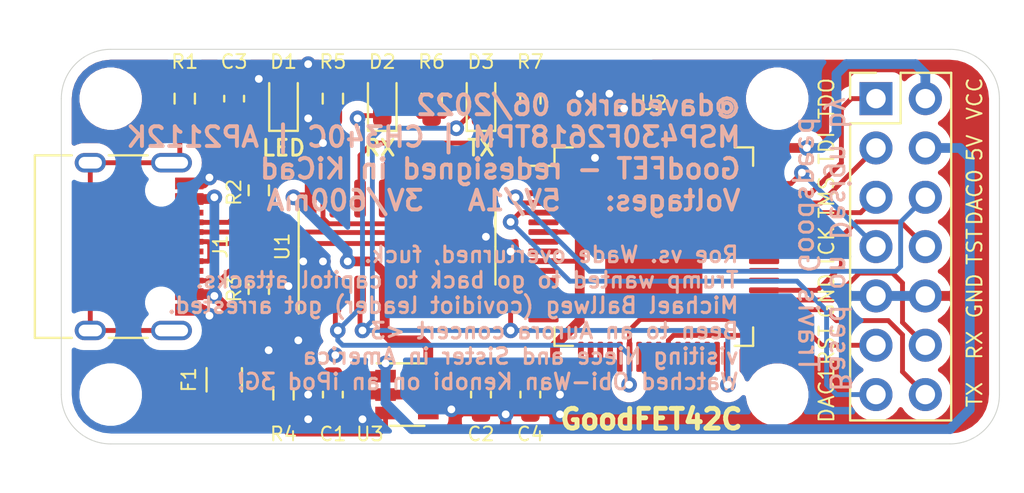
<source format=kicad_pcb>
(kicad_pcb (version 20171130) (host pcbnew "(5.1.9-0-10_14)")

  (general
    (thickness 1.6)
    (drawings 29)
    (tracks 305)
    (zones 0)
    (modules 24)
    (nets 79)
  )

  (page A4)
  (layers
    (0 F.Cu signal)
    (31 B.Cu signal)
    (32 B.Adhes user)
    (33 F.Adhes user)
    (34 B.Paste user)
    (35 F.Paste user)
    (36 B.SilkS user)
    (37 F.SilkS user)
    (38 B.Mask user)
    (39 F.Mask user)
    (40 Dwgs.User user)
    (41 Cmts.User user)
    (42 Eco1.User user)
    (43 Eco2.User user)
    (44 Edge.Cuts user)
    (45 Margin user)
    (46 B.CrtYd user)
    (47 F.CrtYd user)
    (48 B.Fab user)
    (49 F.Fab user)
  )

  (setup
    (last_trace_width 0.5)
    (user_trace_width 0.5)
    (trace_clearance 0.2)
    (zone_clearance 0.508)
    (zone_45_only no)
    (trace_min 0.2)
    (via_size 0.8)
    (via_drill 0.4)
    (via_min_size 0.4)
    (via_min_drill 0.3)
    (uvia_size 0.3)
    (uvia_drill 0.1)
    (uvias_allowed no)
    (uvia_min_size 0.2)
    (uvia_min_drill 0.1)
    (edge_width 0.05)
    (segment_width 0.2)
    (pcb_text_width 0.3)
    (pcb_text_size 1.5 1.5)
    (mod_edge_width 0.12)
    (mod_text_size 1 1)
    (mod_text_width 0.15)
    (pad_size 1.524 1.524)
    (pad_drill 0.762)
    (pad_to_mask_clearance 0)
    (aux_axis_origin 0 0)
    (visible_elements FFFFFF7F)
    (pcbplotparams
      (layerselection 0x010fc_ffffffff)
      (usegerberextensions false)
      (usegerberattributes true)
      (usegerberadvancedattributes true)
      (creategerberjobfile true)
      (excludeedgelayer true)
      (linewidth 0.100000)
      (plotframeref false)
      (viasonmask false)
      (mode 1)
      (useauxorigin false)
      (hpglpennumber 1)
      (hpglpenspeed 20)
      (hpglpendiameter 15.000000)
      (psnegative false)
      (psa4output false)
      (plotreference true)
      (plotvalue true)
      (plotinvisibletext false)
      (padsonsilk false)
      (subtractmaskfromsilk false)
      (outputformat 1)
      (mirror false)
      (drillshape 1)
      (scaleselection 1)
      (outputdirectory ""))
  )

  (net 0 "")
  (net 1 "Net-(J1-PadB8)")
  (net 2 "Net-(J1-PadA5)")
  (net 3 "Net-(J1-PadA7)")
  (net 4 "Net-(J1-PadA8)")
  (net 5 "Net-(J1-PadB5)")
  (net 6 "Net-(J1-PadA6)")
  (net 7 "Net-(J1-PadS1)")
  (net 8 "Net-(U1-Pad15)")
  (net 9 "Net-(U1-Pad12)")
  (net 10 "Net-(U1-Pad11)")
  (net 11 "Net-(U1-Pad10)")
  (net 12 "Net-(U1-Pad9)")
  (net 13 "Net-(U1-Pad8)")
  (net 14 "Net-(U1-Pad7)")
  (net 15 VCC)
  (net 16 GND)
  (net 17 "Net-(U2-Pad61)")
  (net 18 "Net-(U2-Pad60)")
  (net 19 "Net-(U2-Pad59)")
  (net 20 "Net-(U2-Pad56)")
  (net 21 "Net-(U2-Pad55)")
  (net 22 "Net-(U2-Pad54)")
  (net 23 "Net-(U2-Pad53)")
  (net 24 "Net-(U2-Pad52)")
  (net 25 "Net-(U2-Pad51)")
  (net 26 "Net-(U2-Pad50)")
  (net 27 "Net-(U2-Pad49)")
  (net 28 "Net-(U2-Pad48)")
  (net 29 "Net-(U2-Pad43)")
  (net 30 "Net-(U2-Pad42)")
  (net 31 "Net-(U2-Pad41)")
  (net 32 "Net-(U2-Pad40)")
  (net 33 "Net-(U2-Pad39)")
  (net 34 "Net-(U2-Pad38)")
  (net 35 "Net-(U2-Pad37)")
  (net 36 "Net-(U2-Pad31)")
  (net 37 "Net-(U2-Pad30)")
  (net 38 "Net-(U2-Pad29)")
  (net 39 "Net-(U2-Pad28)")
  (net 40 "Net-(U2-Pad27)")
  (net 41 "Net-(U2-Pad25)")
  (net 42 "Net-(U2-Pad24)")
  (net 43 "Net-(U2-Pad23)")
  (net 44 "Net-(U2-Pad21)")
  (net 45 "Net-(U2-Pad20)")
  (net 46 "Net-(U2-Pad19)")
  (net 47 "Net-(U2-Pad18)")
  (net 48 "Net-(U2-Pad17)")
  (net 49 "Net-(U2-Pad16)")
  (net 50 "Net-(U2-Pad15)")
  (net 51 "Net-(U2-Pad14)")
  (net 52 "Net-(U2-Pad9)")
  (net 53 "Net-(U2-Pad8)")
  (net 54 "Net-(U2-Pad6)")
  (net 55 "Net-(U2-Pad3)")
  (net 56 "Net-(U2-Pad2)")
  (net 57 "Net-(D1-Pad2)")
  (net 58 TXD1)
  (net 59 DAC1)
  (net 60 RXD1)
  (net 61 RST)
  (net 62 TEST)
  (net 63 TCK)
  (net 64 DAC0)
  (net 65 TMS)
  (net 66 TDI)
  (net 67 TDO)
  (net 68 "Net-(R4-Pad1)")
  (net 69 "Net-(R5-Pad1)")
  (net 70 RTS)
  (net 71 DTR)
  (net 72 TX)
  (net 73 RX)
  (net 74 "Net-(U3-Pad4)")
  (net 75 5V)
  (net 76 VBUS)
  (net 77 "Net-(D2-Pad2)")
  (net 78 "Net-(D3-Pad2)")

  (net_class Default "This is the default net class."
    (clearance 0.2)
    (trace_width 0.25)
    (via_dia 0.8)
    (via_drill 0.4)
    (uvia_dia 0.3)
    (uvia_drill 0.1)
    (add_net 5V)
    (add_net DAC0)
    (add_net DAC1)
    (add_net DTR)
    (add_net GND)
    (add_net "Net-(D1-Pad2)")
    (add_net "Net-(D2-Pad2)")
    (add_net "Net-(D3-Pad2)")
    (add_net "Net-(J1-PadA5)")
    (add_net "Net-(J1-PadA6)")
    (add_net "Net-(J1-PadA7)")
    (add_net "Net-(J1-PadA8)")
    (add_net "Net-(J1-PadB5)")
    (add_net "Net-(J1-PadB8)")
    (add_net "Net-(J1-PadS1)")
    (add_net "Net-(R4-Pad1)")
    (add_net "Net-(R5-Pad1)")
    (add_net "Net-(U1-Pad10)")
    (add_net "Net-(U1-Pad11)")
    (add_net "Net-(U1-Pad12)")
    (add_net "Net-(U1-Pad15)")
    (add_net "Net-(U1-Pad7)")
    (add_net "Net-(U1-Pad8)")
    (add_net "Net-(U1-Pad9)")
    (add_net "Net-(U2-Pad14)")
    (add_net "Net-(U2-Pad15)")
    (add_net "Net-(U2-Pad16)")
    (add_net "Net-(U2-Pad17)")
    (add_net "Net-(U2-Pad18)")
    (add_net "Net-(U2-Pad19)")
    (add_net "Net-(U2-Pad2)")
    (add_net "Net-(U2-Pad20)")
    (add_net "Net-(U2-Pad21)")
    (add_net "Net-(U2-Pad23)")
    (add_net "Net-(U2-Pad24)")
    (add_net "Net-(U2-Pad25)")
    (add_net "Net-(U2-Pad27)")
    (add_net "Net-(U2-Pad28)")
    (add_net "Net-(U2-Pad29)")
    (add_net "Net-(U2-Pad3)")
    (add_net "Net-(U2-Pad30)")
    (add_net "Net-(U2-Pad31)")
    (add_net "Net-(U2-Pad37)")
    (add_net "Net-(U2-Pad38)")
    (add_net "Net-(U2-Pad39)")
    (add_net "Net-(U2-Pad40)")
    (add_net "Net-(U2-Pad41)")
    (add_net "Net-(U2-Pad42)")
    (add_net "Net-(U2-Pad43)")
    (add_net "Net-(U2-Pad48)")
    (add_net "Net-(U2-Pad49)")
    (add_net "Net-(U2-Pad50)")
    (add_net "Net-(U2-Pad51)")
    (add_net "Net-(U2-Pad52)")
    (add_net "Net-(U2-Pad53)")
    (add_net "Net-(U2-Pad54)")
    (add_net "Net-(U2-Pad55)")
    (add_net "Net-(U2-Pad56)")
    (add_net "Net-(U2-Pad59)")
    (add_net "Net-(U2-Pad6)")
    (add_net "Net-(U2-Pad60)")
    (add_net "Net-(U2-Pad61)")
    (add_net "Net-(U2-Pad8)")
    (add_net "Net-(U2-Pad9)")
    (add_net "Net-(U3-Pad4)")
    (add_net RST)
    (add_net RTS)
    (add_net RX)
    (add_net RXD1)
    (add_net TCK)
    (add_net TDI)
    (add_net TDO)
    (add_net TEST)
    (add_net TMS)
    (add_net TX)
    (add_net TXD1)
    (add_net VBUS)
    (add_net VCC)
  )

  (module Resistor_SMD:R_0603_1608Metric_Pad0.98x0.95mm_HandSolder (layer F.Cu) (tedit 5F68FEEE) (tstamp 62BCD4AE)
    (at 24.13 2.54 90)
    (descr "Resistor SMD 0603 (1608 Metric), square (rectangular) end terminal, IPC_7351 nominal with elongated pad for handsoldering. (Body size source: IPC-SM-782 page 72, https://www.pcb-3d.com/wordpress/wp-content/uploads/ipc-sm-782a_amendment_1_and_2.pdf), generated with kicad-footprint-generator")
    (tags "resistor handsolder")
    (path /62C8D3A2)
    (attr smd)
    (fp_text reference R7 (at 1.905 0 180) (layer F.SilkS)
      (effects (font (size 0.7112 0.7112) (thickness 0.1016)))
    )
    (fp_text value R (at 0 1.43 90) (layer F.Fab)
      (effects (font (size 0.7112 0.7112) (thickness 0.1016)))
    )
    (fp_text user %R (at 0 0 90) (layer F.Fab)
      (effects (font (size 0.7112 0.7112) (thickness 0.1016)))
    )
    (fp_line (start -0.8 0.4125) (end -0.8 -0.4125) (layer F.Fab) (width 0.1))
    (fp_line (start -0.8 -0.4125) (end 0.8 -0.4125) (layer F.Fab) (width 0.1))
    (fp_line (start 0.8 -0.4125) (end 0.8 0.4125) (layer F.Fab) (width 0.1))
    (fp_line (start 0.8 0.4125) (end -0.8 0.4125) (layer F.Fab) (width 0.1))
    (fp_line (start -0.254724 -0.5225) (end 0.254724 -0.5225) (layer F.SilkS) (width 0.12))
    (fp_line (start -0.254724 0.5225) (end 0.254724 0.5225) (layer F.SilkS) (width 0.12))
    (fp_line (start -1.65 0.73) (end -1.65 -0.73) (layer F.CrtYd) (width 0.05))
    (fp_line (start -1.65 -0.73) (end 1.65 -0.73) (layer F.CrtYd) (width 0.05))
    (fp_line (start 1.65 -0.73) (end 1.65 0.73) (layer F.CrtYd) (width 0.05))
    (fp_line (start 1.65 0.73) (end -1.65 0.73) (layer F.CrtYd) (width 0.05))
    (pad 2 smd roundrect (at 0.9125 0 90) (size 0.975 0.95) (layers F.Cu F.Paste F.Mask) (roundrect_rratio 0.25)
      (net 78 "Net-(D3-Pad2)"))
    (pad 1 smd roundrect (at -0.9125 0 90) (size 0.975 0.95) (layers F.Cu F.Paste F.Mask) (roundrect_rratio 0.25)
      (net 15 VCC))
    (model ${KISYS3DMOD}/Resistor_SMD.3dshapes/R_0603_1608Metric.wrl
      (at (xyz 0 0 0))
      (scale (xyz 1 1 1))
      (rotate (xyz 0 0 0))
    )
  )

  (module Resistor_SMD:R_0603_1608Metric_Pad0.98x0.95mm_HandSolder (layer F.Cu) (tedit 5F68FEEE) (tstamp 62BBE5DC)
    (at 10.16 7.2625 270)
    (descr "Resistor SMD 0603 (1608 Metric), square (rectangular) end terminal, IPC_7351 nominal with elongated pad for handsoldering. (Body size source: IPC-SM-782 page 72, https://www.pcb-3d.com/wordpress/wp-content/uploads/ipc-sm-782a_amendment_1_and_2.pdf), generated with kicad-footprint-generator")
    (tags "resistor handsolder")
    (path /62BDF335)
    (attr smd)
    (fp_text reference R2 (at 0.1035 1.27 90) (layer F.SilkS)
      (effects (font (size 0.7112 0.7112) (thickness 0.1016)))
    )
    (fp_text value R (at 0 1.43 90) (layer F.Fab)
      (effects (font (size 0.7112 0.7112) (thickness 0.1016)))
    )
    (fp_text user %R (at 0.1035 0 90) (layer F.Fab)
      (effects (font (size 0.7112 0.7112) (thickness 0.1016)))
    )
    (fp_line (start -0.8 0.4125) (end -0.8 -0.4125) (layer F.Fab) (width 0.1))
    (fp_line (start -0.8 -0.4125) (end 0.8 -0.4125) (layer F.Fab) (width 0.1))
    (fp_line (start 0.8 -0.4125) (end 0.8 0.4125) (layer F.Fab) (width 0.1))
    (fp_line (start 0.8 0.4125) (end -0.8 0.4125) (layer F.Fab) (width 0.1))
    (fp_line (start -0.254724 -0.5225) (end 0.254724 -0.5225) (layer F.SilkS) (width 0.12))
    (fp_line (start -0.254724 0.5225) (end 0.254724 0.5225) (layer F.SilkS) (width 0.12))
    (fp_line (start -1.65 0.73) (end -1.65 -0.73) (layer F.CrtYd) (width 0.05))
    (fp_line (start -1.65 -0.73) (end 1.65 -0.73) (layer F.CrtYd) (width 0.05))
    (fp_line (start 1.65 -0.73) (end 1.65 0.73) (layer F.CrtYd) (width 0.05))
    (fp_line (start 1.65 0.73) (end -1.65 0.73) (layer F.CrtYd) (width 0.05))
    (pad 2 smd roundrect (at 0.9125 0 270) (size 0.975 0.95) (layers F.Cu F.Paste F.Mask) (roundrect_rratio 0.25)
      (net 2 "Net-(J1-PadA5)"))
    (pad 1 smd roundrect (at -0.9125 0 270) (size 0.975 0.95) (layers F.Cu F.Paste F.Mask) (roundrect_rratio 0.25)
      (net 16 GND))
    (model ${KISYS3DMOD}/Resistor_SMD.3dshapes/R_0603_1608Metric.wrl
      (at (xyz 0 0 0))
      (scale (xyz 1 1 1))
      (rotate (xyz 0 0 0))
    )
  )

  (module Resistor_SMD:R_0603_1608Metric_Pad0.98x0.95mm_HandSolder (layer F.Cu) (tedit 5F68FEEE) (tstamp 62BCD49D)
    (at 19.05 2.54 90)
    (descr "Resistor SMD 0603 (1608 Metric), square (rectangular) end terminal, IPC_7351 nominal with elongated pad for handsoldering. (Body size source: IPC-SM-782 page 72, https://www.pcb-3d.com/wordpress/wp-content/uploads/ipc-sm-782a_amendment_1_and_2.pdf), generated with kicad-footprint-generator")
    (tags "resistor handsolder")
    (path /62C8E206)
    (attr smd)
    (fp_text reference R6 (at 1.905 0 180) (layer F.SilkS)
      (effects (font (size 0.7112 0.7112) (thickness 0.1016)))
    )
    (fp_text value R (at 0 1.43 90) (layer F.Fab)
      (effects (font (size 0.7112 0.7112) (thickness 0.1016)))
    )
    (fp_text user %R (at 0 0 90) (layer F.Fab)
      (effects (font (size 0.7112 0.7112) (thickness 0.1016)))
    )
    (fp_line (start -0.8 0.4125) (end -0.8 -0.4125) (layer F.Fab) (width 0.1))
    (fp_line (start -0.8 -0.4125) (end 0.8 -0.4125) (layer F.Fab) (width 0.1))
    (fp_line (start 0.8 -0.4125) (end 0.8 0.4125) (layer F.Fab) (width 0.1))
    (fp_line (start 0.8 0.4125) (end -0.8 0.4125) (layer F.Fab) (width 0.1))
    (fp_line (start -0.254724 -0.5225) (end 0.254724 -0.5225) (layer F.SilkS) (width 0.12))
    (fp_line (start -0.254724 0.5225) (end 0.254724 0.5225) (layer F.SilkS) (width 0.12))
    (fp_line (start -1.65 0.73) (end -1.65 -0.73) (layer F.CrtYd) (width 0.05))
    (fp_line (start -1.65 -0.73) (end 1.65 -0.73) (layer F.CrtYd) (width 0.05))
    (fp_line (start 1.65 -0.73) (end 1.65 0.73) (layer F.CrtYd) (width 0.05))
    (fp_line (start 1.65 0.73) (end -1.65 0.73) (layer F.CrtYd) (width 0.05))
    (pad 2 smd roundrect (at 0.9125 0 90) (size 0.975 0.95) (layers F.Cu F.Paste F.Mask) (roundrect_rratio 0.25)
      (net 77 "Net-(D2-Pad2)"))
    (pad 1 smd roundrect (at -0.9125 0 90) (size 0.975 0.95) (layers F.Cu F.Paste F.Mask) (roundrect_rratio 0.25)
      (net 15 VCC))
    (model ${KISYS3DMOD}/Resistor_SMD.3dshapes/R_0603_1608Metric.wrl
      (at (xyz 0 0 0))
      (scale (xyz 1 1 1))
      (rotate (xyz 0 0 0))
    )
  )

  (module LED_SMD:LED_0603_1608Metric_Pad1.05x0.95mm_HandSolder (layer F.Cu) (tedit 5F68FEF1) (tstamp 62BCD300)
    (at 21.59 2.54 90)
    (descr "LED SMD 0603 (1608 Metric), square (rectangular) end terminal, IPC_7351 nominal, (Body size source: http://www.tortai-tech.com/upload/download/2011102023233369053.pdf), generated with kicad-footprint-generator")
    (tags "LED handsolder")
    (path /62C8D3A8)
    (attr smd)
    (fp_text reference D3 (at 1.905 0 180) (layer F.SilkS)
      (effects (font (size 0.7112 0.7112) (thickness 0.1016)))
    )
    (fp_text value LED (at 0 1.43 90) (layer F.Fab)
      (effects (font (size 0.7112 0.7112) (thickness 0.1016)))
    )
    (fp_text user %R (at 0 0 90) (layer F.Fab)
      (effects (font (size 0.7112 0.7112) (thickness 0.1016)))
    )
    (fp_line (start 0.8 -0.4) (end -0.5 -0.4) (layer F.Fab) (width 0.1))
    (fp_line (start -0.5 -0.4) (end -0.8 -0.1) (layer F.Fab) (width 0.1))
    (fp_line (start -0.8 -0.1) (end -0.8 0.4) (layer F.Fab) (width 0.1))
    (fp_line (start -0.8 0.4) (end 0.8 0.4) (layer F.Fab) (width 0.1))
    (fp_line (start 0.8 0.4) (end 0.8 -0.4) (layer F.Fab) (width 0.1))
    (fp_line (start 0.8 -0.735) (end -1.66 -0.735) (layer F.SilkS) (width 0.12))
    (fp_line (start -1.66 -0.735) (end -1.66 0.735) (layer F.SilkS) (width 0.12))
    (fp_line (start -1.66 0.735) (end 0.8 0.735) (layer F.SilkS) (width 0.12))
    (fp_line (start -1.65 0.73) (end -1.65 -0.73) (layer F.CrtYd) (width 0.05))
    (fp_line (start -1.65 -0.73) (end 1.65 -0.73) (layer F.CrtYd) (width 0.05))
    (fp_line (start 1.65 -0.73) (end 1.65 0.73) (layer F.CrtYd) (width 0.05))
    (fp_line (start 1.65 0.73) (end -1.65 0.73) (layer F.CrtYd) (width 0.05))
    (pad 2 smd roundrect (at 0.875 0 90) (size 1.05 0.95) (layers F.Cu F.Paste F.Mask) (roundrect_rratio 0.25)
      (net 78 "Net-(D3-Pad2)"))
    (pad 1 smd roundrect (at -0.875 0 90) (size 1.05 0.95) (layers F.Cu F.Paste F.Mask) (roundrect_rratio 0.25)
      (net 72 TX))
    (model ${KISYS3DMOD}/LED_SMD.3dshapes/LED_0603_1608Metric.wrl
      (at (xyz 0 0 0))
      (scale (xyz 1 1 1))
      (rotate (xyz 0 0 0))
    )
  )

  (module LED_SMD:LED_0603_1608Metric_Pad1.05x0.95mm_HandSolder (layer F.Cu) (tedit 5F68FEF1) (tstamp 62BCD2ED)
    (at 16.51 2.54 90)
    (descr "LED SMD 0603 (1608 Metric), square (rectangular) end terminal, IPC_7351 nominal, (Body size source: http://www.tortai-tech.com/upload/download/2011102023233369053.pdf), generated with kicad-footprint-generator")
    (tags "LED handsolder")
    (path /62C8E20C)
    (attr smd)
    (fp_text reference D2 (at 1.905 0 180) (layer F.SilkS)
      (effects (font (size 0.7112 0.7112) (thickness 0.1016)))
    )
    (fp_text value LED (at 0 1.43 90) (layer F.Fab)
      (effects (font (size 0.7112 0.7112) (thickness 0.1016)))
    )
    (fp_text user %R (at 0 0 90) (layer F.Fab)
      (effects (font (size 0.7112 0.7112) (thickness 0.1016)))
    )
    (fp_line (start 0.8 -0.4) (end -0.5 -0.4) (layer F.Fab) (width 0.1))
    (fp_line (start -0.5 -0.4) (end -0.8 -0.1) (layer F.Fab) (width 0.1))
    (fp_line (start -0.8 -0.1) (end -0.8 0.4) (layer F.Fab) (width 0.1))
    (fp_line (start -0.8 0.4) (end 0.8 0.4) (layer F.Fab) (width 0.1))
    (fp_line (start 0.8 0.4) (end 0.8 -0.4) (layer F.Fab) (width 0.1))
    (fp_line (start 0.8 -0.735) (end -1.66 -0.735) (layer F.SilkS) (width 0.12))
    (fp_line (start -1.66 -0.735) (end -1.66 0.735) (layer F.SilkS) (width 0.12))
    (fp_line (start -1.66 0.735) (end 0.8 0.735) (layer F.SilkS) (width 0.12))
    (fp_line (start -1.65 0.73) (end -1.65 -0.73) (layer F.CrtYd) (width 0.05))
    (fp_line (start -1.65 -0.73) (end 1.65 -0.73) (layer F.CrtYd) (width 0.05))
    (fp_line (start 1.65 -0.73) (end 1.65 0.73) (layer F.CrtYd) (width 0.05))
    (fp_line (start 1.65 0.73) (end -1.65 0.73) (layer F.CrtYd) (width 0.05))
    (pad 2 smd roundrect (at 0.875 0 90) (size 1.05 0.95) (layers F.Cu F.Paste F.Mask) (roundrect_rratio 0.25)
      (net 77 "Net-(D2-Pad2)"))
    (pad 1 smd roundrect (at -0.875 0 90) (size 1.05 0.95) (layers F.Cu F.Paste F.Mask) (roundrect_rratio 0.25)
      (net 73 RX))
    (model ${KISYS3DMOD}/LED_SMD.3dshapes/LED_0603_1608Metric.wrl
      (at (xyz 0 0 0))
      (scale (xyz 1 1 1))
      (rotate (xyz 0 0 0))
    )
  )

  (module Capacitor_SMD:C_0603_1608Metric_Pad1.08x0.95mm_HandSolder (layer F.Cu) (tedit 5F68FEEF) (tstamp 62BC7687)
    (at 24.13 17.78 270)
    (descr "Capacitor SMD 0603 (1608 Metric), square (rectangular) end terminal, IPC_7351 nominal with elongated pad for handsoldering. (Body size source: IPC-SM-782 page 76, https://www.pcb-3d.com/wordpress/wp-content/uploads/ipc-sm-782a_amendment_1_and_2.pdf), generated with kicad-footprint-generator")
    (tags "capacitor handsolder")
    (path /62C49F5A)
    (attr smd)
    (fp_text reference C4 (at 2.032 0 180) (layer F.SilkS)
      (effects (font (size 0.7112 0.7112) (thickness 0.1016)))
    )
    (fp_text value 100nF (at 0 1.43 90) (layer F.Fab)
      (effects (font (size 0.7112 0.7112) (thickness 0.1016)))
    )
    (fp_text user %R (at 0 -0.254 90) (layer F.Fab)
      (effects (font (size 0.7112 0.7112) (thickness 0.1016)))
    )
    (fp_line (start -0.8 0.4) (end -0.8 -0.4) (layer F.Fab) (width 0.1))
    (fp_line (start -0.8 -0.4) (end 0.8 -0.4) (layer F.Fab) (width 0.1))
    (fp_line (start 0.8 -0.4) (end 0.8 0.4) (layer F.Fab) (width 0.1))
    (fp_line (start 0.8 0.4) (end -0.8 0.4) (layer F.Fab) (width 0.1))
    (fp_line (start -0.146267 -0.51) (end 0.146267 -0.51) (layer F.SilkS) (width 0.12))
    (fp_line (start -0.146267 0.51) (end 0.146267 0.51) (layer F.SilkS) (width 0.12))
    (fp_line (start -1.65 0.73) (end -1.65 -0.73) (layer F.CrtYd) (width 0.05))
    (fp_line (start -1.65 -0.73) (end 1.65 -0.73) (layer F.CrtYd) (width 0.05))
    (fp_line (start 1.65 -0.73) (end 1.65 0.73) (layer F.CrtYd) (width 0.05))
    (fp_line (start 1.65 0.73) (end -1.65 0.73) (layer F.CrtYd) (width 0.05))
    (pad 2 smd roundrect (at 0.8625 0 270) (size 1.075 0.95) (layers F.Cu F.Paste F.Mask) (roundrect_rratio 0.25)
      (net 16 GND))
    (pad 1 smd roundrect (at -0.8625 0 270) (size 1.075 0.95) (layers F.Cu F.Paste F.Mask) (roundrect_rratio 0.25)
      (net 15 VCC))
    (model ${KISYS3DMOD}/Capacitor_SMD.3dshapes/C_0603_1608Metric.wrl
      (at (xyz 0 0 0))
      (scale (xyz 1 1 1))
      (rotate (xyz 0 0 0))
    )
  )

  (module Capacitor_SMD:C_0603_1608Metric_Pad1.08x0.95mm_HandSolder (layer F.Cu) (tedit 5F68FEEF) (tstamp 62BC7676)
    (at 8.89 2.54 90)
    (descr "Capacitor SMD 0603 (1608 Metric), square (rectangular) end terminal, IPC_7351 nominal with elongated pad for handsoldering. (Body size source: IPC-SM-782 page 76, https://www.pcb-3d.com/wordpress/wp-content/uploads/ipc-sm-782a_amendment_1_and_2.pdf), generated with kicad-footprint-generator")
    (tags "capacitor handsolder")
    (path /62C49ABF)
    (attr smd)
    (fp_text reference C3 (at 1.905 0 180) (layer F.SilkS)
      (effects (font (size 0.7112 0.7112) (thickness 0.1016)))
    )
    (fp_text value 100nF (at 0 1.43 90) (layer F.Fab)
      (effects (font (size 0.7112 0.7112) (thickness 0.1016)))
    )
    (fp_text user %R (at 0 0 90) (layer F.Fab)
      (effects (font (size 0.7112 0.7112) (thickness 0.1016)))
    )
    (fp_line (start -0.8 0.4) (end -0.8 -0.4) (layer F.Fab) (width 0.1))
    (fp_line (start -0.8 -0.4) (end 0.8 -0.4) (layer F.Fab) (width 0.1))
    (fp_line (start 0.8 -0.4) (end 0.8 0.4) (layer F.Fab) (width 0.1))
    (fp_line (start 0.8 0.4) (end -0.8 0.4) (layer F.Fab) (width 0.1))
    (fp_line (start -0.146267 -0.51) (end 0.146267 -0.51) (layer F.SilkS) (width 0.12))
    (fp_line (start -0.146267 0.51) (end 0.146267 0.51) (layer F.SilkS) (width 0.12))
    (fp_line (start -1.65 0.73) (end -1.65 -0.73) (layer F.CrtYd) (width 0.05))
    (fp_line (start -1.65 -0.73) (end 1.65 -0.73) (layer F.CrtYd) (width 0.05))
    (fp_line (start 1.65 -0.73) (end 1.65 0.73) (layer F.CrtYd) (width 0.05))
    (fp_line (start 1.65 0.73) (end -1.65 0.73) (layer F.CrtYd) (width 0.05))
    (pad 2 smd roundrect (at 0.8625 0 90) (size 1.075 0.95) (layers F.Cu F.Paste F.Mask) (roundrect_rratio 0.25)
      (net 16 GND))
    (pad 1 smd roundrect (at -0.8625 0 90) (size 1.075 0.95) (layers F.Cu F.Paste F.Mask) (roundrect_rratio 0.25)
      (net 15 VCC))
    (model ${KISYS3DMOD}/Capacitor_SMD.3dshapes/C_0603_1608Metric.wrl
      (at (xyz 0 0 0))
      (scale (xyz 1 1 1))
      (rotate (xyz 0 0 0))
    )
  )

  (module Package_SO:SOIC-16_3.9x9.9mm_P1.27mm (layer F.Cu) (tedit 5D9F72B1) (tstamp 62BC8DC0)
    (at 17.272 10.16 90)
    (descr "SOIC, 16 Pin (JEDEC MS-012AC, https://www.analog.com/media/en/package-pcb-resources/package/pkg_pdf/soic_narrow-r/r_16.pdf), generated with kicad-footprint-generator ipc_gullwing_generator.py")
    (tags "SOIC SO")
    (path /62BB6FE9)
    (attr smd)
    (fp_text reference U1 (at 0 -5.9 90) (layer F.SilkS)
      (effects (font (size 0.7112 0.7112) (thickness 0.1016)))
    )
    (fp_text value CH340C (at 0 5.9 90) (layer F.Fab)
      (effects (font (size 0.7112 0.7112) (thickness 0.1016)))
    )
    (fp_text user %R (at 0 0 90) (layer F.Fab)
      (effects (font (size 0.7112 0.7112) (thickness 0.1016)))
    )
    (fp_line (start 0 5.06) (end 1.95 5.06) (layer F.SilkS) (width 0.12))
    (fp_line (start 0 5.06) (end -1.95 5.06) (layer F.SilkS) (width 0.12))
    (fp_line (start 0 -5.06) (end 1.95 -5.06) (layer F.SilkS) (width 0.12))
    (fp_line (start 0 -5.06) (end -3.45 -5.06) (layer F.SilkS) (width 0.12))
    (fp_line (start -0.975 -4.95) (end 1.95 -4.95) (layer F.Fab) (width 0.1))
    (fp_line (start 1.95 -4.95) (end 1.95 4.95) (layer F.Fab) (width 0.1))
    (fp_line (start 1.95 4.95) (end -1.95 4.95) (layer F.Fab) (width 0.1))
    (fp_line (start -1.95 4.95) (end -1.95 -3.975) (layer F.Fab) (width 0.1))
    (fp_line (start -1.95 -3.975) (end -0.975 -4.95) (layer F.Fab) (width 0.1))
    (fp_line (start -3.7 -5.2) (end -3.7 5.2) (layer F.CrtYd) (width 0.05))
    (fp_line (start -3.7 5.2) (end 3.7 5.2) (layer F.CrtYd) (width 0.05))
    (fp_line (start 3.7 5.2) (end 3.7 -5.2) (layer F.CrtYd) (width 0.05))
    (fp_line (start 3.7 -5.2) (end -3.7 -5.2) (layer F.CrtYd) (width 0.05))
    (pad 16 smd roundrect (at 2.475 -4.445 90) (size 1.95 0.6) (layers F.Cu F.Paste F.Mask) (roundrect_rratio 0.25)
      (net 15 VCC))
    (pad 15 smd roundrect (at 2.475 -3.175 90) (size 1.95 0.6) (layers F.Cu F.Paste F.Mask) (roundrect_rratio 0.25)
      (net 8 "Net-(U1-Pad15)"))
    (pad 14 smd roundrect (at 2.475 -1.905 90) (size 1.95 0.6) (layers F.Cu F.Paste F.Mask) (roundrect_rratio 0.25)
      (net 70 RTS))
    (pad 13 smd roundrect (at 2.475 -0.635 90) (size 1.95 0.6) (layers F.Cu F.Paste F.Mask) (roundrect_rratio 0.25)
      (net 71 DTR))
    (pad 12 smd roundrect (at 2.475 0.635 90) (size 1.95 0.6) (layers F.Cu F.Paste F.Mask) (roundrect_rratio 0.25)
      (net 9 "Net-(U1-Pad12)"))
    (pad 11 smd roundrect (at 2.475 1.905 90) (size 1.95 0.6) (layers F.Cu F.Paste F.Mask) (roundrect_rratio 0.25)
      (net 10 "Net-(U1-Pad11)"))
    (pad 10 smd roundrect (at 2.475 3.175 90) (size 1.95 0.6) (layers F.Cu F.Paste F.Mask) (roundrect_rratio 0.25)
      (net 11 "Net-(U1-Pad10)"))
    (pad 9 smd roundrect (at 2.475 4.445 90) (size 1.95 0.6) (layers F.Cu F.Paste F.Mask) (roundrect_rratio 0.25)
      (net 12 "Net-(U1-Pad9)"))
    (pad 8 smd roundrect (at -2.475 4.445 90) (size 1.95 0.6) (layers F.Cu F.Paste F.Mask) (roundrect_rratio 0.25)
      (net 13 "Net-(U1-Pad8)"))
    (pad 7 smd roundrect (at -2.475 3.175 90) (size 1.95 0.6) (layers F.Cu F.Paste F.Mask) (roundrect_rratio 0.25)
      (net 14 "Net-(U1-Pad7)"))
    (pad 6 smd roundrect (at -2.475 1.905 90) (size 1.95 0.6) (layers F.Cu F.Paste F.Mask) (roundrect_rratio 0.25)
      (net 3 "Net-(J1-PadA7)"))
    (pad 5 smd roundrect (at -2.475 0.635 90) (size 1.95 0.6) (layers F.Cu F.Paste F.Mask) (roundrect_rratio 0.25)
      (net 6 "Net-(J1-PadA6)"))
    (pad 4 smd roundrect (at -2.475 -0.635 90) (size 1.95 0.6) (layers F.Cu F.Paste F.Mask) (roundrect_rratio 0.25)
      (net 15 VCC))
    (pad 3 smd roundrect (at -2.475 -1.905 90) (size 1.95 0.6) (layers F.Cu F.Paste F.Mask) (roundrect_rratio 0.25)
      (net 72 TX))
    (pad 2 smd roundrect (at -2.475 -3.175 90) (size 1.95 0.6) (layers F.Cu F.Paste F.Mask) (roundrect_rratio 0.25)
      (net 73 RX))
    (pad 1 smd roundrect (at -2.475 -4.445 90) (size 1.95 0.6) (layers F.Cu F.Paste F.Mask) (roundrect_rratio 0.25)
      (net 16 GND))
    (model ${KISYS3DMOD}/Package_SO.3dshapes/SOIC-16_3.9x9.9mm_P1.27mm.wrl
      (at (xyz 0 0 0))
      (scale (xyz 1 1 1))
      (rotate (xyz 0 0 0))
    )
  )

  (module Fuse:Fuse_1206_3216Metric_Pad1.42x1.75mm_HandSolder (layer F.Cu) (tedit 5F68FEF1) (tstamp 62BC9954)
    (at 8.382 17.018 90)
    (descr "Fuse SMD 1206 (3216 Metric), square (rectangular) end terminal, IPC_7351 nominal with elongated pad for handsoldering. (Body size source: http://www.tortai-tech.com/upload/download/2011102023233369053.pdf), generated with kicad-footprint-generator")
    (tags "fuse handsolder")
    (path /62C1A731)
    (attr smd)
    (fp_text reference F1 (at 0 -1.82 90) (layer F.SilkS)
      (effects (font (size 0.7112 0.7112) (thickness 0.1016)))
    )
    (fp_text value Fuse (at 0 1.82 90) (layer F.Fab)
      (effects (font (size 0.7112 0.7112) (thickness 0.1016)))
    )
    (fp_text user %R (at 0 0 90) (layer F.Fab)
      (effects (font (size 0.7112 0.7112) (thickness 0.1016)))
    )
    (fp_line (start -1.6 0.8) (end -1.6 -0.8) (layer F.Fab) (width 0.1))
    (fp_line (start -1.6 -0.8) (end 1.6 -0.8) (layer F.Fab) (width 0.1))
    (fp_line (start 1.6 -0.8) (end 1.6 0.8) (layer F.Fab) (width 0.1))
    (fp_line (start 1.6 0.8) (end -1.6 0.8) (layer F.Fab) (width 0.1))
    (fp_line (start -0.602064 -0.91) (end 0.602064 -0.91) (layer F.SilkS) (width 0.12))
    (fp_line (start -0.602064 0.91) (end 0.602064 0.91) (layer F.SilkS) (width 0.12))
    (fp_line (start -2.45 1.12) (end -2.45 -1.12) (layer F.CrtYd) (width 0.05))
    (fp_line (start -2.45 -1.12) (end 2.45 -1.12) (layer F.CrtYd) (width 0.05))
    (fp_line (start 2.45 -1.12) (end 2.45 1.12) (layer F.CrtYd) (width 0.05))
    (fp_line (start 2.45 1.12) (end -2.45 1.12) (layer F.CrtYd) (width 0.05))
    (pad 2 smd roundrect (at 1.4875 0 90) (size 1.425 1.75) (layers F.Cu F.Paste F.Mask) (roundrect_rratio 0.175439)
      (net 76 VBUS))
    (pad 1 smd roundrect (at -1.4875 0 90) (size 1.425 1.75) (layers F.Cu F.Paste F.Mask) (roundrect_rratio 0.175439)
      (net 75 5V))
    (model ${KISYS3DMOD}/Fuse.3dshapes/Fuse_1206_3216Metric.wrl
      (at (xyz 0 0 0))
      (scale (xyz 1 1 1))
      (rotate (xyz 0 0 0))
    )
  )

  (module Capacitor_SMD:C_0603_1608Metric_Pad1.08x0.95mm_HandSolder (layer F.Cu) (tedit 5F68FEEF) (tstamp 62BC0ECD)
    (at 21.59 17.78 270)
    (descr "Capacitor SMD 0603 (1608 Metric), square (rectangular) end terminal, IPC_7351 nominal with elongated pad for handsoldering. (Body size source: IPC-SM-782 page 76, https://www.pcb-3d.com/wordpress/wp-content/uploads/ipc-sm-782a_amendment_1_and_2.pdf), generated with kicad-footprint-generator")
    (tags "capacitor handsolder")
    (path /62C244AC)
    (attr smd)
    (fp_text reference C2 (at 2.032 0 180) (layer F.SilkS)
      (effects (font (size 0.7112 0.7112) (thickness 0.1016)))
    )
    (fp_text value 1uF (at 0 1.43 90) (layer F.Fab)
      (effects (font (size 0.7112 0.7112) (thickness 0.1016)))
    )
    (fp_text user %R (at 0 0 90) (layer F.Fab)
      (effects (font (size 0.7112 0.7112) (thickness 0.1016)))
    )
    (fp_line (start -0.8 0.4) (end -0.8 -0.4) (layer F.Fab) (width 0.1))
    (fp_line (start -0.8 -0.4) (end 0.8 -0.4) (layer F.Fab) (width 0.1))
    (fp_line (start 0.8 -0.4) (end 0.8 0.4) (layer F.Fab) (width 0.1))
    (fp_line (start 0.8 0.4) (end -0.8 0.4) (layer F.Fab) (width 0.1))
    (fp_line (start -0.146267 -0.51) (end 0.146267 -0.51) (layer F.SilkS) (width 0.12))
    (fp_line (start -0.146267 0.51) (end 0.146267 0.51) (layer F.SilkS) (width 0.12))
    (fp_line (start -1.65 0.73) (end -1.65 -0.73) (layer F.CrtYd) (width 0.05))
    (fp_line (start -1.65 -0.73) (end 1.65 -0.73) (layer F.CrtYd) (width 0.05))
    (fp_line (start 1.65 -0.73) (end 1.65 0.73) (layer F.CrtYd) (width 0.05))
    (fp_line (start 1.65 0.73) (end -1.65 0.73) (layer F.CrtYd) (width 0.05))
    (pad 2 smd roundrect (at 0.8625 0 270) (size 1.075 0.95) (layers F.Cu F.Paste F.Mask) (roundrect_rratio 0.25)
      (net 16 GND))
    (pad 1 smd roundrect (at -0.8625 0 270) (size 1.075 0.95) (layers F.Cu F.Paste F.Mask) (roundrect_rratio 0.25)
      (net 15 VCC))
    (model ${KISYS3DMOD}/Capacitor_SMD.3dshapes/C_0603_1608Metric.wrl
      (at (xyz 0 0 0))
      (scale (xyz 1 1 1))
      (rotate (xyz 0 0 0))
    )
  )

  (module Capacitor_SMD:C_0603_1608Metric_Pad1.08x0.95mm_HandSolder (layer F.Cu) (tedit 5F68FEEF) (tstamp 62BC0EBC)
    (at 13.97 17.78 270)
    (descr "Capacitor SMD 0603 (1608 Metric), square (rectangular) end terminal, IPC_7351 nominal with elongated pad for handsoldering. (Body size source: IPC-SM-782 page 76, https://www.pcb-3d.com/wordpress/wp-content/uploads/ipc-sm-782a_amendment_1_and_2.pdf), generated with kicad-footprint-generator")
    (tags "capacitor handsolder")
    (path /62C250A3)
    (attr smd)
    (fp_text reference C1 (at 2.032 0 180) (layer F.SilkS)
      (effects (font (size 0.7112 0.7112) (thickness 0.1016)))
    )
    (fp_text value 1uF (at 0 1.43 90) (layer F.Fab)
      (effects (font (size 0.7112 0.7112) (thickness 0.1016)))
    )
    (fp_text user %R (at 0 0 90) (layer F.Fab)
      (effects (font (size 0.7112 0.7112) (thickness 0.1016)))
    )
    (fp_line (start -0.8 0.4) (end -0.8 -0.4) (layer F.Fab) (width 0.1))
    (fp_line (start -0.8 -0.4) (end 0.8 -0.4) (layer F.Fab) (width 0.1))
    (fp_line (start 0.8 -0.4) (end 0.8 0.4) (layer F.Fab) (width 0.1))
    (fp_line (start 0.8 0.4) (end -0.8 0.4) (layer F.Fab) (width 0.1))
    (fp_line (start -0.146267 -0.51) (end 0.146267 -0.51) (layer F.SilkS) (width 0.12))
    (fp_line (start -0.146267 0.51) (end 0.146267 0.51) (layer F.SilkS) (width 0.12))
    (fp_line (start -1.65 0.73) (end -1.65 -0.73) (layer F.CrtYd) (width 0.05))
    (fp_line (start -1.65 -0.73) (end 1.65 -0.73) (layer F.CrtYd) (width 0.05))
    (fp_line (start 1.65 -0.73) (end 1.65 0.73) (layer F.CrtYd) (width 0.05))
    (fp_line (start 1.65 0.73) (end -1.65 0.73) (layer F.CrtYd) (width 0.05))
    (pad 2 smd roundrect (at 0.8625 0 270) (size 1.075 0.95) (layers F.Cu F.Paste F.Mask) (roundrect_rratio 0.25)
      (net 16 GND))
    (pad 1 smd roundrect (at -0.8625 0 270) (size 1.075 0.95) (layers F.Cu F.Paste F.Mask) (roundrect_rratio 0.25)
      (net 75 5V))
    (model ${KISYS3DMOD}/Capacitor_SMD.3dshapes/C_0603_1608Metric.wrl
      (at (xyz 0 0 0))
      (scale (xyz 1 1 1))
      (rotate (xyz 0 0 0))
    )
  )

  (module Package_TO_SOT_SMD:SOT-23-5 (layer F.Cu) (tedit 5A02FF57) (tstamp 62BC012E)
    (at 17.78 17.78)
    (descr "5-pin SOT23 package")
    (tags SOT-23-5)
    (path /62C0BD3F)
    (attr smd)
    (fp_text reference U3 (at -1.905 2.032) (layer F.SilkS)
      (effects (font (size 0.7112 0.7112) (thickness 0.1016)))
    )
    (fp_text value AP2112K-3.3 (at 0 2.9) (layer F.Fab)
      (effects (font (size 0.7112 0.7112) (thickness 0.1016)))
    )
    (fp_text user %R (at 0 0 90) (layer F.Fab)
      (effects (font (size 0.7112 0.7112) (thickness 0.1016)))
    )
    (fp_line (start -0.9 1.61) (end 0.9 1.61) (layer F.SilkS) (width 0.12))
    (fp_line (start 0.9 -1.61) (end -1.55 -1.61) (layer F.SilkS) (width 0.12))
    (fp_line (start -1.9 -1.8) (end 1.9 -1.8) (layer F.CrtYd) (width 0.05))
    (fp_line (start 1.9 -1.8) (end 1.9 1.8) (layer F.CrtYd) (width 0.05))
    (fp_line (start 1.9 1.8) (end -1.9 1.8) (layer F.CrtYd) (width 0.05))
    (fp_line (start -1.9 1.8) (end -1.9 -1.8) (layer F.CrtYd) (width 0.05))
    (fp_line (start -0.9 -0.9) (end -0.25 -1.55) (layer F.Fab) (width 0.1))
    (fp_line (start 0.9 -1.55) (end -0.25 -1.55) (layer F.Fab) (width 0.1))
    (fp_line (start -0.9 -0.9) (end -0.9 1.55) (layer F.Fab) (width 0.1))
    (fp_line (start 0.9 1.55) (end -0.9 1.55) (layer F.Fab) (width 0.1))
    (fp_line (start 0.9 -1.55) (end 0.9 1.55) (layer F.Fab) (width 0.1))
    (pad 5 smd rect (at 1.1 -0.95) (size 1.06 0.65) (layers F.Cu F.Paste F.Mask)
      (net 15 VCC))
    (pad 4 smd rect (at 1.1 0.95) (size 1.06 0.65) (layers F.Cu F.Paste F.Mask)
      (net 74 "Net-(U3-Pad4)"))
    (pad 3 smd rect (at -1.1 0.95) (size 1.06 0.65) (layers F.Cu F.Paste F.Mask)
      (net 68 "Net-(R4-Pad1)"))
    (pad 2 smd rect (at -1.1 0) (size 1.06 0.65) (layers F.Cu F.Paste F.Mask)
      (net 16 GND))
    (pad 1 smd rect (at -1.1 -0.95) (size 1.06 0.65) (layers F.Cu F.Paste F.Mask)
      (net 75 5V))
    (model ${KISYS3DMOD}/Package_TO_SOT_SMD.3dshapes/SOT-23-5.wrl
      (at (xyz 0 0 0))
      (scale (xyz 1 1 1))
      (rotate (xyz 0 0 0))
    )
  )

  (module Resistor_SMD:R_0603_1608Metric_Pad0.98x0.95mm_HandSolder (layer F.Cu) (tedit 5F68FEEE) (tstamp 62BBFFCF)
    (at 13.97 2.54 90)
    (descr "Resistor SMD 0603 (1608 Metric), square (rectangular) end terminal, IPC_7351 nominal with elongated pad for handsoldering. (Body size source: IPC-SM-782 page 72, https://www.pcb-3d.com/wordpress/wp-content/uploads/ipc-sm-782a_amendment_1_and_2.pdf), generated with kicad-footprint-generator")
    (tags "resistor handsolder")
    (path /62C07B71)
    (attr smd)
    (fp_text reference R5 (at 1.905 0) (layer F.SilkS)
      (effects (font (size 0.7112 0.7112) (thickness 0.1016)))
    )
    (fp_text value R (at 0 1.43 90) (layer F.Fab)
      (effects (font (size 0.7112 0.7112) (thickness 0.1016)))
    )
    (fp_text user %R (at 0 0 90) (layer F.Fab)
      (effects (font (size 0.7112 0.7112) (thickness 0.1016)))
    )
    (fp_line (start -0.8 0.4125) (end -0.8 -0.4125) (layer F.Fab) (width 0.1))
    (fp_line (start -0.8 -0.4125) (end 0.8 -0.4125) (layer F.Fab) (width 0.1))
    (fp_line (start 0.8 -0.4125) (end 0.8 0.4125) (layer F.Fab) (width 0.1))
    (fp_line (start 0.8 0.4125) (end -0.8 0.4125) (layer F.Fab) (width 0.1))
    (fp_line (start -0.254724 -0.5225) (end 0.254724 -0.5225) (layer F.SilkS) (width 0.12))
    (fp_line (start -0.254724 0.5225) (end 0.254724 0.5225) (layer F.SilkS) (width 0.12))
    (fp_line (start -1.65 0.73) (end -1.65 -0.73) (layer F.CrtYd) (width 0.05))
    (fp_line (start -1.65 -0.73) (end 1.65 -0.73) (layer F.CrtYd) (width 0.05))
    (fp_line (start 1.65 -0.73) (end 1.65 0.73) (layer F.CrtYd) (width 0.05))
    (fp_line (start 1.65 0.73) (end -1.65 0.73) (layer F.CrtYd) (width 0.05))
    (pad 2 smd roundrect (at 0.9125 0 90) (size 0.975 0.95) (layers F.Cu F.Paste F.Mask) (roundrect_rratio 0.25)
      (net 57 "Net-(D1-Pad2)"))
    (pad 1 smd roundrect (at -0.9125 0 90) (size 0.975 0.95) (layers F.Cu F.Paste F.Mask) (roundrect_rratio 0.25)
      (net 69 "Net-(R5-Pad1)"))
    (model ${KISYS3DMOD}/Resistor_SMD.3dshapes/R_0603_1608Metric.wrl
      (at (xyz 0 0 0))
      (scale (xyz 1 1 1))
      (rotate (xyz 0 0 0))
    )
  )

  (module Resistor_SMD:R_0603_1608Metric_Pad0.98x0.95mm_HandSolder (layer F.Cu) (tedit 5F68FEEE) (tstamp 62BC8C75)
    (at 11.43 17.78 90)
    (descr "Resistor SMD 0603 (1608 Metric), square (rectangular) end terminal, IPC_7351 nominal with elongated pad for handsoldering. (Body size source: IPC-SM-782 page 72, https://www.pcb-3d.com/wordpress/wp-content/uploads/ipc-sm-782a_amendment_1_and_2.pdf), generated with kicad-footprint-generator")
    (tags "resistor handsolder")
    (path /62C10A89)
    (attr smd)
    (fp_text reference R4 (at -2.032 0 180) (layer F.SilkS)
      (effects (font (size 0.7112 0.7112) (thickness 0.1016)))
    )
    (fp_text value R (at 0 1.43 90) (layer F.Fab)
      (effects (font (size 0.7112 0.7112) (thickness 0.1016)))
    )
    (fp_text user %R (at 0 0 90) (layer F.Fab)
      (effects (font (size 0.7112 0.7112) (thickness 0.1016)))
    )
    (fp_line (start -0.8 0.4125) (end -0.8 -0.4125) (layer F.Fab) (width 0.1))
    (fp_line (start -0.8 -0.4125) (end 0.8 -0.4125) (layer F.Fab) (width 0.1))
    (fp_line (start 0.8 -0.4125) (end 0.8 0.4125) (layer F.Fab) (width 0.1))
    (fp_line (start 0.8 0.4125) (end -0.8 0.4125) (layer F.Fab) (width 0.1))
    (fp_line (start -0.254724 -0.5225) (end 0.254724 -0.5225) (layer F.SilkS) (width 0.12))
    (fp_line (start -0.254724 0.5225) (end 0.254724 0.5225) (layer F.SilkS) (width 0.12))
    (fp_line (start -1.65 0.73) (end -1.65 -0.73) (layer F.CrtYd) (width 0.05))
    (fp_line (start -1.65 -0.73) (end 1.65 -0.73) (layer F.CrtYd) (width 0.05))
    (fp_line (start 1.65 -0.73) (end 1.65 0.73) (layer F.CrtYd) (width 0.05))
    (fp_line (start 1.65 0.73) (end -1.65 0.73) (layer F.CrtYd) (width 0.05))
    (pad 2 smd roundrect (at 0.9125 0 90) (size 0.975 0.95) (layers F.Cu F.Paste F.Mask) (roundrect_rratio 0.25)
      (net 75 5V))
    (pad 1 smd roundrect (at -0.9125 0 90) (size 0.975 0.95) (layers F.Cu F.Paste F.Mask) (roundrect_rratio 0.25)
      (net 68 "Net-(R4-Pad1)"))
    (model ${KISYS3DMOD}/Resistor_SMD.3dshapes/R_0603_1608Metric.wrl
      (at (xyz 0 0 0))
      (scale (xyz 1 1 1))
      (rotate (xyz 0 0 0))
    )
  )

  (module LED_SMD:LED_0603_1608Metric_Pad1.05x0.95mm_HandSolder (layer F.Cu) (tedit 5F68FEF1) (tstamp 62BBFE70)
    (at 11.43 2.54 90)
    (descr "LED SMD 0603 (1608 Metric), square (rectangular) end terminal, IPC_7351 nominal, (Body size source: http://www.tortai-tech.com/upload/download/2011102023233369053.pdf), generated with kicad-footprint-generator")
    (tags "LED handsolder")
    (path /62C08D81)
    (attr smd)
    (fp_text reference D1 (at 1.905 0 180) (layer F.SilkS)
      (effects (font (size 0.7112 0.7112) (thickness 0.1016)))
    )
    (fp_text value LED (at 0 1.43 90) (layer F.Fab)
      (effects (font (size 0.7112 0.7112) (thickness 0.1016)))
    )
    (fp_text user %R (at 0 0) (layer F.Fab)
      (effects (font (size 0.7112 0.7112) (thickness 0.1016)))
    )
    (fp_line (start 0.8 -0.4) (end -0.5 -0.4) (layer F.Fab) (width 0.1))
    (fp_line (start -0.5 -0.4) (end -0.8 -0.1) (layer F.Fab) (width 0.1))
    (fp_line (start -0.8 -0.1) (end -0.8 0.4) (layer F.Fab) (width 0.1))
    (fp_line (start -0.8 0.4) (end 0.8 0.4) (layer F.Fab) (width 0.1))
    (fp_line (start 0.8 0.4) (end 0.8 -0.4) (layer F.Fab) (width 0.1))
    (fp_line (start 0.8 -0.735) (end -1.66 -0.735) (layer F.SilkS) (width 0.12))
    (fp_line (start -1.66 -0.735) (end -1.66 0.735) (layer F.SilkS) (width 0.12))
    (fp_line (start -1.66 0.735) (end 0.8 0.735) (layer F.SilkS) (width 0.12))
    (fp_line (start -1.65 0.73) (end -1.65 -0.73) (layer F.CrtYd) (width 0.05))
    (fp_line (start -1.65 -0.73) (end 1.65 -0.73) (layer F.CrtYd) (width 0.05))
    (fp_line (start 1.65 -0.73) (end 1.65 0.73) (layer F.CrtYd) (width 0.05))
    (fp_line (start 1.65 0.73) (end -1.65 0.73) (layer F.CrtYd) (width 0.05))
    (pad 2 smd roundrect (at 0.875 0 90) (size 1.05 0.95) (layers F.Cu F.Paste F.Mask) (roundrect_rratio 0.25)
      (net 57 "Net-(D1-Pad2)"))
    (pad 1 smd roundrect (at -0.875 0 90) (size 1.05 0.95) (layers F.Cu F.Paste F.Mask) (roundrect_rratio 0.25)
      (net 16 GND))
    (model ${KISYS3DMOD}/LED_SMD.3dshapes/LED_0603_1608Metric.wrl
      (at (xyz 0 0 0))
      (scale (xyz 1 1 1))
      (rotate (xyz 0 0 0))
    )
  )

  (module Package_QFP:LQFP-64-1EP_10x10mm_P0.5mm_EP5x5mm (layer F.Cu) (tedit 5DC5FE75) (tstamp 62BCDE78)
    (at 30.48 10.16)
    (descr "LQFP, 64 Pin (https://www.analog.com/media/en/technical-documentation/data-sheets/adv7611.pdf), generated with kicad-footprint-generator ipc_gullwing_generator.py")
    (tags "LQFP QFP")
    (path /62BFA293)
    (attr smd)
    (fp_text reference U2 (at 0 -7.4) (layer F.SilkS)
      (effects (font (size 0.7112 0.7112) (thickness 0.1016)))
    )
    (fp_text value MSP430F261x (at 0 7.4) (layer F.Fab)
      (effects (font (size 0.7112 0.7112) (thickness 0.1016)))
    )
    (fp_text user %R (at 0 0) (layer F.Fab)
      (effects (font (size 0.7112 0.7112) (thickness 0.1016)))
    )
    (fp_line (start 4.16 5.11) (end 5.11 5.11) (layer F.SilkS) (width 0.12))
    (fp_line (start 5.11 5.11) (end 5.11 4.16) (layer F.SilkS) (width 0.12))
    (fp_line (start -4.16 5.11) (end -5.11 5.11) (layer F.SilkS) (width 0.12))
    (fp_line (start -5.11 5.11) (end -5.11 4.16) (layer F.SilkS) (width 0.12))
    (fp_line (start 4.16 -5.11) (end 5.11 -5.11) (layer F.SilkS) (width 0.12))
    (fp_line (start 5.11 -5.11) (end 5.11 -4.16) (layer F.SilkS) (width 0.12))
    (fp_line (start -4.16 -5.11) (end -5.11 -5.11) (layer F.SilkS) (width 0.12))
    (fp_line (start -5.11 -5.11) (end -5.11 -4.16) (layer F.SilkS) (width 0.12))
    (fp_line (start -5.11 -4.16) (end -6.45 -4.16) (layer F.SilkS) (width 0.12))
    (fp_line (start -4 -5) (end 5 -5) (layer F.Fab) (width 0.1))
    (fp_line (start 5 -5) (end 5 5) (layer F.Fab) (width 0.1))
    (fp_line (start 5 5) (end -5 5) (layer F.Fab) (width 0.1))
    (fp_line (start -5 5) (end -5 -4) (layer F.Fab) (width 0.1))
    (fp_line (start -5 -4) (end -4 -5) (layer F.Fab) (width 0.1))
    (fp_line (start 0 -6.7) (end -4.15 -6.7) (layer F.CrtYd) (width 0.05))
    (fp_line (start -4.15 -6.7) (end -4.15 -5.25) (layer F.CrtYd) (width 0.05))
    (fp_line (start -4.15 -5.25) (end -5.25 -5.25) (layer F.CrtYd) (width 0.05))
    (fp_line (start -5.25 -5.25) (end -5.25 -4.15) (layer F.CrtYd) (width 0.05))
    (fp_line (start -5.25 -4.15) (end -6.7 -4.15) (layer F.CrtYd) (width 0.05))
    (fp_line (start -6.7 -4.15) (end -6.7 0) (layer F.CrtYd) (width 0.05))
    (fp_line (start 0 -6.7) (end 4.15 -6.7) (layer F.CrtYd) (width 0.05))
    (fp_line (start 4.15 -6.7) (end 4.15 -5.25) (layer F.CrtYd) (width 0.05))
    (fp_line (start 4.15 -5.25) (end 5.25 -5.25) (layer F.CrtYd) (width 0.05))
    (fp_line (start 5.25 -5.25) (end 5.25 -4.15) (layer F.CrtYd) (width 0.05))
    (fp_line (start 5.25 -4.15) (end 6.7 -4.15) (layer F.CrtYd) (width 0.05))
    (fp_line (start 6.7 -4.15) (end 6.7 0) (layer F.CrtYd) (width 0.05))
    (fp_line (start 0 6.7) (end -4.15 6.7) (layer F.CrtYd) (width 0.05))
    (fp_line (start -4.15 6.7) (end -4.15 5.25) (layer F.CrtYd) (width 0.05))
    (fp_line (start -4.15 5.25) (end -5.25 5.25) (layer F.CrtYd) (width 0.05))
    (fp_line (start -5.25 5.25) (end -5.25 4.15) (layer F.CrtYd) (width 0.05))
    (fp_line (start -5.25 4.15) (end -6.7 4.15) (layer F.CrtYd) (width 0.05))
    (fp_line (start -6.7 4.15) (end -6.7 0) (layer F.CrtYd) (width 0.05))
    (fp_line (start 0 6.7) (end 4.15 6.7) (layer F.CrtYd) (width 0.05))
    (fp_line (start 4.15 6.7) (end 4.15 5.25) (layer F.CrtYd) (width 0.05))
    (fp_line (start 4.15 5.25) (end 5.25 5.25) (layer F.CrtYd) (width 0.05))
    (fp_line (start 5.25 5.25) (end 5.25 4.15) (layer F.CrtYd) (width 0.05))
    (fp_line (start 5.25 4.15) (end 6.7 4.15) (layer F.CrtYd) (width 0.05))
    (fp_line (start 6.7 4.15) (end 6.7 0) (layer F.CrtYd) (width 0.05))
    (pad "" smd roundrect (at 2 2) (size 0.81 0.81) (layers F.Paste) (roundrect_rratio 0.25))
    (pad "" smd roundrect (at 2 1) (size 0.81 0.81) (layers F.Paste) (roundrect_rratio 0.25))
    (pad "" smd roundrect (at 2 0) (size 0.81 0.81) (layers F.Paste) (roundrect_rratio 0.25))
    (pad "" smd roundrect (at 2 -1) (size 0.81 0.81) (layers F.Paste) (roundrect_rratio 0.25))
    (pad "" smd roundrect (at 2 -2) (size 0.81 0.81) (layers F.Paste) (roundrect_rratio 0.25))
    (pad "" smd roundrect (at 1 2) (size 0.81 0.81) (layers F.Paste) (roundrect_rratio 0.25))
    (pad "" smd roundrect (at 1 1) (size 0.81 0.81) (layers F.Paste) (roundrect_rratio 0.25))
    (pad "" smd roundrect (at 1 0) (size 0.81 0.81) (layers F.Paste) (roundrect_rratio 0.25))
    (pad "" smd roundrect (at 1 -1) (size 0.81 0.81) (layers F.Paste) (roundrect_rratio 0.25))
    (pad "" smd roundrect (at 1 -2) (size 0.81 0.81) (layers F.Paste) (roundrect_rratio 0.25))
    (pad "" smd roundrect (at 0 2) (size 0.81 0.81) (layers F.Paste) (roundrect_rratio 0.25))
    (pad "" smd roundrect (at 0 1) (size 0.81 0.81) (layers F.Paste) (roundrect_rratio 0.25))
    (pad "" smd roundrect (at 0 0) (size 0.81 0.81) (layers F.Paste) (roundrect_rratio 0.25))
    (pad "" smd roundrect (at 0 -1) (size 0.81 0.81) (layers F.Paste) (roundrect_rratio 0.25))
    (pad "" smd roundrect (at 0 -2) (size 0.81 0.81) (layers F.Paste) (roundrect_rratio 0.25))
    (pad "" smd roundrect (at -1 2) (size 0.81 0.81) (layers F.Paste) (roundrect_rratio 0.25))
    (pad "" smd roundrect (at -1 1) (size 0.81 0.81) (layers F.Paste) (roundrect_rratio 0.25))
    (pad "" smd roundrect (at -1 0) (size 0.81 0.81) (layers F.Paste) (roundrect_rratio 0.25))
    (pad "" smd roundrect (at -1 -1) (size 0.81 0.81) (layers F.Paste) (roundrect_rratio 0.25))
    (pad "" smd roundrect (at -1 -2) (size 0.81 0.81) (layers F.Paste) (roundrect_rratio 0.25))
    (pad "" smd roundrect (at -2 2) (size 0.81 0.81) (layers F.Paste) (roundrect_rratio 0.25))
    (pad "" smd roundrect (at -2 1) (size 0.81 0.81) (layers F.Paste) (roundrect_rratio 0.25))
    (pad "" smd roundrect (at -2 0) (size 0.81 0.81) (layers F.Paste) (roundrect_rratio 0.25))
    (pad "" smd roundrect (at -2 -1) (size 0.81 0.81) (layers F.Paste) (roundrect_rratio 0.25))
    (pad "" smd roundrect (at -2 -2) (size 0.81 0.81) (layers F.Paste) (roundrect_rratio 0.25))
    (pad 65 smd rect (at 0 0) (size 5 5) (layers F.Cu F.Mask))
    (pad 64 smd roundrect (at -3.75 -5.675) (size 0.3 1.55) (layers F.Cu F.Paste F.Mask) (roundrect_rratio 0.25)
      (net 15 VCC))
    (pad 63 smd roundrect (at -3.25 -5.675) (size 0.3 1.55) (layers F.Cu F.Paste F.Mask) (roundrect_rratio 0.25)
      (net 16 GND))
    (pad 62 smd roundrect (at -2.75 -5.675) (size 0.3 1.55) (layers F.Cu F.Paste F.Mask) (roundrect_rratio 0.25)
      (net 16 GND))
    (pad 61 smd roundrect (at -2.25 -5.675) (size 0.3 1.55) (layers F.Cu F.Paste F.Mask) (roundrect_rratio 0.25)
      (net 17 "Net-(U2-Pad61)"))
    (pad 60 smd roundrect (at -1.75 -5.675) (size 0.3 1.55) (layers F.Cu F.Paste F.Mask) (roundrect_rratio 0.25)
      (net 18 "Net-(U2-Pad60)"))
    (pad 59 smd roundrect (at -1.25 -5.675) (size 0.3 1.55) (layers F.Cu F.Paste F.Mask) (roundrect_rratio 0.25)
      (net 19 "Net-(U2-Pad59)"))
    (pad 58 smd roundrect (at -0.75 -5.675) (size 0.3 1.55) (layers F.Cu F.Paste F.Mask) (roundrect_rratio 0.25)
      (net 71 DTR))
    (pad 57 smd roundrect (at -0.25 -5.675) (size 0.3 1.55) (layers F.Cu F.Paste F.Mask) (roundrect_rratio 0.25)
      (net 70 RTS))
    (pad 56 smd roundrect (at 0.25 -5.675) (size 0.3 1.55) (layers F.Cu F.Paste F.Mask) (roundrect_rratio 0.25)
      (net 20 "Net-(U2-Pad56)"))
    (pad 55 smd roundrect (at 0.75 -5.675) (size 0.3 1.55) (layers F.Cu F.Paste F.Mask) (roundrect_rratio 0.25)
      (net 21 "Net-(U2-Pad55)"))
    (pad 54 smd roundrect (at 1.25 -5.675) (size 0.3 1.55) (layers F.Cu F.Paste F.Mask) (roundrect_rratio 0.25)
      (net 22 "Net-(U2-Pad54)"))
    (pad 53 smd roundrect (at 1.75 -5.675) (size 0.3 1.55) (layers F.Cu F.Paste F.Mask) (roundrect_rratio 0.25)
      (net 23 "Net-(U2-Pad53)"))
    (pad 52 smd roundrect (at 2.25 -5.675) (size 0.3 1.55) (layers F.Cu F.Paste F.Mask) (roundrect_rratio 0.25)
      (net 24 "Net-(U2-Pad52)"))
    (pad 51 smd roundrect (at 2.75 -5.675) (size 0.3 1.55) (layers F.Cu F.Paste F.Mask) (roundrect_rratio 0.25)
      (net 25 "Net-(U2-Pad51)"))
    (pad 50 smd roundrect (at 3.25 -5.675) (size 0.3 1.55) (layers F.Cu F.Paste F.Mask) (roundrect_rratio 0.25)
      (net 26 "Net-(U2-Pad50)"))
    (pad 49 smd roundrect (at 3.75 -5.675) (size 0.3 1.55) (layers F.Cu F.Paste F.Mask) (roundrect_rratio 0.25)
      (net 27 "Net-(U2-Pad49)"))
    (pad 48 smd roundrect (at 5.675 -3.75) (size 1.55 0.3) (layers F.Cu F.Paste F.Mask) (roundrect_rratio 0.25)
      (net 28 "Net-(U2-Pad48)"))
    (pad 47 smd roundrect (at 5.675 -3.25) (size 1.55 0.3) (layers F.Cu F.Paste F.Mask) (roundrect_rratio 0.25)
      (net 63 TCK))
    (pad 46 smd roundrect (at 5.675 -2.75) (size 1.55 0.3) (layers F.Cu F.Paste F.Mask) (roundrect_rratio 0.25)
      (net 67 TDO))
    (pad 45 smd roundrect (at 5.675 -2.25) (size 1.55 0.3) (layers F.Cu F.Paste F.Mask) (roundrect_rratio 0.25)
      (net 66 TDI))
    (pad 44 smd roundrect (at 5.675 -1.75) (size 1.55 0.3) (layers F.Cu F.Paste F.Mask) (roundrect_rratio 0.25)
      (net 65 TMS))
    (pad 43 smd roundrect (at 5.675 -1.25) (size 1.55 0.3) (layers F.Cu F.Paste F.Mask) (roundrect_rratio 0.25)
      (net 29 "Net-(U2-Pad43)"))
    (pad 42 smd roundrect (at 5.675 -0.75) (size 1.55 0.3) (layers F.Cu F.Paste F.Mask) (roundrect_rratio 0.25)
      (net 30 "Net-(U2-Pad42)"))
    (pad 41 smd roundrect (at 5.675 -0.25) (size 1.55 0.3) (layers F.Cu F.Paste F.Mask) (roundrect_rratio 0.25)
      (net 31 "Net-(U2-Pad41)"))
    (pad 40 smd roundrect (at 5.675 0.25) (size 1.55 0.3) (layers F.Cu F.Paste F.Mask) (roundrect_rratio 0.25)
      (net 32 "Net-(U2-Pad40)"))
    (pad 39 smd roundrect (at 5.675 0.75) (size 1.55 0.3) (layers F.Cu F.Paste F.Mask) (roundrect_rratio 0.25)
      (net 33 "Net-(U2-Pad39)"))
    (pad 38 smd roundrect (at 5.675 1.25) (size 1.55 0.3) (layers F.Cu F.Paste F.Mask) (roundrect_rratio 0.25)
      (net 34 "Net-(U2-Pad38)"))
    (pad 37 smd roundrect (at 5.675 1.75) (size 1.55 0.3) (layers F.Cu F.Paste F.Mask) (roundrect_rratio 0.25)
      (net 35 "Net-(U2-Pad37)"))
    (pad 36 smd roundrect (at 5.675 2.25) (size 1.55 0.3) (layers F.Cu F.Paste F.Mask) (roundrect_rratio 0.25)
      (net 62 TEST))
    (pad 35 smd roundrect (at 5.675 2.75) (size 1.55 0.3) (layers F.Cu F.Paste F.Mask) (roundrect_rratio 0.25)
      (net 60 RXD1))
    (pad 34 smd roundrect (at 5.675 3.25) (size 1.55 0.3) (layers F.Cu F.Paste F.Mask) (roundrect_rratio 0.25)
      (net 58 TXD1))
    (pad 33 smd roundrect (at 5.675 3.75) (size 1.55 0.3) (layers F.Cu F.Paste F.Mask) (roundrect_rratio 0.25)
      (net 73 RX))
    (pad 32 smd roundrect (at 3.75 5.675) (size 0.3 1.55) (layers F.Cu F.Paste F.Mask) (roundrect_rratio 0.25)
      (net 72 TX))
    (pad 31 smd roundrect (at 3.25 5.675) (size 0.3 1.55) (layers F.Cu F.Paste F.Mask) (roundrect_rratio 0.25)
      (net 36 "Net-(U2-Pad31)"))
    (pad 30 smd roundrect (at 2.75 5.675) (size 0.3 1.55) (layers F.Cu F.Paste F.Mask) (roundrect_rratio 0.25)
      (net 37 "Net-(U2-Pad30)"))
    (pad 29 smd roundrect (at 2.25 5.675) (size 0.3 1.55) (layers F.Cu F.Paste F.Mask) (roundrect_rratio 0.25)
      (net 38 "Net-(U2-Pad29)"))
    (pad 28 smd roundrect (at 1.75 5.675) (size 0.3 1.55) (layers F.Cu F.Paste F.Mask) (roundrect_rratio 0.25)
      (net 39 "Net-(U2-Pad28)"))
    (pad 27 smd roundrect (at 1.25 5.675) (size 0.3 1.55) (layers F.Cu F.Paste F.Mask) (roundrect_rratio 0.25)
      (net 40 "Net-(U2-Pad27)"))
    (pad 26 smd roundrect (at 0.75 5.675) (size 0.3 1.55) (layers F.Cu F.Paste F.Mask) (roundrect_rratio 0.25)
      (net 61 RST))
    (pad 25 smd roundrect (at 0.25 5.675) (size 0.3 1.55) (layers F.Cu F.Paste F.Mask) (roundrect_rratio 0.25)
      (net 41 "Net-(U2-Pad25)"))
    (pad 24 smd roundrect (at -0.25 5.675) (size 0.3 1.55) (layers F.Cu F.Paste F.Mask) (roundrect_rratio 0.25)
      (net 42 "Net-(U2-Pad24)"))
    (pad 23 smd roundrect (at -0.75 5.675) (size 0.3 1.55) (layers F.Cu F.Paste F.Mask) (roundrect_rratio 0.25)
      (net 43 "Net-(U2-Pad23)"))
    (pad 22 smd roundrect (at -1.25 5.675) (size 0.3 1.55) (layers F.Cu F.Paste F.Mask) (roundrect_rratio 0.25)
      (net 73 RX))
    (pad 21 smd roundrect (at -1.75 5.675) (size 0.3 1.55) (layers F.Cu F.Paste F.Mask) (roundrect_rratio 0.25)
      (net 44 "Net-(U2-Pad21)"))
    (pad 20 smd roundrect (at -2.25 5.675) (size 0.3 1.55) (layers F.Cu F.Paste F.Mask) (roundrect_rratio 0.25)
      (net 45 "Net-(U2-Pad20)"))
    (pad 19 smd roundrect (at -2.75 5.675) (size 0.3 1.55) (layers F.Cu F.Paste F.Mask) (roundrect_rratio 0.25)
      (net 46 "Net-(U2-Pad19)"))
    (pad 18 smd roundrect (at -3.25 5.675) (size 0.3 1.55) (layers F.Cu F.Paste F.Mask) (roundrect_rratio 0.25)
      (net 47 "Net-(U2-Pad18)"))
    (pad 17 smd roundrect (at -3.75 5.675) (size 0.3 1.55) (layers F.Cu F.Paste F.Mask) (roundrect_rratio 0.25)
      (net 48 "Net-(U2-Pad17)"))
    (pad 16 smd roundrect (at -5.675 3.75) (size 1.55 0.3) (layers F.Cu F.Paste F.Mask) (roundrect_rratio 0.25)
      (net 49 "Net-(U2-Pad16)"))
    (pad 15 smd roundrect (at -5.675 3.25) (size 1.55 0.3) (layers F.Cu F.Paste F.Mask) (roundrect_rratio 0.25)
      (net 50 "Net-(U2-Pad15)"))
    (pad 14 smd roundrect (at -5.675 2.75) (size 1.55 0.3) (layers F.Cu F.Paste F.Mask) (roundrect_rratio 0.25)
      (net 51 "Net-(U2-Pad14)"))
    (pad 13 smd roundrect (at -5.675 2.25) (size 1.55 0.3) (layers F.Cu F.Paste F.Mask) (roundrect_rratio 0.25)
      (net 72 TX))
    (pad 12 smd roundrect (at -5.675 1.75) (size 1.55 0.3) (layers F.Cu F.Paste F.Mask) (roundrect_rratio 0.25)
      (net 69 "Net-(R5-Pad1)"))
    (pad 11 smd roundrect (at -5.675 1.25) (size 1.55 0.3) (layers F.Cu F.Paste F.Mask) (roundrect_rratio 0.25)
      (net 16 GND))
    (pad 10 smd roundrect (at -5.675 0.75) (size 1.55 0.3) (layers F.Cu F.Paste F.Mask) (roundrect_rratio 0.25)
      (net 15 VCC))
    (pad 9 smd roundrect (at -5.675 0.25) (size 1.55 0.3) (layers F.Cu F.Paste F.Mask) (roundrect_rratio 0.25)
      (net 52 "Net-(U2-Pad9)"))
    (pad 8 smd roundrect (at -5.675 -0.25) (size 1.55 0.3) (layers F.Cu F.Paste F.Mask) (roundrect_rratio 0.25)
      (net 53 "Net-(U2-Pad8)"))
    (pad 7 smd roundrect (at -5.675 -0.75) (size 1.55 0.3) (layers F.Cu F.Paste F.Mask) (roundrect_rratio 0.25)
      (net 15 VCC))
    (pad 6 smd roundrect (at -5.675 -1.25) (size 1.55 0.3) (layers F.Cu F.Paste F.Mask) (roundrect_rratio 0.25)
      (net 54 "Net-(U2-Pad6)"))
    (pad 5 smd roundrect (at -5.675 -1.75) (size 1.55 0.3) (layers F.Cu F.Paste F.Mask) (roundrect_rratio 0.25)
      (net 59 DAC1))
    (pad 4 smd roundrect (at -5.675 -2.25) (size 1.55 0.3) (layers F.Cu F.Paste F.Mask) (roundrect_rratio 0.25)
      (net 64 DAC0))
    (pad 3 smd roundrect (at -5.675 -2.75) (size 1.55 0.3) (layers F.Cu F.Paste F.Mask) (roundrect_rratio 0.25)
      (net 55 "Net-(U2-Pad3)"))
    (pad 2 smd roundrect (at -5.675 -3.25) (size 1.55 0.3) (layers F.Cu F.Paste F.Mask) (roundrect_rratio 0.25)
      (net 56 "Net-(U2-Pad2)"))
    (pad 1 smd roundrect (at -5.675 -3.75) (size 1.55 0.3) (layers F.Cu F.Paste F.Mask) (roundrect_rratio 0.25)
      (net 15 VCC))
    (model ${KISYS3DMOD}/Package_QFP.3dshapes/LQFP-64-1EP_10x10mm_P0.5mm_EP5x5mm.wrl
      (at (xyz 0 0 0))
      (scale (xyz 1 1 1))
      (rotate (xyz 0 0 0))
    )
  )

  (module Resistor_SMD:R_0603_1608Metric_Pad0.98x0.95mm_HandSolder (layer F.Cu) (tedit 5F68FEEE) (tstamp 62BBE5ED)
    (at 10.16 12.3425 90)
    (descr "Resistor SMD 0603 (1608 Metric), square (rectangular) end terminal, IPC_7351 nominal with elongated pad for handsoldering. (Body size source: IPC-SM-782 page 72, https://www.pcb-3d.com/wordpress/wp-content/uploads/ipc-sm-782a_amendment_1_and_2.pdf), generated with kicad-footprint-generator")
    (tags "resistor handsolder")
    (path /62BDF832)
    (attr smd)
    (fp_text reference R3 (at 0 -1.27 90) (layer F.SilkS)
      (effects (font (size 0.7112 0.7112) (thickness 0.1016)))
    )
    (fp_text value R (at 0 1.43 90) (layer F.Fab)
      (effects (font (size 0.7112 0.7112) (thickness 0.1016)))
    )
    (fp_text user %R (at 0 0 90) (layer F.Fab)
      (effects (font (size 0.7112 0.7112) (thickness 0.1016)))
    )
    (fp_line (start -0.8 0.4125) (end -0.8 -0.4125) (layer F.Fab) (width 0.1))
    (fp_line (start -0.8 -0.4125) (end 0.8 -0.4125) (layer F.Fab) (width 0.1))
    (fp_line (start 0.8 -0.4125) (end 0.8 0.4125) (layer F.Fab) (width 0.1))
    (fp_line (start 0.8 0.4125) (end -0.8 0.4125) (layer F.Fab) (width 0.1))
    (fp_line (start -0.254724 -0.5225) (end 0.254724 -0.5225) (layer F.SilkS) (width 0.12))
    (fp_line (start -0.254724 0.5225) (end 0.254724 0.5225) (layer F.SilkS) (width 0.12))
    (fp_line (start -1.65 0.73) (end -1.65 -0.73) (layer F.CrtYd) (width 0.05))
    (fp_line (start -1.65 -0.73) (end 1.65 -0.73) (layer F.CrtYd) (width 0.05))
    (fp_line (start 1.65 -0.73) (end 1.65 0.73) (layer F.CrtYd) (width 0.05))
    (fp_line (start 1.65 0.73) (end -1.65 0.73) (layer F.CrtYd) (width 0.05))
    (pad 2 smd roundrect (at 0.9125 0 90) (size 0.975 0.95) (layers F.Cu F.Paste F.Mask) (roundrect_rratio 0.25)
      (net 5 "Net-(J1-PadB5)"))
    (pad 1 smd roundrect (at -0.9125 0 90) (size 0.975 0.95) (layers F.Cu F.Paste F.Mask) (roundrect_rratio 0.25)
      (net 16 GND))
    (model ${KISYS3DMOD}/Resistor_SMD.3dshapes/R_0603_1608Metric.wrl
      (at (xyz 0 0 0))
      (scale (xyz 1 1 1))
      (rotate (xyz 0 0 0))
    )
  )

  (module Resistor_SMD:R_0603_1608Metric_Pad0.98x0.95mm_HandSolder (layer F.Cu) (tedit 5F68FEEE) (tstamp 62BD526E)
    (at 6.35 2.54 270)
    (descr "Resistor SMD 0603 (1608 Metric), square (rectangular) end terminal, IPC_7351 nominal with elongated pad for handsoldering. (Body size source: IPC-SM-782 page 72, https://www.pcb-3d.com/wordpress/wp-content/uploads/ipc-sm-782a_amendment_1_and_2.pdf), generated with kicad-footprint-generator")
    (tags "resistor handsolder")
    (path /62BE0E1C)
    (attr smd)
    (fp_text reference R1 (at -1.905 0) (layer F.SilkS)
      (effects (font (size 0.7112 0.7112) (thickness 0.1016)))
    )
    (fp_text value R (at 0 1.43 90) (layer F.Fab)
      (effects (font (size 0.7112 0.7112) (thickness 0.1016)))
    )
    (fp_text user %R (at 0 0 90) (layer F.Fab)
      (effects (font (size 0.7112 0.7112) (thickness 0.1016)))
    )
    (fp_line (start -0.8 0.4125) (end -0.8 -0.4125) (layer F.Fab) (width 0.1))
    (fp_line (start -0.8 -0.4125) (end 0.8 -0.4125) (layer F.Fab) (width 0.1))
    (fp_line (start 0.8 -0.4125) (end 0.8 0.4125) (layer F.Fab) (width 0.1))
    (fp_line (start 0.8 0.4125) (end -0.8 0.4125) (layer F.Fab) (width 0.1))
    (fp_line (start -0.254724 -0.5225) (end 0.254724 -0.5225) (layer F.SilkS) (width 0.12))
    (fp_line (start -0.254724 0.5225) (end 0.254724 0.5225) (layer F.SilkS) (width 0.12))
    (fp_line (start -1.65 0.73) (end -1.65 -0.73) (layer F.CrtYd) (width 0.05))
    (fp_line (start -1.65 -0.73) (end 1.65 -0.73) (layer F.CrtYd) (width 0.05))
    (fp_line (start 1.65 -0.73) (end 1.65 0.73) (layer F.CrtYd) (width 0.05))
    (fp_line (start 1.65 0.73) (end -1.65 0.73) (layer F.CrtYd) (width 0.05))
    (pad 2 smd roundrect (at 0.9125 0 270) (size 0.975 0.95) (layers F.Cu F.Paste F.Mask) (roundrect_rratio 0.25)
      (net 7 "Net-(J1-PadS1)"))
    (pad 1 smd roundrect (at -0.9125 0 270) (size 0.975 0.95) (layers F.Cu F.Paste F.Mask) (roundrect_rratio 0.25)
      (net 16 GND))
    (model ${KISYS3DMOD}/Resistor_SMD.3dshapes/R_0603_1608Metric.wrl
      (at (xyz 0 0 0))
      (scale (xyz 1 1 1))
      (rotate (xyz 0 0 0))
    )
  )

  (module MountingHole:MountingHole_2.2mm_M2_DIN965 (layer F.Cu) (tedit 56D1B4CB) (tstamp 62BBD594)
    (at 36.83 2.54)
    (descr "Mounting Hole 2.2mm, no annular, M2, DIN965")
    (tags "mounting hole 2.2mm no annular m2 din965")
    (path /62BCF089)
    (attr virtual)
    (fp_text reference H4 (at 0 -2.9) (layer F.SilkS) hide
      (effects (font (size 0.7112 0.7112) (thickness 0.1016)))
    )
    (fp_text value MountingHole (at 0 2.9) (layer F.Fab) hide
      (effects (font (size 0.7112 0.7112) (thickness 0.1016)))
    )
    (fp_text user %R (at 0.3 0) (layer F.Fab) hide
      (effects (font (size 0.7112 0.7112) (thickness 0.1016)))
    )
    (fp_circle (center 0 0) (end 1.9 0) (layer Cmts.User) (width 0.15))
    (fp_circle (center 0 0) (end 2.15 0) (layer F.CrtYd) (width 0.05))
    (pad 1 np_thru_hole circle (at 0 0) (size 2.2 2.2) (drill 2.2) (layers *.Cu *.Mask))
  )

  (module MountingHole:MountingHole_2.2mm_M2_DIN965 (layer F.Cu) (tedit 56D1B4CB) (tstamp 62BBD1E9)
    (at 36.83 17.78)
    (descr "Mounting Hole 2.2mm, no annular, M2, DIN965")
    (tags "mounting hole 2.2mm no annular m2 din965")
    (path /62BCEF2A)
    (attr virtual)
    (fp_text reference H3 (at 0 -2.9) (layer F.SilkS) hide
      (effects (font (size 0.7112 0.7112) (thickness 0.1016)))
    )
    (fp_text value MountingHole (at 0 2.9) (layer F.Fab) hide
      (effects (font (size 0.7112 0.7112) (thickness 0.1016)))
    )
    (fp_text user %R (at 0.3 0) (layer F.Fab) hide
      (effects (font (size 0.7112 0.7112) (thickness 0.1016)))
    )
    (fp_circle (center 0 0) (end 1.9 0) (layer Cmts.User) (width 0.15))
    (fp_circle (center 0 0) (end 2.15 0) (layer F.CrtYd) (width 0.05))
    (pad 1 np_thru_hole circle (at 0 0) (size 2.2 2.2) (drill 2.2) (layers *.Cu *.Mask))
  )

  (module MountingHole:MountingHole_2.2mm_M2_DIN965 (layer F.Cu) (tedit 56D1B4CB) (tstamp 62BBD1E1)
    (at 2.54 17.78)
    (descr "Mounting Hole 2.2mm, no annular, M2, DIN965")
    (tags "mounting hole 2.2mm no annular m2 din965")
    (path /62BCEE08)
    (attr virtual)
    (fp_text reference H2 (at 0 -2.9) (layer F.SilkS) hide
      (effects (font (size 0.7112 0.7112) (thickness 0.1016)))
    )
    (fp_text value MountingHole (at 0 2.9) (layer F.Fab) hide
      (effects (font (size 0.7112 0.7112) (thickness 0.1016)))
    )
    (fp_text user %R (at 0.3 0) (layer F.Fab) hide
      (effects (font (size 0.7112 0.7112) (thickness 0.1016)))
    )
    (fp_circle (center 0 0) (end 1.9 0) (layer Cmts.User) (width 0.15))
    (fp_circle (center 0 0) (end 2.15 0) (layer F.CrtYd) (width 0.05))
    (pad 1 np_thru_hole circle (at 0 0) (size 2.2 2.2) (drill 2.2) (layers *.Cu *.Mask))
  )

  (module MountingHole:MountingHole_2.2mm_M2_DIN965 (layer F.Cu) (tedit 56D1B4CB) (tstamp 62BBD3FC)
    (at 2.54 2.54)
    (descr "Mounting Hole 2.2mm, no annular, M2, DIN965")
    (tags "mounting hole 2.2mm no annular m2 din965")
    (path /62BCE52C)
    (attr virtual)
    (fp_text reference H1 (at 0 -2.9) (layer F.SilkS) hide
      (effects (font (size 0.7112 0.7112) (thickness 0.1016)))
    )
    (fp_text value MountingHole (at 0 2.9) (layer F.Fab) hide
      (effects (font (size 0.7112 0.7112) (thickness 0.1016)))
    )
    (fp_text user %R (at 0.3 0) (layer F.Fab) hide
      (effects (font (size 0.7112 0.7112) (thickness 0.1016)))
    )
    (fp_circle (center 0 0) (end 1.9 0) (layer Cmts.User) (width 0.15))
    (fp_circle (center 0 0) (end 2.15 0) (layer F.CrtYd) (width 0.05))
    (pad 1 np_thru_hole circle (at 0 0) (size 2.2 2.2) (drill 2.2) (layers *.Cu *.Mask))
  )

  (module Connector_PinHeader_2.54mm:PinHeader_2x07_P2.54mm_Vertical (layer F.Cu) (tedit 59FED5CC) (tstamp 62BBCCE9)
    (at 41.91 2.54)
    (descr "Through hole straight pin header, 2x07, 2.54mm pitch, double rows")
    (tags "Through hole pin header THT 2x07 2.54mm double row")
    (path /62BBE8FD)
    (fp_text reference J2 (at 2.54 -3.81) (layer F.SilkS) hide
      (effects (font (size 0.7112 0.7112) (thickness 0.1016)))
    )
    (fp_text value Conn_02x07_Odd_Even (at 1.27 17.57) (layer F.Fab) hide
      (effects (font (size 0.7112 0.7112) (thickness 0.1016)))
    )
    (fp_text user %R (at 1.27 7.62 90) (layer F.Fab) hide
      (effects (font (size 0.7112 0.7112) (thickness 0.1016)))
    )
    (fp_line (start 0 -1.27) (end 3.81 -1.27) (layer F.Fab) (width 0.1))
    (fp_line (start 3.81 -1.27) (end 3.81 16.51) (layer F.Fab) (width 0.1))
    (fp_line (start 3.81 16.51) (end -1.27 16.51) (layer F.Fab) (width 0.1))
    (fp_line (start -1.27 16.51) (end -1.27 0) (layer F.Fab) (width 0.1))
    (fp_line (start -1.27 0) (end 0 -1.27) (layer F.Fab) (width 0.1))
    (fp_line (start -1.33 16.57) (end 3.87 16.57) (layer F.SilkS) (width 0.12))
    (fp_line (start -1.33 1.27) (end -1.33 16.57) (layer F.SilkS) (width 0.12))
    (fp_line (start 3.87 -1.33) (end 3.87 16.57) (layer F.SilkS) (width 0.12))
    (fp_line (start -1.33 1.27) (end 1.27 1.27) (layer F.SilkS) (width 0.12))
    (fp_line (start 1.27 1.27) (end 1.27 -1.33) (layer F.SilkS) (width 0.12))
    (fp_line (start 1.27 -1.33) (end 3.87 -1.33) (layer F.SilkS) (width 0.12))
    (fp_line (start -1.33 0) (end -1.33 -1.33) (layer F.SilkS) (width 0.12))
    (fp_line (start -1.33 -1.33) (end 0 -1.33) (layer F.SilkS) (width 0.12))
    (fp_line (start -1.8 -1.8) (end -1.8 17.05) (layer F.CrtYd) (width 0.05))
    (fp_line (start -1.8 17.05) (end 4.35 17.05) (layer F.CrtYd) (width 0.05))
    (fp_line (start 4.35 17.05) (end 4.35 -1.8) (layer F.CrtYd) (width 0.05))
    (fp_line (start 4.35 -1.8) (end -1.8 -1.8) (layer F.CrtYd) (width 0.05))
    (pad 14 thru_hole oval (at 2.54 15.24) (size 1.7 1.7) (drill 1) (layers *.Cu *.Mask)
      (net 58 TXD1))
    (pad 13 thru_hole oval (at 0 15.24) (size 1.7 1.7) (drill 1) (layers *.Cu *.Mask)
      (net 59 DAC1))
    (pad 12 thru_hole oval (at 2.54 12.7) (size 1.7 1.7) (drill 1) (layers *.Cu *.Mask)
      (net 60 RXD1))
    (pad 11 thru_hole oval (at 0 12.7) (size 1.7 1.7) (drill 1) (layers *.Cu *.Mask)
      (net 61 RST))
    (pad 10 thru_hole oval (at 2.54 10.16) (size 1.7 1.7) (drill 1) (layers *.Cu *.Mask)
      (net 16 GND))
    (pad 9 thru_hole oval (at 0 10.16) (size 1.7 1.7) (drill 1) (layers *.Cu *.Mask)
      (net 16 GND))
    (pad 8 thru_hole oval (at 2.54 7.62) (size 1.7 1.7) (drill 1) (layers *.Cu *.Mask)
      (net 62 TEST))
    (pad 7 thru_hole oval (at 0 7.62) (size 1.7 1.7) (drill 1) (layers *.Cu *.Mask)
      (net 63 TCK))
    (pad 6 thru_hole oval (at 2.54 5.08) (size 1.7 1.7) (drill 1) (layers *.Cu *.Mask)
      (net 64 DAC0))
    (pad 5 thru_hole oval (at 0 5.08) (size 1.7 1.7) (drill 1) (layers *.Cu *.Mask)
      (net 65 TMS))
    (pad 4 thru_hole oval (at 2.54 2.54) (size 1.7 1.7) (drill 1) (layers *.Cu *.Mask)
      (net 75 5V))
    (pad 3 thru_hole oval (at 0 2.54) (size 1.7 1.7) (drill 1) (layers *.Cu *.Mask)
      (net 66 TDI))
    (pad 2 thru_hole oval (at 2.54 0) (size 1.7 1.7) (drill 1) (layers *.Cu *.Mask)
      (net 15 VCC))
    (pad 1 thru_hole rect (at 0 0) (size 1.7 1.7) (drill 1) (layers *.Cu *.Mask)
      (net 67 TDO))
    (model ${KISYS3DMOD}/Connector_PinHeader_2.54mm.3dshapes/PinHeader_2x07_P2.54mm_Vertical.wrl
      (at (xyz 0 0 0))
      (scale (xyz 1 1 1))
      (rotate (xyz 0 0 0))
    )
  )

  (module Connector_USB:USB_C_Receptacle_HRO_TYPE-C-31-M-12 (layer F.Cu) (tedit 5D3C0721) (tstamp 62BBB999)
    (at 2.54 10.16 270)
    (descr "USB Type-C receptacle for USB 2.0 and PD, http://www.krhro.com/uploads/soft/180320/1-1P320120243.pdf")
    (tags "usb usb-c 2.0 pd")
    (path /62BB5855)
    (attr smd)
    (fp_text reference J1 (at 0 -5.645 90) (layer F.SilkS)
      (effects (font (size 0.7112 0.7112) (thickness 0.1016)))
    )
    (fp_text value USB_C_Receptacle_USB2.0 (at 0 5.1 90) (layer F.Fab)
      (effects (font (size 0.7112 0.7112) (thickness 0.1016)))
    )
    (fp_text user %R (at 0 0 90) (layer F.Fab)
      (effects (font (size 0.7112 0.7112) (thickness 0.1016)))
    )
    (fp_line (start -4.7 2) (end -4.7 3.9) (layer F.SilkS) (width 0.12))
    (fp_line (start -4.7 -1.9) (end -4.7 0.1) (layer F.SilkS) (width 0.12))
    (fp_line (start 4.7 2) (end 4.7 3.9) (layer F.SilkS) (width 0.12))
    (fp_line (start 4.7 -1.9) (end 4.7 0.1) (layer F.SilkS) (width 0.12))
    (fp_line (start 5.32 -5.27) (end 5.32 4.15) (layer F.CrtYd) (width 0.05))
    (fp_line (start -5.32 -5.27) (end -5.32 4.15) (layer F.CrtYd) (width 0.05))
    (fp_line (start -5.32 4.15) (end 5.32 4.15) (layer F.CrtYd) (width 0.05))
    (fp_line (start -5.32 -5.27) (end 5.32 -5.27) (layer F.CrtYd) (width 0.05))
    (fp_line (start 4.47 -3.65) (end 4.47 3.65) (layer F.Fab) (width 0.1))
    (fp_line (start -4.47 3.65) (end 4.47 3.65) (layer F.Fab) (width 0.1))
    (fp_line (start -4.47 -3.65) (end -4.47 3.65) (layer F.Fab) (width 0.1))
    (fp_line (start -4.47 -3.65) (end 4.47 -3.65) (layer F.Fab) (width 0.1))
    (fp_line (start -4.7 3.9) (end 4.7 3.9) (layer F.SilkS) (width 0.12))
    (pad B1 smd rect (at 3.25 -4.045 270) (size 0.6 1.45) (layers F.Cu F.Paste F.Mask)
      (net 16 GND))
    (pad A9 smd rect (at 2.45 -4.045 270) (size 0.6 1.45) (layers F.Cu F.Paste F.Mask)
      (net 76 VBUS))
    (pad B9 smd rect (at -2.45 -4.045 270) (size 0.6 1.45) (layers F.Cu F.Paste F.Mask)
      (net 76 VBUS))
    (pad B12 smd rect (at -3.25 -4.045 270) (size 0.6 1.45) (layers F.Cu F.Paste F.Mask)
      (net 16 GND))
    (pad A1 smd rect (at -3.25 -4.045 270) (size 0.6 1.45) (layers F.Cu F.Paste F.Mask)
      (net 16 GND))
    (pad A4 smd rect (at -2.45 -4.045 270) (size 0.6 1.45) (layers F.Cu F.Paste F.Mask)
      (net 76 VBUS))
    (pad B4 smd rect (at 2.45 -4.045 270) (size 0.6 1.45) (layers F.Cu F.Paste F.Mask)
      (net 76 VBUS))
    (pad A12 smd rect (at 3.25 -4.045 270) (size 0.6 1.45) (layers F.Cu F.Paste F.Mask)
      (net 16 GND))
    (pad B8 smd rect (at -1.75 -4.045 270) (size 0.3 1.45) (layers F.Cu F.Paste F.Mask)
      (net 1 "Net-(J1-PadB8)"))
    (pad A5 smd rect (at -1.25 -4.045 270) (size 0.3 1.45) (layers F.Cu F.Paste F.Mask)
      (net 2 "Net-(J1-PadA5)"))
    (pad B7 smd rect (at -0.75 -4.045 270) (size 0.3 1.45) (layers F.Cu F.Paste F.Mask)
      (net 3 "Net-(J1-PadA7)"))
    (pad A7 smd rect (at 0.25 -4.045 270) (size 0.3 1.45) (layers F.Cu F.Paste F.Mask)
      (net 3 "Net-(J1-PadA7)"))
    (pad B6 smd rect (at 0.75 -4.045 270) (size 0.3 1.45) (layers F.Cu F.Paste F.Mask)
      (net 6 "Net-(J1-PadA6)"))
    (pad A8 smd rect (at 1.25 -4.045 270) (size 0.3 1.45) (layers F.Cu F.Paste F.Mask)
      (net 4 "Net-(J1-PadA8)"))
    (pad B5 smd rect (at 1.75 -4.045 270) (size 0.3 1.45) (layers F.Cu F.Paste F.Mask)
      (net 5 "Net-(J1-PadB5)"))
    (pad A6 smd rect (at -0.25 -4.045 270) (size 0.3 1.45) (layers F.Cu F.Paste F.Mask)
      (net 6 "Net-(J1-PadA6)"))
    (pad S1 thru_hole oval (at 4.32 -3.13 270) (size 1 2.1) (drill oval 0.6 1.7) (layers *.Cu *.Mask)
      (net 7 "Net-(J1-PadS1)"))
    (pad S1 thru_hole oval (at -4.32 -3.13 270) (size 1 2.1) (drill oval 0.6 1.7) (layers *.Cu *.Mask)
      (net 7 "Net-(J1-PadS1)"))
    (pad "" np_thru_hole circle (at -2.89 -2.6 270) (size 0.65 0.65) (drill 0.65) (layers *.Cu *.Mask))
    (pad S1 thru_hole oval (at -4.32 1.05 270) (size 1 1.6) (drill oval 0.6 1.2) (layers *.Cu *.Mask)
      (net 7 "Net-(J1-PadS1)"))
    (pad "" np_thru_hole circle (at 2.89 -2.6 270) (size 0.65 0.65) (drill 0.65) (layers *.Cu *.Mask))
    (pad S1 thru_hole oval (at 4.32 1.05 270) (size 1 1.6) (drill oval 0.6 1.2) (layers *.Cu *.Mask)
      (net 7 "Net-(J1-PadS1)"))
    (model ${KISYS3DMOD}/Connector_USB.3dshapes/USB_C_Receptacle_HRO_TYPE-C-31-M-12.wrl
      (at (xyz 0 0 0))
      (scale (xyz 1 1 1))
      (rotate (xyz 0 0 0))
    )
  )

  (gr_text "Based on Design by\nTravis Goodspeed" (at 39.243 10.033 270) (layer B.SilkS)
    (effects (font (size 1 1) (thickness 0.15)) (justify mirror))
  )
  (gr_text "Roe vs. Wade overturned, fuck.\nTrump wanted to go back to capitol attacks.\nMichael Ballweg (covidiot leader) got arrested.\nBeen to an Aurora concert <3\nvisiting Niece and Sister in America\nWatched Obi-Wan Kenobi on an iPod 3G!" (at 34.925 13.843) (layer B.SilkS)
    (effects (font (size 0.8128 0.8128) (thickness 0.1524)) (justify left mirror))
  )
  (gr_text "@davedarko 06/2022\nMSP430F2618TPM | CH340C | AP2112K\nGoodFET - redesigned in KiCad\nVoltages:   5V/1A   3V/600mA" (at 35.052 5.334) (layer B.SilkS)
    (effects (font (size 1.016 1.016) (thickness 0.2032)) (justify left mirror))
  )
  (gr_text LED (at 11.43 5.08) (layer F.SilkS)
    (effects (font (size 0.8128 0.8128) (thickness 0.1524)))
  )
  (gr_text RX (at 16.383 5.08) (layer F.SilkS)
    (effects (font (size 0.8128 0.8128) (thickness 0.1524)))
  )
  (gr_text TX (at 21.59 5.08) (layer F.SilkS)
    (effects (font (size 0.8128 0.8128) (thickness 0.1524)))
  )
  (gr_text DAC0 (at 46.99 7.62 90) (layer F.SilkS) (tstamp 62BC1625)
    (effects (font (size 0.762 0.762) (thickness 0.1016)))
  )
  (gr_text GND (at 46.99 12.7 90) (layer F.SilkS) (tstamp 62BC1621)
    (effects (font (size 0.762 0.762) (thickness 0.1016)))
  )
  (gr_text DAC1 (at 39.37 17.78 90) (layer F.SilkS) (tstamp 62BC145D)
    (effects (font (size 0.762 0.762) (thickness 0.1016)))
  )
  (gr_text GoodFET42C (at 30.353 19.05) (layer F.SilkS)
    (effects (font (size 1.016 1.016) (thickness 0.254)))
  )
  (gr_text 5V (at 46.99 5.08 90) (layer F.SilkS) (tstamp 62BBD6D6)
    (effects (font (size 0.762 0.762) (thickness 0.1016)))
  )
  (gr_text TST (at 46.99 10.16 90) (layer F.SilkS) (tstamp 62BBD6B7)
    (effects (font (size 0.762 0.762) (thickness 0.1016)))
  )
  (gr_text RX (at 46.99 15.24 90) (layer F.SilkS) (tstamp 62BBD6B3)
    (effects (font (size 0.762 0.762) (thickness 0.1016)))
  )
  (gr_text TX (at 46.99 17.78 90) (layer F.SilkS) (tstamp 62BBD6B1)
    (effects (font (size 0.762 0.762) (thickness 0.1016)))
  )
  (gr_text RST (at 39.37 15.24 90) (layer F.SilkS) (tstamp 62BBD6AD)
    (effects (font (size 0.762 0.762) (thickness 0.1016)))
  )
  (gr_text GND (at 39.37 12.7 90) (layer F.SilkS) (tstamp 62BBD6AB)
    (effects (font (size 0.762 0.762) (thickness 0.1016)))
  )
  (gr_text TCK (at 39.37 10.16 90) (layer F.SilkS) (tstamp 62BBD6A9)
    (effects (font (size 0.762 0.762) (thickness 0.1016)))
  )
  (gr_text TMS (at 39.37 7.62 90) (layer F.SilkS) (tstamp 62BBD6A7)
    (effects (font (size 0.762 0.762) (thickness 0.1016)))
  )
  (gr_text TDI (at 39.37 5.08 90) (layer F.SilkS) (tstamp 62BBD5CD)
    (effects (font (size 0.762 0.762) (thickness 0.1016)))
  )
  (gr_text TDO (at 39.37 2.54 90) (layer F.SilkS) (tstamp 62BBD5CB)
    (effects (font (size 0.762 0.762) (thickness 0.1016)))
  )
  (gr_text VCC (at 46.99 2.54 90) (layer F.SilkS)
    (effects (font (size 0.762 0.762) (thickness 0.1016)))
  )
  (gr_arc (start 2.54 2.54) (end 2.54 0) (angle -90) (layer Edge.Cuts) (width 0.05))
  (gr_arc (start 2.54 17.78) (end 0 17.78) (angle -90) (layer Edge.Cuts) (width 0.05))
  (gr_arc (start 45.72 17.78) (end 45.72 20.32) (angle -90) (layer Edge.Cuts) (width 0.05))
  (gr_arc (start 45.72 2.54) (end 48.26 2.54) (angle -90) (layer Edge.Cuts) (width 0.05))
  (gr_line (start 0 17.78) (end 0 2.54) (layer Edge.Cuts) (width 0.05) (tstamp 62BBCDA4))
  (gr_line (start 45.72 20.32) (end 2.54 20.32) (layer Edge.Cuts) (width 0.05))
  (gr_line (start 48.26 2.54) (end 48.26 17.78) (layer Edge.Cuts) (width 0.05))
  (gr_line (start 2.54 0) (end 45.72 0) (layer Edge.Cuts) (width 0.05))

  (via (at 14.097 15.748) (size 0.8) (drill 0.4) (layers F.Cu B.Cu) (net 0))
  (segment (start 6.585 8.91) (end 8.616 8.91) (width 0.25) (layer F.Cu) (net 2))
  (segment (start 9.351 8.175) (end 10.16 8.175) (width 0.25) (layer F.Cu) (net 2))
  (segment (start 8.616 8.91) (end 9.351 8.175) (width 0.25) (layer F.Cu) (net 2))
  (segment (start 5.61 10.41) (end 5.334 10.134) (width 0.25) (layer F.Cu) (net 3))
  (segment (start 6.585 10.41) (end 5.61 10.41) (width 0.25) (layer F.Cu) (net 3))
  (segment (start 5.334 10.134) (end 5.334 9.652) (width 0.25) (layer F.Cu) (net 3))
  (segment (start 5.576 9.41) (end 6.585 9.41) (width 0.25) (layer F.Cu) (net 3))
  (segment (start 5.334 9.652) (end 5.576 9.41) (width 0.25) (layer F.Cu) (net 3))
  (segment (start 19.177 12.635) (end 19.177 11.66) (width 0.25) (layer F.Cu) (net 3))
  (segment (start 19.177 11.66) (end 16.952021 9.435021) (width 0.25) (layer F.Cu) (net 3))
  (segment (start 16.952021 9.435021) (end 13.563842 9.435021) (width 0.25) (layer F.Cu) (net 3))
  (segment (start 13.563842 9.435021) (end 13.538821 9.41) (width 0.25) (layer F.Cu) (net 3))
  (segment (start 13.538821 9.41) (end 6.35 9.41) (width 0.25) (layer F.Cu) (net 3))
  (segment (start 6.585 11.91) (end 8.156 11.91) (width 0.25) (layer F.Cu) (net 5))
  (segment (start 8.636 11.43) (end 10.16 11.43) (width 0.25) (layer F.Cu) (net 5))
  (segment (start 8.156 11.91) (end 8.636 11.43) (width 0.25) (layer F.Cu) (net 5))
  (segment (start 7.635001 9.999999) (end 7.541002 9.906) (width 0.25) (layer F.Cu) (net 6))
  (segment (start 6.585 10.91) (end 7.545002 10.91) (width 0.25) (layer F.Cu) (net 6))
  (segment (start 7.635001 10.820001) (end 7.635001 9.999999) (width 0.25) (layer F.Cu) (net 6))
  (segment (start 6.589 9.906) (end 6.585 9.91) (width 0.25) (layer F.Cu) (net 6))
  (segment (start 7.541002 9.906) (end 6.589 9.906) (width 0.25) (layer F.Cu) (net 6))
  (segment (start 7.545002 10.91) (end 7.635001 10.820001) (width 0.25) (layer F.Cu) (net 6))
  (segment (start 16.603999 9.999999) (end 7.62 9.999999) (width 0.25) (layer F.Cu) (net 6))
  (segment (start 17.907 11.303) (end 16.603999 9.999999) (width 0.25) (layer F.Cu) (net 6))
  (segment (start 17.907 12.635) (end 17.907 11.303) (width 0.25) (layer F.Cu) (net 6))
  (segment (start 6.096 5.414) (end 5.67 5.84) (width 0.25) (layer F.Cu) (net 7))
  (segment (start 6.096 3.349) (end 6.096 5.414) (width 0.25) (layer F.Cu) (net 7))
  (segment (start 5.67 5.84) (end 1.49 5.84) (width 0.25) (layer F.Cu) (net 7))
  (segment (start 1.49 5.84) (end 1.49 14.48) (width 0.25) (layer F.Cu) (net 7))
  (segment (start 1.49 14.48) (end 5.67 14.48) (width 0.25) (layer F.Cu) (net 7))
  (segment (start 21.5025 16.83) (end 21.59 16.9175) (width 0.5) (layer F.Cu) (net 15))
  (segment (start 18.88 16.83) (end 21.5025 16.83) (width 0.5) (layer F.Cu) (net 15))
  (segment (start 26.658 9.41) (end 26.67 9.398) (width 0.25) (layer F.Cu) (net 15))
  (segment (start 24.805 9.41) (end 26.658 9.41) (width 0.25) (layer F.Cu) (net 15))
  (segment (start 26.428 10.91) (end 26.67 10.668) (width 0.25) (layer F.Cu) (net 15))
  (segment (start 26.67 10.668) (end 26.67 9.398) (width 0.5) (layer F.Cu) (net 15))
  (segment (start 24.805 10.91) (end 26.428 10.91) (width 0.25) (layer F.Cu) (net 15))
  (segment (start 26.67 13.97) (end 26.67 10.668) (width 0.5) (layer F.Cu) (net 15))
  (segment (start 16.637 11.557) (end 16.002 10.922) (width 0.5) (layer F.Cu) (net 15))
  (segment (start 16.637 12.635) (end 16.637 11.557) (width 0.5) (layer F.Cu) (net 15))
  (segment (start 21.59 16.9175) (end 24.13 16.9175) (width 0.5) (layer F.Cu) (net 15))
  (segment (start 24.13 16.9175) (end 24.9925 16.9175) (width 0.5) (layer F.Cu) (net 15))
  (segment (start 24.9925 16.9175) (end 25.4 16.51) (width 0.5) (layer F.Cu) (net 15))
  (segment (start 25.4 16.51) (end 25.4 15.24) (width 0.5) (layer F.Cu) (net 15))
  (segment (start 25.4 15.24) (end 26.67 13.97) (width 0.5) (layer F.Cu) (net 15))
  (segment (start 18.88 16.83) (end 18.88 15.324) (width 0.5) (layer F.Cu) (net 15))
  (segment (start 18.88 15.324) (end 18.542 14.986) (width 0.5) (layer F.Cu) (net 15))
  (segment (start 18.542 14.986) (end 17.018 14.986) (width 0.5) (layer F.Cu) (net 15))
  (segment (start 16.637 14.605) (end 16.637 12.635) (width 0.5) (layer F.Cu) (net 15))
  (segment (start 17.018 14.986) (end 16.637 14.605) (width 0.5) (layer F.Cu) (net 15))
  (via (at 14.732 10.922) (size 0.8) (drill 0.4) (layers F.Cu B.Cu) (net 15))
  (segment (start 16.002 10.922) (end 14.732 10.922) (width 0.5) (layer F.Cu) (net 15))
  (via (at 11.938 7.62) (size 0.8) (drill 0.4) (layers F.Cu B.Cu) (net 15))
  (segment (start 14.732 10.414) (end 11.938 7.62) (width 0.5) (layer B.Cu) (net 15))
  (segment (start 14.732 10.922) (end 14.732 10.414) (width 0.5) (layer B.Cu) (net 15))
  (segment (start 12.762 7.62) (end 12.827 7.685) (width 0.5) (layer F.Cu) (net 15))
  (segment (start 11.938 7.62) (end 12.762 7.62) (width 0.5) (layer F.Cu) (net 15))
  (segment (start 12.827 7.685) (end 12.827 5.461) (width 0.5) (layer F.Cu) (net 15))
  (segment (start 12.827 5.461) (end 12.192 4.826) (width 0.5) (layer F.Cu) (net 15))
  (segment (start 12.192 4.826) (end 9.144 4.826) (width 0.5) (layer F.Cu) (net 15))
  (segment (start 8.89 4.572) (end 8.89 3.4025) (width 0.5) (layer F.Cu) (net 15))
  (segment (start 9.144 4.826) (end 8.89 4.572) (width 0.5) (layer F.Cu) (net 15))
  (segment (start 19.05 3.4525) (end 19.6615 3.4525) (width 0.25) (layer F.Cu) (net 15))
  (segment (start 19.6615 3.4525) (end 20.574 2.54) (width 0.25) (layer F.Cu) (net 15))
  (segment (start 20.574 2.54) (end 22.352 2.54) (width 0.25) (layer F.Cu) (net 15))
  (segment (start 23.2645 3.4525) (end 24.13 3.4525) (width 0.25) (layer F.Cu) (net 15))
  (segment (start 22.352 2.54) (end 23.2645 3.4525) (width 0.25) (layer F.Cu) (net 15))
  (segment (start 19.05 3.4525) (end 18.4385 3.4525) (width 0.25) (layer F.Cu) (net 15))
  (segment (start 17.50101 2.51501) (end 10.69299 2.51501) (width 0.25) (layer F.Cu) (net 15))
  (segment (start 18.4385 3.4525) (end 17.50101 2.51501) (width 0.25) (layer F.Cu) (net 15))
  (segment (start 9.8055 3.4025) (end 8.89 3.4025) (width 0.25) (layer F.Cu) (net 15))
  (segment (start 10.69299 2.51501) (end 9.8055 3.4025) (width 0.25) (layer F.Cu) (net 15))
  (via (at 38.354 5.08) (size 0.8) (drill 0.4) (layers F.Cu B.Cu) (net 15))
  (segment (start 38.354 5.08) (end 39.116 5.08) (width 0.5) (layer B.Cu) (net 15))
  (segment (start 39.116 5.08) (end 39.878 4.318) (width 0.5) (layer B.Cu) (net 15))
  (segment (start 39.878 4.318) (end 39.878 1.27) (width 0.5) (layer B.Cu) (net 15))
  (segment (start 39.878 1.27) (end 40.386 0.762) (width 0.5) (layer B.Cu) (net 15))
  (segment (start 40.386 0.762) (end 43.942 0.762) (width 0.5) (layer B.Cu) (net 15))
  (segment (start 44.45 1.27) (end 44.45 2.54) (width 0.5) (layer B.Cu) (net 15))
  (segment (start 43.942 0.762) (end 44.45 1.27) (width 0.5) (layer B.Cu) (net 15))
  (segment (start 26.67 9.398) (end 26.67 7.366) (width 0.5) (layer F.Cu) (net 15))
  (segment (start 35.56 5.08) (end 38.354 5.08) (width 0.5) (layer F.Cu) (net 15))
  (segment (start 34.036 6.604) (end 35.56 5.08) (width 0.5) (layer F.Cu) (net 15))
  (segment (start 27.432 6.604) (end 34.036 6.604) (width 0.5) (layer F.Cu) (net 15))
  (segment (start 26.67 7.366) (end 27.432 6.604) (width 0.5) (layer F.Cu) (net 15))
  (segment (start 25.714 6.41) (end 26.67 7.366) (width 0.25) (layer F.Cu) (net 15))
  (segment (start 24.805 6.41) (end 25.714 6.41) (width 0.25) (layer F.Cu) (net 15))
  (segment (start 26.73 5.902) (end 27.432 6.604) (width 0.25) (layer F.Cu) (net 15))
  (segment (start 26.73 4.485) (end 26.73 5.902) (width 0.25) (layer F.Cu) (net 15))
  (segment (start 6.585 13.41) (end 7.314 13.41) (width 0.5) (layer F.Cu) (net 16))
  (segment (start 7.314 13.41) (end 7.62 13.716) (width 0.5) (layer F.Cu) (net 16))
  (segment (start 6.585 6.91) (end 7.314 6.91) (width 0.5) (layer F.Cu) (net 16))
  (segment (start 7.314 6.91) (end 7.62 6.604) (width 0.5) (layer F.Cu) (net 16))
  (segment (start 7.62 6.604) (end 7.62 6.604) (width 0.5) (layer F.Cu) (net 16) (tstamp 62BCAFA2))
  (via (at 7.62 6.604) (size 0.8) (drill 0.4) (layers F.Cu B.Cu) (net 16))
  (segment (start 7.62 13.716) (end 7.62 13.716) (width 0.5) (layer F.Cu) (net 16) (tstamp 62BCAFA4))
  (via (at 7.62 13.716) (size 0.8) (drill 0.4) (layers F.Cu B.Cu) (net 16))
  (segment (start 6.35 1.6275) (end 6.9615 1.6275) (width 0.5) (layer F.Cu) (net 16))
  (segment (start 7.62 2.286) (end 7.62 6.604) (width 0.5) (layer F.Cu) (net 16))
  (segment (start 6.9615 1.6275) (end 7.62 2.286) (width 0.5) (layer F.Cu) (net 16))
  (via (at 12.446 10.922) (size 0.8) (drill 0.4) (layers F.Cu B.Cu) (net 16))
  (via (at 13.462 10.922) (size 0.8) (drill 0.4) (layers F.Cu B.Cu) (net 16))
  (via (at 11.684 12.192) (size 0.8) (drill 0.4) (layers F.Cu B.Cu) (net 16))
  (via (at 10.668 15.494) (size 0.8) (drill 0.4) (layers F.Cu B.Cu) (net 16))
  (segment (start 27.23 4.485) (end 27.73 4.485) (width 0.25) (layer F.Cu) (net 16))
  (segment (start 27.23 4.485) (end 27.23 2.739752) (width 0.25) (layer F.Cu) (net 16))
  (segment (start 27.73 4.485) (end 27.73 2.71514) (width 0.25) (layer F.Cu) (net 16))
  (via (at 12.7 3.556) (size 0.8) (drill 0.4) (layers F.Cu B.Cu) (net 16))
  (via (at 10.16 1.524) (size 0.8) (drill 0.4) (layers F.Cu B.Cu) (net 16))
  (via (at 12.7 0.762) (size 0.8) (drill 0.4) (layers F.Cu B.Cu) (net 16))
  (via (at 13.462 4.826) (size 0.8) (drill 0.4) (layers F.Cu B.Cu) (net 16))
  (via (at 23.114 10.414) (size 0.8) (drill 0.4) (layers F.Cu B.Cu) (net 16))
  (via (at 21.844 9.652) (size 0.8) (drill 0.4) (layers F.Cu B.Cu) (net 16))
  (segment (start 24.805 11.41) (end 23.348 11.41) (width 0.25) (layer F.Cu) (net 16))
  (segment (start 23.114 11.176) (end 23.114 10.414) (width 0.25) (layer F.Cu) (net 16))
  (segment (start 23.348 11.41) (end 23.114 11.176) (width 0.25) (layer F.Cu) (net 16))
  (segment (start 27.23 4.485) (end 27.38 4.485) (width 0.25) (layer F.Cu) (net 16))
  (segment (start 27.38 4.485) (end 27.73 4.485) (width 0.25) (layer F.Cu) (net 16))
  (via (at 26.67 2.286) (size 0.8) (drill 0.4) (layers F.Cu B.Cu) (net 16))
  (via (at 28.194 2.286) (size 0.8) (drill 0.4) (layers F.Cu B.Cu) (net 16))
  (via (at 28.956 3.048) (size 0.8) (drill 0.4) (layers F.Cu B.Cu) (net 16))
  (segment (start 27.73 4.485) (end 27.73 5.314751) (width 0.25) (layer F.Cu) (net 16))
  (via (at 27.45501 5.589741) (size 0.8) (drill 0.4) (layers F.Cu B.Cu) (net 16))
  (segment (start 27.23 4.485) (end 27.23 5.364731) (width 0.25) (layer F.Cu) (net 16))
  (segment (start 27.73 5.314751) (end 27.45501 5.589741) (width 0.25) (layer F.Cu) (net 16))
  (segment (start 27.23 5.364731) (end 27.45501 5.589741) (width 0.25) (layer F.Cu) (net 16))
  (via (at 12.7 19.05) (size 0.8) (drill 0.4) (layers F.Cu B.Cu) (net 16))
  (via (at 12.7 17.78) (size 0.8) (drill 0.4) (layers F.Cu B.Cu) (net 16))
  (via (at 22.86 18.796) (size 0.8) (drill 0.4) (layers F.Cu B.Cu) (net 16))
  (via (at 25.654 17.78) (size 0.8) (drill 0.4) (layers F.Cu B.Cu) (net 16))
  (via (at 25.654 18.796) (size 0.8) (drill 0.4) (layers F.Cu B.Cu) (net 16))
  (segment (start 22.7065 18.6425) (end 22.86 18.796) (width 0.5) (layer F.Cu) (net 16))
  (segment (start 21.59 18.6425) (end 22.7065 18.6425) (width 0.5) (layer F.Cu) (net 16))
  (segment (start 23.0135 18.6425) (end 22.86 18.796) (width 0.5) (layer F.Cu) (net 16))
  (segment (start 24.13 18.6425) (end 23.0135 18.6425) (width 0.5) (layer F.Cu) (net 16))
  (segment (start 14.732 18.6425) (end 13.97 18.6425) (width 0.5) (layer F.Cu) (net 16))
  (segment (start 15.494 17.78) (end 14.732 18.6425) (width 0.5) (layer F.Cu) (net 16))
  (segment (start 16.68 17.78) (end 15.494 17.78) (width 0.5) (layer F.Cu) (net 16))
  (via (at 15.494 19.05) (size 0.8) (drill 0.4) (layers F.Cu B.Cu) (net 16))
  (segment (start 21.1825 18.6425) (end 21.59 18.6425) (width 0.5) (layer F.Cu) (net 16))
  (segment (start 20.574 17.78) (end 21.1825 18.6425) (width 0.5) (layer F.Cu) (net 16))
  (segment (start 16.68 17.78) (end 20.574 17.78) (width 0.5) (layer F.Cu) (net 16))
  (via (at 20.066 18.542) (size 0.8) (drill 0.4) (layers F.Cu B.Cu) (net 16))
  (via (at 12.192 14.986) (size 0.8) (drill 0.4) (layers F.Cu B.Cu) (net 16))
  (segment (start 13.9325 1.665) (end 13.97 1.6275) (width 0.25) (layer F.Cu) (net 57))
  (segment (start 11.43 1.665) (end 13.9325 1.665) (width 0.25) (layer F.Cu) (net 57))
  (segment (start 42.54359 13.97) (end 43.274999 14.701409) (width 0.25) (layer F.Cu) (net 58))
  (segment (start 43.274999 14.701409) (end 43.274999 16.604999) (width 0.25) (layer F.Cu) (net 58))
  (segment (start 36.155 13.41) (end 39.318 13.41) (width 0.25) (layer F.Cu) (net 58))
  (segment (start 39.318 13.41) (end 39.878 13.97) (width 0.25) (layer F.Cu) (net 58))
  (segment (start 39.878 13.97) (end 42.54359 13.97) (width 0.25) (layer F.Cu) (net 58))
  (segment (start 43.274999 16.604999) (end 44.45 17.78) (width 0.25) (layer F.Cu) (net 58))
  (via (at 23.114 8.89) (size 0.8) (drill 0.4) (layers F.Cu B.Cu) (net 59))
  (segment (start 23.594 8.41) (end 23.114 8.89) (width 0.25) (layer F.Cu) (net 59))
  (segment (start 24.805 8.41) (end 23.594 8.41) (width 0.25) (layer F.Cu) (net 59))
  (segment (start 23.114 8.89) (end 26.162 11.938) (width 0.25) (layer B.Cu) (net 59))
  (segment (start 26.162 11.938) (end 37.846 11.938) (width 0.25) (layer B.Cu) (net 59))
  (segment (start 37.846 11.938) (end 39.37 13.462) (width 0.25) (layer B.Cu) (net 59))
  (segment (start 39.37 13.462) (end 39.37 17.272) (width 0.25) (layer B.Cu) (net 59))
  (segment (start 39.878 17.78) (end 41.91 17.78) (width 0.25) (layer B.Cu) (net 59))
  (segment (start 39.37 17.272) (end 39.878 17.78) (width 0.25) (layer B.Cu) (net 59))
  (segment (start 36.155 12.91) (end 39.668 12.91) (width 0.25) (layer F.Cu) (net 60))
  (segment (start 41.053001 11.524999) (end 42.766999 11.524999) (width 0.25) (layer F.Cu) (net 60))
  (segment (start 39.668 12.91) (end 41.053001 11.524999) (width 0.25) (layer F.Cu) (net 60))
  (segment (start 43.274999 14.064999) (end 44.45 15.24) (width 0.25) (layer F.Cu) (net 60))
  (segment (start 42.766999 11.524999) (end 43.274999 12.032999) (width 0.25) (layer F.Cu) (net 60))
  (segment (start 43.274999 12.032999) (end 43.274999 14.064999) (width 0.25) (layer F.Cu) (net 60))
  (segment (start 31.23 14.994298) (end 31.492298 14.732) (width 0.25) (layer F.Cu) (net 61))
  (segment (start 31.23 15.835) (end 31.23 14.994298) (width 0.25) (layer F.Cu) (net 61))
  (segment (start 31.492298 14.732) (end 38.608 14.732) (width 0.25) (layer F.Cu) (net 61))
  (segment (start 39.116 15.24) (end 41.91 15.24) (width 0.25) (layer F.Cu) (net 61))
  (segment (start 38.608 14.732) (end 39.116 15.24) (width 0.25) (layer F.Cu) (net 61))
  (segment (start 36.155 12.41) (end 38.898 12.41) (width 0.25) (layer F.Cu) (net 62))
  (segment (start 38.898 12.41) (end 40.132 11.176) (width 0.25) (layer F.Cu) (net 62))
  (segment (start 40.132 11.176) (end 40.132 9.652) (width 0.25) (layer F.Cu) (net 62))
  (segment (start 40.132 9.652) (end 40.894 8.89) (width 0.25) (layer F.Cu) (net 62))
  (segment (start 43.18 8.89) (end 44.45 10.16) (width 0.25) (layer F.Cu) (net 62))
  (segment (start 40.894 8.89) (end 43.18 8.89) (width 0.25) (layer F.Cu) (net 62))
  (via (at 38.1 6.35) (size 0.8) (drill 0.4) (layers F.Cu B.Cu) (net 63))
  (segment (start 37.54 6.91) (end 38.1 6.35) (width 0.25) (layer F.Cu) (net 63))
  (segment (start 36.155 6.91) (end 37.54 6.91) (width 0.25) (layer F.Cu) (net 63))
  (segment (start 38.1 6.35) (end 41.91 10.16) (width 0.25) (layer B.Cu) (net 63))
  (via (at 23.368 7.62) (size 0.8) (drill 0.4) (layers F.Cu B.Cu) (net 64))
  (segment (start 23.658 7.91) (end 23.368 7.62) (width 0.25) (layer F.Cu) (net 64))
  (segment (start 24.805 7.91) (end 23.658 7.91) (width 0.25) (layer F.Cu) (net 64))
  (segment (start 23.368 7.62) (end 27.178 11.43) (width 0.25) (layer B.Cu) (net 64))
  (segment (start 27.178 11.43) (end 42.926 11.43) (width 0.25) (layer B.Cu) (net 64))
  (segment (start 42.926 11.43) (end 43.18 11.176) (width 0.25) (layer B.Cu) (net 64))
  (segment (start 43.18 8.89) (end 44.45 7.62) (width 0.25) (layer B.Cu) (net 64))
  (segment (start 43.18 11.176) (end 43.18 8.89) (width 0.25) (layer B.Cu) (net 64))
  (segment (start 41.12 8.41) (end 41.91 7.62) (width 0.25) (layer F.Cu) (net 65))
  (segment (start 36.155 8.41) (end 41.12 8.41) (width 0.25) (layer F.Cu) (net 65))
  (segment (start 39.08 7.91) (end 41.91 5.08) (width 0.25) (layer F.Cu) (net 66))
  (segment (start 36.155 7.91) (end 39.08 7.91) (width 0.25) (layer F.Cu) (net 66))
  (segment (start 41.91 2.794) (end 41.91 2.54) (width 0.25) (layer F.Cu) (net 67))
  (segment (start 36.155 7.41) (end 38.564 7.41) (width 0.25) (layer F.Cu) (net 67))
  (segment (start 38.564 7.41) (end 40.132 5.842) (width 0.25) (layer F.Cu) (net 67))
  (segment (start 40.132 5.842) (end 40.132 3.048) (width 0.25) (layer F.Cu) (net 67))
  (segment (start 40.64 2.54) (end 41.91 2.54) (width 0.25) (layer F.Cu) (net 67))
  (segment (start 40.132 3.048) (end 40.64 2.54) (width 0.25) (layer F.Cu) (net 67))
  (segment (start 16.342 19.812) (end 16.68 19.474) (width 0.25) (layer F.Cu) (net 68))
  (segment (start 11.684 19.812) (end 16.342 19.812) (width 0.25) (layer F.Cu) (net 68))
  (segment (start 16.68 19.474) (end 16.68 18.73) (width 0.25) (layer F.Cu) (net 68))
  (segment (start 11.43 19.558) (end 11.684 19.812) (width 0.25) (layer F.Cu) (net 68))
  (segment (start 11.43 18.6925) (end 11.43 19.558) (width 0.25) (layer F.Cu) (net 68))
  (segment (start 22.638768 11.91) (end 19.713778 8.98501) (width 0.25) (layer F.Cu) (net 69))
  (segment (start 24.805 11.91) (end 22.638768 11.91) (width 0.25) (layer F.Cu) (net 69))
  (segment (start 13.750242 8.98501) (end 13.462 8.696768) (width 0.25) (layer F.Cu) (net 69))
  (segment (start 19.713778 8.98501) (end 13.750242 8.98501) (width 0.25) (layer F.Cu) (net 69))
  (segment (start 14.187001 3.669501) (end 13.97 3.4525) (width 0.25) (layer F.Cu) (net 69))
  (segment (start 14.187001 5.174001) (end 14.187001 3.669501) (width 0.25) (layer F.Cu) (net 69))
  (segment (start 13.462 5.899002) (end 14.187001 5.174001) (width 0.25) (layer F.Cu) (net 69))
  (segment (start 13.462 8.696768) (end 13.462 5.899002) (width 0.25) (layer F.Cu) (net 69))
  (segment (start 15.367 5.461) (end 16.002 4.826) (width 0.25) (layer F.Cu) (net 70))
  (segment (start 25.457991 1.591599) (end 26.033589 1.016) (width 0.25) (layer F.Cu) (net 70))
  (segment (start 15.367 7.685) (end 15.367 5.461) (width 0.25) (layer F.Cu) (net 70))
  (segment (start 26.033589 1.016) (end 29.718 1.016) (width 0.25) (layer F.Cu) (net 70))
  (segment (start 24.638 4.826) (end 25.457991 4.006009) (width 0.25) (layer F.Cu) (net 70))
  (segment (start 25.457991 4.006009) (end 25.457991 1.591599) (width 0.25) (layer F.Cu) (net 70))
  (segment (start 16.002 4.826) (end 24.638 4.826) (width 0.25) (layer F.Cu) (net 70))
  (segment (start 29.718 1.016) (end 30.23 1.528) (width 0.25) (layer F.Cu) (net 70))
  (segment (start 30.23 1.528) (end 30.23 4.485) (width 0.25) (layer F.Cu) (net 70))
  (segment (start 16.637 5.969) (end 16.637 7.685) (width 0.25) (layer F.Cu) (net 71))
  (segment (start 17.272 5.334) (end 16.637 5.969) (width 0.25) (layer F.Cu) (net 71))
  (segment (start 25.908 4.318) (end 24.892 5.334) (width 0.25) (layer F.Cu) (net 71))
  (segment (start 26.162 1.524) (end 25.908 1.778) (width 0.25) (layer F.Cu) (net 71))
  (segment (start 25.908 1.778) (end 25.908 4.318) (width 0.25) (layer F.Cu) (net 71))
  (segment (start 24.892 5.334) (end 17.272 5.334) (width 0.25) (layer F.Cu) (net 71))
  (segment (start 29.464 1.524) (end 26.162 1.524) (width 0.25) (layer F.Cu) (net 71))
  (segment (start 29.73 1.79) (end 29.464 1.524) (width 0.25) (layer F.Cu) (net 71))
  (segment (start 29.73 4.485) (end 29.73 1.79) (width 0.25) (layer F.Cu) (net 71))
  (via (at 20.32 4.064) (size 0.8) (drill 0.4) (layers F.Cu B.Cu) (net 72))
  (segment (start 20.969 3.415) (end 20.32 4.064) (width 0.25) (layer F.Cu) (net 72))
  (segment (start 21.59 3.415) (end 20.969 3.415) (width 0.25) (layer F.Cu) (net 72))
  (segment (start 20.32 4.064) (end 16.51 4.064) (width 0.25) (layer B.Cu) (net 72))
  (segment (start 16.51 4.064) (end 16.002 4.572) (width 0.25) (layer B.Cu) (net 72))
  (via (at 15.494 14.478) (size 0.8) (drill 0.4) (layers F.Cu B.Cu) (net 72))
  (segment (start 16.002 13.97) (end 15.494 14.478) (width 0.25) (layer B.Cu) (net 72))
  (segment (start 16.002 4.572) (end 16.002 13.97) (width 0.25) (layer B.Cu) (net 72))
  (segment (start 15.367 14.351) (end 15.494 14.478) (width 0.25) (layer F.Cu) (net 72))
  (segment (start 15.367 12.635) (end 15.367 14.351) (width 0.25) (layer F.Cu) (net 72))
  (segment (start 34.036 14.478) (end 34.29 14.732) (width 0.25) (layer B.Cu) (net 72))
  (via (at 34.29 17.272) (size 0.8) (drill 0.4) (layers F.Cu B.Cu) (net 72))
  (segment (start 34.29 14.732) (end 34.29 17.272) (width 0.25) (layer B.Cu) (net 72))
  (segment (start 34.23 17.212) (end 34.29 17.272) (width 0.25) (layer F.Cu) (net 72))
  (segment (start 34.23 15.835) (end 34.23 17.212) (width 0.25) (layer F.Cu) (net 72))
  (segment (start 24.805 12.41) (end 23.404 12.41) (width 0.25) (layer F.Cu) (net 72))
  (segment (start 23.404 12.41) (end 23.114 12.7) (width 0.25) (layer F.Cu) (net 72))
  (via (at 23.114 14.478) (size 0.8) (drill 0.4) (layers F.Cu B.Cu) (net 72))
  (segment (start 23.114 12.7) (end 23.114 14.478) (width 0.25) (layer F.Cu) (net 72))
  (segment (start 23.114 14.478) (end 34.036 14.478) (width 0.25) (layer B.Cu) (net 72))
  (segment (start 15.494 14.478) (end 23.114 14.478) (width 0.25) (layer B.Cu) (net 72))
  (via (at 15.24 3.556) (size 0.8) (drill 0.4) (layers F.Cu B.Cu) (net 73))
  (segment (start 15.381 3.415) (end 15.24 3.556) (width 0.25) (layer F.Cu) (net 73))
  (segment (start 16.51 3.415) (end 15.381 3.415) (width 0.25) (layer F.Cu) (net 73))
  (segment (start 15.24 3.556) (end 15.494 3.81) (width 0.25) (layer B.Cu) (net 73))
  (via (at 14.224 14.478) (size 0.8) (drill 0.4) (layers F.Cu B.Cu) (net 73))
  (segment (start 15.494 13.208) (end 14.224 14.478) (width 0.25) (layer B.Cu) (net 73))
  (segment (start 15.494 3.81) (end 15.494 13.208) (width 0.25) (layer B.Cu) (net 73))
  (segment (start 14.097 14.351) (end 14.224 14.478) (width 0.25) (layer F.Cu) (net 73))
  (segment (start 14.097 12.635) (end 14.097 14.351) (width 0.25) (layer F.Cu) (net 73))
  (segment (start 36.155 13.91) (end 29.778 13.91) (width 0.25) (layer F.Cu) (net 73))
  (segment (start 29.23 14.458) (end 29.23 15.835) (width 0.25) (layer F.Cu) (net 73))
  (segment (start 29.778 13.91) (end 29.23 14.458) (width 0.25) (layer F.Cu) (net 73))
  (segment (start 14.224 14.478) (end 14.224 14.986) (width 0.25) (layer B.Cu) (net 73))
  (segment (start 14.224 14.986) (end 14.478 15.24) (width 0.25) (layer B.Cu) (net 73))
  (segment (start 14.478 15.24) (end 28.702 15.24) (width 0.25) (layer B.Cu) (net 73))
  (segment (start 29.21 15.748) (end 29.21 17.272) (width 0.25) (layer B.Cu) (net 73))
  (via (at 29.21 17.272) (size 0.8) (drill 0.4) (layers F.Cu B.Cu) (net 73))
  (segment (start 28.702 15.24) (end 29.21 15.748) (width 0.25) (layer B.Cu) (net 73))
  (segment (start 29.21 15.855) (end 29.23 15.835) (width 0.25) (layer F.Cu) (net 73))
  (segment (start 29.21 17.272) (end 29.21 15.855) (width 0.25) (layer F.Cu) (net 73))
  (segment (start 13.92 16.8675) (end 13.97 16.9175) (width 0.5) (layer F.Cu) (net 75))
  (segment (start 11.43 16.8675) (end 13.92 16.8675) (width 0.5) (layer F.Cu) (net 75))
  (segment (start 14.0575 16.83) (end 13.97 16.9175) (width 0.5) (layer F.Cu) (net 75))
  (segment (start 16.68 16.83) (end 14.0575 16.83) (width 0.5) (layer F.Cu) (net 75))
  (segment (start 8.382 18.5055) (end 9.6885 18.5055) (width 0.5) (layer F.Cu) (net 75))
  (segment (start 9.6885 18.5055) (end 10.16 18.034) (width 0.5) (layer F.Cu) (net 75))
  (segment (start 10.16 18.034) (end 10.16 17.018) (width 0.5) (layer F.Cu) (net 75))
  (segment (start 10.3105 16.8675) (end 11.43 16.8675) (width 0.5) (layer F.Cu) (net 75))
  (segment (start 10.16 17.018) (end 10.3105 16.8675) (width 0.5) (layer F.Cu) (net 75))
  (segment (start 16.68 16.172) (end 16.68 16.83) (width 0.5) (layer F.Cu) (net 75))
  (via (at 16.68 16.172) (size 0.8) (drill 0.4) (layers F.Cu B.Cu) (net 75))
  (segment (start 46.228 5.08) (end 44.45 5.08) (width 0.5) (layer B.Cu) (net 75))
  (segment (start 46.736 5.588) (end 46.228 5.08) (width 0.5) (layer B.Cu) (net 75))
  (segment (start 46.736 18.542) (end 46.736 5.588) (width 0.5) (layer B.Cu) (net 75))
  (segment (start 45.72 19.558) (end 46.736 18.542) (width 0.5) (layer B.Cu) (net 75))
  (segment (start 18.034 19.558) (end 45.72 19.558) (width 0.5) (layer B.Cu) (net 75))
  (segment (start 16.68 18.204) (end 16.68 16.172) (width 0.5) (layer B.Cu) (net 75))
  (segment (start 18.034 19.558) (end 16.68 18.204) (width 0.5) (layer B.Cu) (net 75))
  (via (at 7.874 7.62) (size 0.8) (drill 0.4) (layers F.Cu B.Cu) (net 76))
  (segment (start 7.784 7.71) (end 7.874 7.62) (width 0.5) (layer F.Cu) (net 76))
  (segment (start 6.585 7.71) (end 7.784 7.71) (width 0.5) (layer F.Cu) (net 76))
  (via (at 7.874 12.7) (size 0.8) (drill 0.4) (layers F.Cu B.Cu) (net 76))
  (segment (start 7.874 7.62) (end 7.874 12.7) (width 0.5) (layer B.Cu) (net 76))
  (segment (start 7.784 12.61) (end 6.585 12.61) (width 0.5) (layer F.Cu) (net 76))
  (segment (start 7.874 12.7) (end 7.784 12.61) (width 0.5) (layer F.Cu) (net 76))
  (segment (start 7.874 12.7) (end 8.636 13.462) (width 0.5) (layer F.Cu) (net 76))
  (segment (start 8.636 15.2765) (end 8.382 15.5305) (width 0.5) (layer F.Cu) (net 76))
  (segment (start 8.636 13.462) (end 8.636 15.2765) (width 0.5) (layer F.Cu) (net 76))
  (segment (start 19.0125 1.665) (end 19.05 1.6275) (width 0.25) (layer F.Cu) (net 77))
  (segment (start 16.51 1.665) (end 19.0125 1.665) (width 0.25) (layer F.Cu) (net 77))
  (segment (start 24.0925 1.665) (end 24.13 1.6275) (width 0.25) (layer F.Cu) (net 78))
  (segment (start 21.59 1.665) (end 24.0925 1.665) (width 0.25) (layer F.Cu) (net 78))

  (zone (net 16) (net_name GND) (layer F.Cu) (tstamp 0) (hatch edge 0.508)
    (connect_pads (clearance 0.508))
    (min_thickness 0.254)
    (fill yes (arc_segments 32) (thermal_gap 0.508) (thermal_bridge_width 0.508))
    (polygon
      (pts
        (xy 49.53 21.59) (xy -1.27 21.59) (xy -1.27 -1.27) (xy 49.53 -1.27)
      )
    )
    (filled_polygon
      (pts
        (xy 46.084545 0.698909) (xy 46.435208 0.80478) (xy 46.758625 0.976744) (xy 47.042484 1.208254) (xy 47.275965 1.490486)
        (xy 47.450183 1.812695) (xy 47.558502 2.162614) (xy 47.6 2.557443) (xy 47.600001 17.747711) (xy 47.561091 18.144545)
        (xy 47.45522 18.495206) (xy 47.283257 18.818623) (xy 47.051748 19.102482) (xy 46.769514 19.335965) (xy 46.447304 19.510184)
        (xy 46.097385 19.618502) (xy 45.702557 19.66) (xy 25.021074 19.66) (xy 25.056185 19.631185) (xy 25.135537 19.534494)
        (xy 25.194502 19.42418) (xy 25.230812 19.304482) (xy 25.243072 19.18) (xy 25.24 18.92825) (xy 25.08125 18.7695)
        (xy 24.257 18.7695) (xy 24.257 18.7895) (xy 24.003 18.7895) (xy 24.003 18.7695) (xy 23.17875 18.7695)
        (xy 23.02 18.92825) (xy 23.016928 19.18) (xy 23.029188 19.304482) (xy 23.065498 19.42418) (xy 23.124463 19.534494)
        (xy 23.203815 19.631185) (xy 23.238926 19.66) (xy 22.481074 19.66) (xy 22.516185 19.631185) (xy 22.595537 19.534494)
        (xy 22.654502 19.42418) (xy 22.690812 19.304482) (xy 22.703072 19.18) (xy 22.7 18.92825) (xy 22.54125 18.7695)
        (xy 21.717 18.7695) (xy 21.717 18.7895) (xy 21.463 18.7895) (xy 21.463 18.7695) (xy 20.63875 18.7695)
        (xy 20.48 18.92825) (xy 20.476928 19.18) (xy 20.489188 19.304482) (xy 20.525498 19.42418) (xy 20.584463 19.534494)
        (xy 20.663815 19.631185) (xy 20.698926 19.66) (xy 19.60309 19.66) (xy 19.65418 19.644502) (xy 19.764494 19.585537)
        (xy 19.861185 19.506185) (xy 19.940537 19.409494) (xy 19.999502 19.29918) (xy 20.035812 19.179482) (xy 20.048072 19.055)
        (xy 20.048072 18.405) (xy 20.035812 18.280518) (xy 19.999502 18.16082) (xy 19.940537 18.050506) (xy 19.861185 17.953815)
        (xy 19.764494 17.874463) (xy 19.65418 17.815498) (xy 19.537159 17.78) (xy 19.65418 17.744502) (xy 19.709373 17.715)
        (xy 20.613602 17.715) (xy 20.584463 17.750506) (xy 20.525498 17.86082) (xy 20.489188 17.980518) (xy 20.476928 18.105)
        (xy 20.48 18.35675) (xy 20.63875 18.5155) (xy 21.463 18.5155) (xy 21.463 18.4955) (xy 21.717 18.4955)
        (xy 21.717 18.5155) (xy 22.54125 18.5155) (xy 22.7 18.35675) (xy 22.703072 18.105) (xy 22.690812 17.980518)
        (xy 22.654502 17.86082) (xy 22.623329 17.8025) (xy 23.096671 17.8025) (xy 23.065498 17.86082) (xy 23.029188 17.980518)
        (xy 23.016928 18.105) (xy 23.02 18.35675) (xy 23.17875 18.5155) (xy 24.003 18.5155) (xy 24.003 18.4955)
        (xy 24.257 18.4955) (xy 24.257 18.5155) (xy 25.08125 18.5155) (xy 25.24 18.35675) (xy 25.243072 18.105)
        (xy 25.230812 17.980518) (xy 25.194502 17.86082) (xy 25.15696 17.790584) (xy 25.16599 17.789695) (xy 25.332813 17.739089)
        (xy 25.486559 17.656911) (xy 25.621317 17.546317) (xy 25.649034 17.512544) (xy 25.995045 17.166533) (xy 26.028817 17.138817)
        (xy 26.130669 17.014711) (xy 26.150782 17.039218) (xy 26.258838 17.127898) (xy 26.382119 17.193793) (xy 26.515887 17.234371)
        (xy 26.655 17.248072) (xy 26.805 17.248072) (xy 26.944113 17.234371) (xy 26.98 17.223485) (xy 27.015887 17.234371)
        (xy 27.155 17.248072) (xy 27.305 17.248072) (xy 27.444113 17.234371) (xy 27.48 17.223485) (xy 27.515887 17.234371)
        (xy 27.655 17.248072) (xy 27.805 17.248072) (xy 27.944113 17.234371) (xy 27.98 17.223485) (xy 28.015887 17.234371)
        (xy 28.155 17.248072) (xy 28.175 17.248072) (xy 28.175 17.373939) (xy 28.214774 17.573898) (xy 28.292795 17.762256)
        (xy 28.406063 17.931774) (xy 28.550226 18.075937) (xy 28.719744 18.189205) (xy 28.908102 18.267226) (xy 29.108061 18.307)
        (xy 29.311939 18.307) (xy 29.511898 18.267226) (xy 29.700256 18.189205) (xy 29.869774 18.075937) (xy 30.013937 17.931774)
        (xy 30.127205 17.762256) (xy 30.205226 17.573898) (xy 30.245 17.373939) (xy 30.245 17.248072) (xy 30.305 17.248072)
        (xy 30.444113 17.234371) (xy 30.48 17.223485) (xy 30.515887 17.234371) (xy 30.655 17.248072) (xy 30.805 17.248072)
        (xy 30.944113 17.234371) (xy 30.98 17.223485) (xy 31.015887 17.234371) (xy 31.155 17.248072) (xy 31.305 17.248072)
        (xy 31.444113 17.234371) (xy 31.48 17.223485) (xy 31.515887 17.234371) (xy 31.655 17.248072) (xy 31.805 17.248072)
        (xy 31.944113 17.234371) (xy 31.98 17.223485) (xy 32.015887 17.234371) (xy 32.155 17.248072) (xy 32.305 17.248072)
        (xy 32.444113 17.234371) (xy 32.48 17.223485) (xy 32.515887 17.234371) (xy 32.655 17.248072) (xy 32.805 17.248072)
        (xy 32.944113 17.234371) (xy 32.98 17.223485) (xy 33.015887 17.234371) (xy 33.155 17.248072) (xy 33.255 17.248072)
        (xy 33.255 17.373939) (xy 33.294774 17.573898) (xy 33.372795 17.762256) (xy 33.486063 17.931774) (xy 33.630226 18.075937)
        (xy 33.799744 18.189205) (xy 33.988102 18.267226) (xy 34.188061 18.307) (xy 34.391939 18.307) (xy 34.591898 18.267226)
        (xy 34.780256 18.189205) (xy 34.949774 18.075937) (xy 35.093937 17.931774) (xy 35.095 17.930183) (xy 35.095 17.950883)
        (xy 35.161675 18.286081) (xy 35.292463 18.601831) (xy 35.482337 18.885998) (xy 35.724002 19.127663) (xy 36.008169 19.317537)
        (xy 36.323919 19.448325) (xy 36.659117 19.515) (xy 37.000883 19.515) (xy 37.336081 19.448325) (xy 37.651831 19.317537)
        (xy 37.935998 19.127663) (xy 38.177663 18.885998) (xy 38.367537 18.601831) (xy 38.498325 18.286081) (xy 38.565 17.950883)
        (xy 38.565 17.609117) (xy 38.498325 17.273919) (xy 38.367537 16.958169) (xy 38.177663 16.674002) (xy 37.935998 16.432337)
        (xy 37.651831 16.242463) (xy 37.336081 16.111675) (xy 37.000883 16.045) (xy 36.659117 16.045) (xy 36.323919 16.111675)
        (xy 36.008169 16.242463) (xy 35.724002 16.432337) (xy 35.482337 16.674002) (xy 35.292463 16.958169) (xy 35.28597 16.973844)
        (xy 35.285226 16.970102) (xy 35.207205 16.781744) (xy 35.093937 16.612226) (xy 35.01795 16.536239) (xy 35.018072 16.535)
        (xy 35.018072 15.492) (xy 38.293199 15.492) (xy 38.5522 15.751002) (xy 38.575999 15.780001) (xy 38.691724 15.874974)
        (xy 38.823753 15.945546) (xy 38.967014 15.989003) (xy 39.078667 16) (xy 39.078676 16) (xy 39.115999 16.003676)
        (xy 39.153322 16) (xy 40.631822 16) (xy 40.756525 16.186632) (xy 40.963368 16.393475) (xy 41.13776 16.51)
        (xy 40.963368 16.626525) (xy 40.756525 16.833368) (xy 40.59401 17.076589) (xy 40.482068 17.346842) (xy 40.425 17.63374)
        (xy 40.425 17.92626) (xy 40.482068 18.213158) (xy 40.59401 18.483411) (xy 40.756525 18.726632) (xy 40.963368 18.933475)
        (xy 41.206589 19.09599) (xy 41.476842 19.207932) (xy 41.76374 19.265) (xy 42.05626 19.265) (xy 42.343158 19.207932)
        (xy 42.613411 19.09599) (xy 42.856632 18.933475) (xy 43.063475 18.726632) (xy 43.18 18.55224) (xy 43.296525 18.726632)
        (xy 43.503368 18.933475) (xy 43.746589 19.09599) (xy 44.016842 19.207932) (xy 44.30374 19.265) (xy 44.59626 19.265)
        (xy 44.883158 19.207932) (xy 45.153411 19.09599) (xy 45.396632 18.933475) (xy 45.603475 18.726632) (xy 45.76599 18.483411)
        (xy 45.877932 18.213158) (xy 45.935 17.92626) (xy 45.935 17.63374) (xy 45.877932 17.346842) (xy 45.76599 17.076589)
        (xy 45.603475 16.833368) (xy 45.396632 16.626525) (xy 45.22224 16.51) (xy 45.396632 16.393475) (xy 45.603475 16.186632)
        (xy 45.76599 15.943411) (xy 45.877932 15.673158) (xy 45.935 15.38626) (xy 45.935 15.09374) (xy 45.877932 14.806842)
        (xy 45.76599 14.536589) (xy 45.603475 14.293368) (xy 45.396632 14.086525) (xy 45.214466 13.964805) (xy 45.331355 13.895178)
        (xy 45.547588 13.700269) (xy 45.721641 13.46692) (xy 45.846825 13.204099) (xy 45.891476 13.05689) (xy 45.770155 12.827)
        (xy 44.577 12.827) (xy 44.577 12.847) (xy 44.323 12.847) (xy 44.323 12.827) (xy 44.303 12.827)
        (xy 44.303 12.573) (xy 44.323 12.573) (xy 44.323 12.553) (xy 44.577 12.553) (xy 44.577 12.573)
        (xy 45.770155 12.573) (xy 45.891476 12.34311) (xy 45.846825 12.195901) (xy 45.721641 11.93308) (xy 45.547588 11.699731)
        (xy 45.331355 11.504822) (xy 45.214466 11.435195) (xy 45.396632 11.313475) (xy 45.603475 11.106632) (xy 45.76599 10.863411)
        (xy 45.877932 10.593158) (xy 45.935 10.30626) (xy 45.935 10.01374) (xy 45.877932 9.726842) (xy 45.76599 9.456589)
        (xy 45.603475 9.213368) (xy 45.396632 9.006525) (xy 45.22224 8.89) (xy 45.396632 8.773475) (xy 45.603475 8.566632)
        (xy 45.76599 8.323411) (xy 45.877932 8.053158) (xy 45.935 7.76626) (xy 45.935 7.47374) (xy 45.877932 7.186842)
        (xy 45.76599 6.916589) (xy 45.603475 6.673368) (xy 45.396632 6.466525) (xy 45.22224 6.35) (xy 45.396632 6.233475)
        (xy 45.603475 6.026632) (xy 45.76599 5.783411) (xy 45.877932 5.513158) (xy 45.935 5.22626) (xy 45.935 4.93374)
        (xy 45.877932 4.646842) (xy 45.76599 4.376589) (xy 45.603475 4.133368) (xy 45.396632 3.926525) (xy 45.22224 3.81)
        (xy 45.396632 3.693475) (xy 45.603475 3.486632) (xy 45.76599 3.243411) (xy 45.877932 2.973158) (xy 45.935 2.68626)
        (xy 45.935 2.39374) (xy 45.877932 2.106842) (xy 45.76599 1.836589) (xy 45.603475 1.593368) (xy 45.396632 1.386525)
        (xy 45.153411 1.22401) (xy 44.883158 1.112068) (xy 44.59626 1.055) (xy 44.30374 1.055) (xy 44.016842 1.112068)
        (xy 43.746589 1.22401) (xy 43.503368 1.386525) (xy 43.371513 1.51838) (xy 43.349502 1.44582) (xy 43.290537 1.335506)
        (xy 43.211185 1.238815) (xy 43.114494 1.159463) (xy 43.00418 1.100498) (xy 42.884482 1.064188) (xy 42.76 1.051928)
        (xy 41.06 1.051928) (xy 40.935518 1.064188) (xy 40.81582 1.100498) (xy 40.705506 1.159463) (xy 40.608815 1.238815)
        (xy 40.529463 1.335506) (xy 40.470498 1.44582) (xy 40.434188 1.565518) (xy 40.421928 1.69) (xy 40.421928 1.811954)
        (xy 40.347753 1.834454) (xy 40.215724 1.905026) (xy 40.099999 1.999999) (xy 40.0762 2.028998) (xy 39.620998 2.484201)
        (xy 39.592 2.507999) (xy 39.568202 2.536997) (xy 39.568201 2.536998) (xy 39.497026 2.623724) (xy 39.426454 2.755754)
        (xy 39.403251 2.832247) (xy 39.385733 2.89) (xy 39.382998 2.899015) (xy 39.368324 3.048) (xy 39.372001 3.085332)
        (xy 39.372 4.892597) (xy 39.349226 4.778102) (xy 39.271205 4.589744) (xy 39.157937 4.420226) (xy 39.013774 4.276063)
        (xy 38.844256 4.162795) (xy 38.655898 4.084774) (xy 38.455939 4.045) (xy 38.252061 4.045) (xy 38.052102 4.084774)
        (xy 37.863744 4.162795) (xy 37.815546 4.195) (xy 37.36825 4.195) (xy 37.651831 4.077537) (xy 37.935998 3.887663)
        (xy 38.177663 3.645998) (xy 38.367537 3.361831) (xy 38.498325 3.046081) (xy 38.565 2.710883) (xy 38.565 2.369117)
        (xy 38.498325 2.033919) (xy 38.367537 1.718169) (xy 38.177663 1.434002) (xy 37.935998 1.192337) (xy 37.651831 1.002463)
        (xy 37.336081 0.871675) (xy 37.000883 0.805) (xy 36.659117 0.805) (xy 36.323919 0.871675) (xy 36.008169 1.002463)
        (xy 35.724002 1.192337) (xy 35.482337 1.434002) (xy 35.292463 1.718169) (xy 35.161675 2.033919) (xy 35.095 2.369117)
        (xy 35.095 2.710883) (xy 35.161675 3.046081) (xy 35.292463 3.361831) (xy 35.482337 3.645998) (xy 35.724002 3.887663)
        (xy 36.008169 4.077537) (xy 36.29175 4.195) (xy 35.603465 4.195) (xy 35.559999 4.190719) (xy 35.516533 4.195)
        (xy 35.516523 4.195) (xy 35.38651 4.207805) (xy 35.219687 4.258411) (xy 35.065941 4.340589) (xy 35.065939 4.34059)
        (xy 35.06594 4.34059) (xy 35.018072 4.379874) (xy 35.018072 3.785) (xy 35.004371 3.645887) (xy 34.963793 3.512119)
        (xy 34.897898 3.388838) (xy 34.809218 3.280782) (xy 34.701162 3.192102) (xy 34.577881 3.126207) (xy 34.444113 3.085629)
        (xy 34.305 3.071928) (xy 34.155 3.071928) (xy 34.015887 3.085629) (xy 33.98 3.096515) (xy 33.944113 3.085629)
        (xy 33.805 3.071928) (xy 33.655 3.071928) (xy 33.515887 3.085629) (xy 33.48 3.096515) (xy 33.444113 3.085629)
        (xy 33.305 3.071928) (xy 33.155 3.071928) (xy 33.015887 3.085629) (xy 32.98 3.096515) (xy 32.944113 3.085629)
        (xy 32.805 3.071928) (xy 32.655 3.071928) (xy 32.515887 3.085629) (xy 32.48 3.096515) (xy 32.444113 3.085629)
        (xy 32.305 3.071928) (xy 32.155 3.071928) (xy 32.015887 3.085629) (xy 31.98 3.096515) (xy 31.944113 3.085629)
        (xy 31.805 3.071928) (xy 31.655 3.071928) (xy 31.515887 3.085629) (xy 31.48 3.096515) (xy 31.444113 3.085629)
        (xy 31.305 3.071928) (xy 31.155 3.071928) (xy 31.015887 3.085629) (xy 30.99 3.093482) (xy 30.99 1.565322)
        (xy 30.993676 1.527999) (xy 30.99 1.490676) (xy 30.99 1.490667) (xy 30.979003 1.379014) (xy 30.935546 1.235753)
        (xy 30.864974 1.103724) (xy 30.770001 0.987999) (xy 30.741003 0.964202) (xy 30.436801 0.66) (xy 45.687721 0.66)
      )
    )
    (filled_polygon
      (pts
        (xy 15.90582 17.744502) (xy 16.022841 17.78) (xy 15.90582 17.815498) (xy 15.795506 17.874463) (xy 15.755859 17.907)
        (xy 15.67375 17.907) (xy 15.515 18.06575) (xy 15.511928 18.105) (xy 15.524188 18.229482) (xy 15.531929 18.255)
        (xy 15.524188 18.280518) (xy 15.511928 18.405) (xy 15.511928 19.052) (xy 15.08151 19.052) (xy 15.08 18.92825)
        (xy 14.92125 18.7695) (xy 14.097 18.7695) (xy 14.097 18.7895) (xy 13.843 18.7895) (xy 13.843 18.7695)
        (xy 13.01875 18.7695) (xy 12.86 18.92825) (xy 12.85849 19.052) (xy 12.532287 19.052) (xy 12.543072 18.9425)
        (xy 12.543072 18.4425) (xy 12.526248 18.271684) (xy 12.476423 18.107433) (xy 12.395512 17.956058) (xy 12.286623 17.823377)
        (xy 12.233768 17.78) (xy 12.267277 17.7525) (xy 12.963397 17.7525) (xy 12.905498 17.86082) (xy 12.869188 17.980518)
        (xy 12.856928 18.105) (xy 12.86 18.35675) (xy 13.01875 18.5155) (xy 13.843 18.5155) (xy 13.843 18.4955)
        (xy 14.097 18.4955) (xy 14.097 18.5155) (xy 14.92125 18.5155) (xy 15.08 18.35675) (xy 15.083072 18.105)
        (xy 15.070812 17.980518) (xy 15.034502 17.86082) (xy 14.975537 17.750506) (xy 14.946398 17.715) (xy 15.850627 17.715)
      )
    )
    (filled_polygon
      (pts
        (xy 13.697 10.820061) (xy 13.697 11.023939) (xy 13.704941 11.06386) (xy 13.645418 11.081916) (xy 13.511064 11.15373)
        (xy 13.481494 11.129463) (xy 13.37118 11.070498) (xy 13.251482 11.034188) (xy 13.127 11.021928) (xy 13.11275 11.025)
        (xy 12.954 11.18375) (xy 12.954 12.508) (xy 12.974 12.508) (xy 12.974 12.762) (xy 12.954 12.762)
        (xy 12.954 14.08625) (xy 13.11275 14.245) (xy 13.127 14.248072) (xy 13.216206 14.239286) (xy 13.189 14.376061)
        (xy 13.189 14.579939) (xy 13.228774 14.779898) (xy 13.306795 14.968256) (xy 13.349348 15.031941) (xy 13.293063 15.088226)
        (xy 13.179795 15.257744) (xy 13.101774 15.446102) (xy 13.062 15.646061) (xy 13.062 15.849939) (xy 13.088368 15.9825)
        (xy 12.267277 15.9825) (xy 12.153942 15.889488) (xy 12.002567 15.808577) (xy 11.838316 15.758752) (xy 11.6675 15.741928)
        (xy 11.1925 15.741928) (xy 11.021684 15.758752) (xy 10.857433 15.808577) (xy 10.706058 15.889488) (xy 10.592723 15.9825)
        (xy 10.353965 15.9825) (xy 10.310499 15.978219) (xy 10.267033 15.9825) (xy 10.267023 15.9825) (xy 10.13701 15.995305)
        (xy 9.970187 16.045911) (xy 9.885397 16.091232) (xy 9.895072 15.993) (xy 9.895072 15.068) (xy 9.878008 14.894746)
        (xy 9.827472 14.72815) (xy 9.745405 14.574614) (xy 9.634962 14.440038) (xy 9.539967 14.362078) (xy 9.560518 14.368312)
        (xy 9.685 14.380572) (xy 9.87425 14.3775) (xy 10.033 14.21875) (xy 10.033 13.382) (xy 10.287 13.382)
        (xy 10.287 14.21875) (xy 10.44575 14.3775) (xy 10.635 14.380572) (xy 10.759482 14.368312) (xy 10.87918 14.332002)
        (xy 10.989494 14.273037) (xy 11.086185 14.193685) (xy 11.165537 14.096994) (xy 11.224502 13.98668) (xy 11.260812 13.866982)
        (xy 11.273072 13.7425) (xy 11.271055 13.61) (xy 11.888928 13.61) (xy 11.901188 13.734482) (xy 11.937498 13.85418)
        (xy 11.996463 13.964494) (xy 12.075815 14.061185) (xy 12.172506 14.140537) (xy 12.28282 14.199502) (xy 12.402518 14.235812)
        (xy 12.527 14.248072) (xy 12.54125 14.245) (xy 12.7 14.08625) (xy 12.7 12.762) (xy 12.05075 12.762)
        (xy 11.892 12.92075) (xy 11.888928 13.61) (xy 11.271055 13.61) (xy 11.27 13.54075) (xy 11.11125 13.382)
        (xy 10.287 13.382) (xy 10.033 13.382) (xy 10.013 13.382) (xy 10.013 13.128) (xy 10.033 13.128)
        (xy 10.033 13.108) (xy 10.287 13.108) (xy 10.287 13.128) (xy 11.11125 13.128) (xy 11.27 12.96925)
        (xy 11.273072 12.7675) (xy 11.260812 12.643018) (xy 11.224502 12.52332) (xy 11.165537 12.413006) (xy 11.086185 12.316315)
        (xy 11.036188 12.275283) (xy 11.125512 12.166442) (xy 11.206423 12.015067) (xy 11.256248 11.850816) (xy 11.273072 11.68)
        (xy 11.273072 11.66) (xy 11.888928 11.66) (xy 11.892 12.34925) (xy 12.05075 12.508) (xy 12.7 12.508)
        (xy 12.7 11.18375) (xy 12.54125 11.025) (xy 12.527 11.021928) (xy 12.402518 11.034188) (xy 12.28282 11.070498)
        (xy 12.172506 11.129463) (xy 12.075815 11.208815) (xy 11.996463 11.305506) (xy 11.937498 11.41582) (xy 11.901188 11.535518)
        (xy 11.888928 11.66) (xy 11.273072 11.66) (xy 11.273072 11.18) (xy 11.256248 11.009184) (xy 11.206423 10.844933)
        (xy 11.161025 10.759999) (xy 13.708947 10.759999)
      )
    )
    (filled_polygon
      (pts
        (xy 42.037 12.573) (xy 42.057 12.573) (xy 42.057 12.827) (xy 42.037 12.827) (xy 42.037 12.847)
        (xy 41.783 12.847) (xy 41.783 12.827) (xy 41.763 12.827) (xy 41.763 12.573) (xy 41.783 12.573)
        (xy 41.783 12.553) (xy 42.037 12.553)
      )
    )
    (filled_polygon
      (pts
        (xy 21.129171 9.165258) (xy 21.265418 9.238084) (xy 21.413255 9.282929) (xy 21.567 9.298072) (xy 21.867 9.298072)
        (xy 22.020745 9.282929) (xy 22.141329 9.246351) (xy 22.196795 9.380256) (xy 22.310063 9.549774) (xy 22.454226 9.693937)
        (xy 22.623744 9.807205) (xy 22.812102 9.885226) (xy 23.012061 9.925) (xy 23.215939 9.925) (xy 23.391928 9.889994)
        (xy 23.391928 9.985) (xy 23.405629 10.124113) (xy 23.416515 10.159999) (xy 23.405629 10.195887) (xy 23.391928 10.335)
        (xy 23.391928 10.485) (xy 23.405629 10.624113) (xy 23.416515 10.66) (xy 23.405629 10.695887) (xy 23.391928 10.835)
        (xy 23.391928 10.985) (xy 23.405629 11.124113) (xy 23.406202 11.126003) (xy 23.406063 11.126439) (xy 23.403503 11.15)
        (xy 22.95357 11.15) (xy 20.991818 9.188248) (xy 21.034829 9.165258) (xy 21.082 9.126546)
      )
    )
    (filled_polygon
      (pts
        (xy 5.423815 0.688815) (xy 5.344463 0.785506) (xy 5.285498 0.89582) (xy 5.249188 1.015518) (xy 5.236928 1.14)
        (xy 5.24 1.34175) (xy 5.39875 1.5005) (xy 6.223 1.5005) (xy 6.223 1.4805) (xy 6.477 1.4805)
        (xy 6.477 1.5005) (xy 7.30125 1.5005) (xy 7.46 1.34175) (xy 7.463072 1.14) (xy 7.450812 1.015518)
        (xy 7.414502 0.89582) (xy 7.355537 0.785506) (xy 7.276185 0.688815) (xy 7.241074 0.66) (xy 7.998926 0.66)
        (xy 7.963815 0.688815) (xy 7.884463 0.785506) (xy 7.825498 0.89582) (xy 7.789188 1.015518) (xy 7.776928 1.14)
        (xy 7.78 1.39175) (xy 7.93875 1.5505) (xy 8.763 1.5505) (xy 8.763 1.5305) (xy 9.017 1.5305)
        (xy 9.017 1.5505) (xy 9.84125 1.5505) (xy 10 1.39175) (xy 10.003072 1.14) (xy 9.990812 1.015518)
        (xy 9.954502 0.89582) (xy 9.895537 0.785506) (xy 9.816185 0.688815) (xy 9.781074 0.66) (xy 10.693249 0.66)
        (xy 10.573377 0.758377) (xy 10.464488 0.891058) (xy 10.383577 1.042433) (xy 10.333752 1.206684) (xy 10.316928 1.3775)
        (xy 10.316928 1.854265) (xy 10.268714 1.880036) (xy 10.257121 1.88955) (xy 10.181986 1.951211) (xy 10.181982 1.951215)
        (xy 10.152989 1.975009) (xy 10.129195 2.004002) (xy 10.002049 2.131149) (xy 10 1.96325) (xy 9.84125 1.8045)
        (xy 9.017 1.8045) (xy 9.017 1.8245) (xy 8.763 1.8245) (xy 8.763 1.8045) (xy 7.93875 1.8045)
        (xy 7.78 1.96325) (xy 7.776928 2.215) (xy 7.789188 2.339482) (xy 7.825498 2.45918) (xy 7.884463 2.569494)
        (xy 7.923774 2.617394) (xy 7.843577 2.767433) (xy 7.793752 2.931684) (xy 7.776928 3.1025) (xy 7.776928 3.7025)
        (xy 7.793752 3.873316) (xy 7.843577 4.037567) (xy 7.924488 4.188942) (xy 8.005 4.287046) (xy 8.005 4.52853)
        (xy 8.000719 4.572) (xy 8.005 4.615469) (xy 8.005 4.615476) (xy 8.014463 4.711555) (xy 8.017805 4.74549)
        (xy 8.027439 4.777247) (xy 8.068411 4.912312) (xy 8.150589 5.066058) (xy 8.261183 5.200817) (xy 8.294956 5.228534)
        (xy 8.487466 5.421044) (xy 8.515183 5.454817) (xy 8.649941 5.565411) (xy 8.803687 5.647589) (xy 8.97051 5.698195)
        (xy 9.068345 5.707831) (xy 9.059188 5.738018) (xy 9.046928 5.8625) (xy 9.05 6.06425) (xy 9.20875 6.223)
        (xy 10.033 6.223) (xy 10.033 6.203) (xy 10.287 6.203) (xy 10.287 6.223) (xy 11.11125 6.223)
        (xy 11.27 6.06425) (xy 11.273072 5.8625) (xy 11.260812 5.738018) (xy 11.252616 5.711) (xy 11.825422 5.711)
        (xy 11.942001 5.827579) (xy 11.942 6.581216) (xy 11.940853 6.585) (xy 11.836061 6.585) (xy 11.636102 6.624774)
        (xy 11.447744 6.702795) (xy 11.278226 6.816063) (xy 11.272828 6.821461) (xy 11.27 6.63575) (xy 11.11125 6.477)
        (xy 10.287 6.477) (xy 10.287 6.497) (xy 10.033 6.497) (xy 10.033 6.477) (xy 9.20875 6.477)
        (xy 9.05 6.63575) (xy 9.046928 6.8375) (xy 9.059188 6.961982) (xy 9.095498 7.08168) (xy 9.154463 7.191994)
        (xy 9.233815 7.288685) (xy 9.283812 7.329717) (xy 9.205041 7.425699) (xy 9.202014 7.425997) (xy 9.079001 7.463312)
        (xy 9.058753 7.469454) (xy 8.926723 7.540026) (xy 8.909 7.554571) (xy 8.909 7.518061) (xy 8.869226 7.318102)
        (xy 8.791205 7.129744) (xy 8.677937 6.960226) (xy 8.533774 6.816063) (xy 8.364256 6.702795) (xy 8.175898 6.624774)
        (xy 7.975939 6.585) (xy 7.94561 6.585) (xy 7.935812 6.485518) (xy 7.899502 6.36582) (xy 7.840537 6.255506)
        (xy 7.761185 6.158815) (xy 7.664494 6.079463) (xy 7.55418 6.020498) (xy 7.434482 5.984188) (xy 7.347137 5.975586)
        (xy 7.360491 5.84) (xy 7.338577 5.617501) (xy 7.273676 5.403553) (xy 7.168284 5.206377) (xy 7.026449 5.033551)
        (xy 6.856 4.893667) (xy 6.856 4.531616) (xy 6.922567 4.511423) (xy 7.073942 4.430512) (xy 7.206623 4.321623)
        (xy 7.315512 4.188942) (xy 7.396423 4.037567) (xy 7.446248 3.873316) (xy 7.463072 3.7025) (xy 7.463072 3.2025)
        (xy 7.446248 3.031684) (xy 7.396423 2.867433) (xy 7.315512 2.716058) (xy 7.226188 2.607217) (xy 7.276185 2.566185)
        (xy 7.355537 2.469494) (xy 7.414502 2.35918) (xy 7.450812 2.239482) (xy 7.463072 2.115) (xy 7.46 1.91325)
        (xy 7.30125 1.7545) (xy 6.477 1.7545) (xy 6.477 1.7745) (xy 6.223 1.7745) (xy 6.223 1.7545)
        (xy 5.39875 1.7545) (xy 5.24 1.91325) (xy 5.236928 2.115) (xy 5.249188 2.239482) (xy 5.285498 2.35918)
        (xy 5.344463 2.469494) (xy 5.423815 2.566185) (xy 5.473812 2.607217) (xy 5.384488 2.716058) (xy 5.303577 2.867433)
        (xy 5.253752 3.031684) (xy 5.236928 3.2025) (xy 5.236928 3.7025) (xy 5.253752 3.873316) (xy 5.303577 4.037567)
        (xy 5.336 4.098227) (xy 5.336001 4.705) (xy 5.064248 4.705) (xy 4.897501 4.721423) (xy 4.683553 4.786324)
        (xy 4.486377 4.891716) (xy 4.313551 5.033551) (xy 4.275431 5.08) (xy 2.634569 5.08) (xy 2.596449 5.033551)
        (xy 2.423623 4.891716) (xy 2.226447 4.786324) (xy 2.012499 4.721423) (xy 1.845752 4.705) (xy 1.134248 4.705)
        (xy 0.967501 4.721423) (xy 0.753553 4.786324) (xy 0.66 4.836329) (xy 0.66 2.572279) (xy 0.67992 2.369117)
        (xy 0.805 2.369117) (xy 0.805 2.710883) (xy 0.871675 3.046081) (xy 1.002463 3.361831) (xy 1.192337 3.645998)
        (xy 1.434002 3.887663) (xy 1.718169 4.077537) (xy 2.033919 4.208325) (xy 2.369117 4.275) (xy 2.710883 4.275)
        (xy 3.046081 4.208325) (xy 3.361831 4.077537) (xy 3.645998 3.887663) (xy 3.887663 3.645998) (xy 4.077537 3.361831)
        (xy 4.208325 3.046081) (xy 4.275 2.710883) (xy 4.275 2.369117) (xy 4.208325 2.033919) (xy 4.077537 1.718169)
        (xy 3.887663 1.434002) (xy 3.645998 1.192337) (xy 3.361831 1.002463) (xy 3.046081 0.871675) (xy 2.710883 0.805)
        (xy 2.369117 0.805) (xy 2.033919 0.871675) (xy 1.718169 1.002463) (xy 1.434002 1.192337) (xy 1.192337 1.434002)
        (xy 1.002463 1.718169) (xy 0.871675 2.033919) (xy 0.805 2.369117) (xy 0.67992 2.369117) (xy 0.698909 2.175455)
        (xy 0.80478 1.824792) (xy 0.976744 1.501375) (xy 1.208254 1.217516) (xy 1.490486 0.984035) (xy 1.812695 0.809817)
        (xy 2.162614 0.701498) (xy 2.557443 0.66) (xy 5.458926 0.66)
      )
    )
    (filled_polygon
      (pts
        (xy 11.557 3.288) (xy 12.38125 3.288) (xy 12.39424 3.27501) (xy 12.856928 3.27501) (xy 12.856928 3.7025)
        (xy 12.873752 3.873316) (xy 12.923577 4.037567) (xy 13.004488 4.188942) (xy 13.113377 4.321623) (xy 13.246058 4.430512)
        (xy 13.397433 4.511423) (xy 13.427001 4.520392) (xy 13.427001 4.808534) (xy 13.422049 4.80447) (xy 12.848532 4.230954)
        (xy 12.820817 4.197183) (xy 12.686059 4.086589) (xy 12.536507 4.006653) (xy 12.543072 3.94) (xy 12.54 3.70075)
        (xy 12.38125 3.542) (xy 11.557 3.542) (xy 11.557 3.562) (xy 11.303 3.562) (xy 11.303 3.542)
        (xy 11.283 3.542) (xy 11.283 3.288) (xy 11.303 3.288) (xy 11.303 3.27501) (xy 11.557 3.27501)
      )
    )
    (filled_polygon
      (pts
        (xy 28.970001 3.093482) (xy 28.944113 3.085629) (xy 28.805 3.071928) (xy 28.655 3.071928) (xy 28.515887 3.085629)
        (xy 28.48 3.096515) (xy 28.444113 3.085629) (xy 28.305 3.071928) (xy 28.155 3.071928) (xy 28.015887 3.085629)
        (xy 28.013997 3.086202) (xy 28.013561 3.086063) (xy 27.91175 3.075) (xy 27.835768 3.150982) (xy 27.758838 3.192102)
        (xy 27.75484 3.195383) (xy 27.742165 3.184669) (xy 27.632719 3.124108) (xy 27.580772 3.107522) (xy 27.54825 3.075)
        (xy 27.48 3.082416) (xy 27.41175 3.075) (xy 27.379228 3.107522) (xy 27.327281 3.124108) (xy 27.217835 3.184669)
        (xy 27.20516 3.195383) (xy 27.201162 3.192102) (xy 27.124232 3.150982) (xy 27.04825 3.075) (xy 26.946439 3.086063)
        (xy 26.946003 3.086202) (xy 26.944113 3.085629) (xy 26.805 3.071928) (xy 26.668 3.071928) (xy 26.668 2.284)
        (xy 28.970001 2.284)
      )
    )
    (filled_polygon
      (pts
        (xy 13.113377 0.758377) (xy 13.004488 0.891058) (xy 12.997036 0.905) (xy 12.402964 0.905) (xy 12.395512 0.891058)
        (xy 12.286623 0.758377) (xy 12.166751 0.66) (xy 13.233249 0.66)
      )
    )
  )
  (zone (net 16) (net_name GND) (layer B.Cu) (tstamp 0) (hatch edge 0.508)
    (connect_pads (clearance 0.508))
    (min_thickness 0.254)
    (fill yes (arc_segments 32) (thermal_gap 0.508) (thermal_bridge_width 0.508))
    (polygon
      (pts
        (xy 48.26 22.86) (xy 0 22.86) (xy 0 -2.54) (xy 48.26 -2.54)
      )
    )
    (filled_polygon
      (pts
        (xy 39.221471 0.674951) (xy 39.221468 0.674954) (xy 39.13859 0.775941) (xy 39.056412 0.929687) (xy 39.005805 1.09651)
        (xy 38.988719 1.27) (xy 38.993001 1.313479) (xy 38.993 3.951421) (xy 38.79997 4.144451) (xy 38.655898 4.084774)
        (xy 38.455939 4.045) (xy 38.252061 4.045) (xy 38.052102 4.084774) (xy 37.863744 4.162795) (xy 37.694226 4.276063)
        (xy 37.550063 4.420226) (xy 37.436795 4.589744) (xy 37.358774 4.778102) (xy 37.319 4.978061) (xy 37.319 5.181939)
        (xy 37.358774 5.381898) (xy 37.430714 5.555575) (xy 37.296063 5.690226) (xy 37.182795 5.859744) (xy 37.104774 6.048102)
        (xy 37.065 6.248061) (xy 37.065 6.451939) (xy 37.104774 6.651898) (xy 37.182795 6.840256) (xy 37.296063 7.009774)
        (xy 37.440226 7.153937) (xy 37.609744 7.267205) (xy 37.798102 7.345226) (xy 37.998061 7.385) (xy 38.060199 7.385)
        (xy 40.46879 9.793592) (xy 40.425 10.01374) (xy 40.425 10.30626) (xy 40.482068 10.593158) (xy 40.513897 10.67)
        (xy 27.492802 10.67) (xy 24.403 7.580199) (xy 24.403 7.518061) (xy 24.363226 7.318102) (xy 24.285205 7.129744)
        (xy 24.171937 6.960226) (xy 24.027774 6.816063) (xy 23.858256 6.702795) (xy 23.669898 6.624774) (xy 23.469939 6.585)
        (xy 23.266061 6.585) (xy 23.066102 6.624774) (xy 22.877744 6.702795) (xy 22.708226 6.816063) (xy 22.564063 6.960226)
        (xy 22.450795 7.129744) (xy 22.372774 7.318102) (xy 22.333 7.518061) (xy 22.333 7.721939) (xy 22.372774 7.921898)
        (xy 22.444714 8.095575) (xy 22.310063 8.230226) (xy 22.196795 8.399744) (xy 22.118774 8.588102) (xy 22.079 8.788061)
        (xy 22.079 8.991939) (xy 22.118774 9.191898) (xy 22.196795 9.380256) (xy 22.310063 9.549774) (xy 22.454226 9.693937)
        (xy 22.623744 9.807205) (xy 22.812102 9.885226) (xy 23.012061 9.925) (xy 23.074199 9.925) (xy 25.5982 12.449002)
        (xy 25.621999 12.478001) (xy 25.650997 12.501799) (xy 25.737723 12.572974) (xy 25.869753 12.643546) (xy 26.013014 12.687003)
        (xy 26.124667 12.698) (xy 26.124677 12.698) (xy 26.162 12.701676) (xy 26.199323 12.698) (xy 37.531199 12.698)
        (xy 38.61 13.776803) (xy 38.610001 17.234668) (xy 38.606324 17.272) (xy 38.610001 17.309333) (xy 38.610532 17.314719)
        (xy 38.620998 17.420985) (xy 38.664454 17.564246) (xy 38.735026 17.696276) (xy 38.806201 17.783002) (xy 38.83 17.812001)
        (xy 38.858998 17.835799) (xy 39.3142 18.291002) (xy 39.337999 18.320001) (xy 39.453724 18.414974) (xy 39.585753 18.485546)
        (xy 39.729014 18.529003) (xy 39.840667 18.54) (xy 39.840676 18.54) (xy 39.877999 18.543676) (xy 39.915322 18.54)
        (xy 40.631822 18.54) (xy 40.720689 18.673) (xy 38.319983 18.673) (xy 38.367537 18.601831) (xy 38.498325 18.286081)
        (xy 38.565 17.950883) (xy 38.565 17.609117) (xy 38.498325 17.273919) (xy 38.367537 16.958169) (xy 38.177663 16.674002)
        (xy 37.935998 16.432337) (xy 37.651831 16.242463) (xy 37.336081 16.111675) (xy 37.000883 16.045) (xy 36.659117 16.045)
        (xy 36.323919 16.111675) (xy 36.008169 16.242463) (xy 35.724002 16.432337) (xy 35.482337 16.674002) (xy 35.292463 16.958169)
        (xy 35.28597 16.973844) (xy 35.285226 16.970102) (xy 35.207205 16.781744) (xy 35.093937 16.612226) (xy 35.05 16.568289)
        (xy 35.05 14.769322) (xy 35.053676 14.731999) (xy 35.05 14.694676) (xy 35.05 14.694667) (xy 35.039003 14.583014)
        (xy 34.995546 14.439753) (xy 34.924974 14.307724) (xy 34.830001 14.191999) (xy 34.800998 14.168197) (xy 34.599804 13.967003)
        (xy 34.576001 13.937999) (xy 34.460276 13.843026) (xy 34.328247 13.772454) (xy 34.184986 13.728997) (xy 34.073333 13.718)
        (xy 34.073322 13.718) (xy 34.036 13.714324) (xy 33.998678 13.718) (xy 23.817711 13.718) (xy 23.773774 13.674063)
        (xy 23.604256 13.560795) (xy 23.415898 13.482774) (xy 23.215939 13.443) (xy 23.012061 13.443) (xy 22.812102 13.482774)
        (xy 22.623744 13.560795) (xy 22.454226 13.674063) (xy 22.410289 13.718) (xy 16.762 13.718) (xy 16.762 4.886801)
        (xy 16.824802 4.824) (xy 19.616289 4.824) (xy 19.660226 4.867937) (xy 19.829744 4.981205) (xy 20.018102 5.059226)
        (xy 20.218061 5.099) (xy 20.421939 5.099) (xy 20.621898 5.059226) (xy 20.810256 4.981205) (xy 20.979774 4.867937)
        (xy 21.123937 4.723774) (xy 21.237205 4.554256) (xy 21.315226 4.365898) (xy 21.355 4.165939) (xy 21.355 3.962061)
        (xy 21.315226 3.762102) (xy 21.237205 3.573744) (xy 21.123937 3.404226) (xy 20.979774 3.260063) (xy 20.810256 3.146795)
        (xy 20.621898 3.068774) (xy 20.421939 3.029) (xy 20.218061 3.029) (xy 20.018102 3.068774) (xy 19.829744 3.146795)
        (xy 19.660226 3.260063) (xy 19.616289 3.304) (xy 16.547322 3.304) (xy 16.509999 3.300324) (xy 16.472676 3.304)
        (xy 16.472667 3.304) (xy 16.361014 3.314997) (xy 16.253807 3.347517) (xy 16.235226 3.254102) (xy 16.157205 3.065744)
        (xy 16.043937 2.896226) (xy 15.899774 2.752063) (xy 15.730256 2.638795) (xy 15.541898 2.560774) (xy 15.341939 2.521)
        (xy 15.138061 2.521) (xy 14.938102 2.560774) (xy 14.749744 2.638795) (xy 14.580226 2.752063) (xy 14.436063 2.896226)
        (xy 14.322795 3.065744) (xy 14.244774 3.254102) (xy 14.205 3.454061) (xy 14.205 3.657939) (xy 14.244774 3.857898)
        (xy 14.322795 4.046256) (xy 14.436063 4.215774) (xy 14.580226 4.359937) (xy 14.734 4.462685) (xy 14.734001 9.164422)
        (xy 12.944535 7.374957) (xy 12.933226 7.318102) (xy 12.855205 7.129744) (xy 12.741937 6.960226) (xy 12.597774 6.816063)
        (xy 12.428256 6.702795) (xy 12.239898 6.624774) (xy 12.039939 6.585) (xy 11.836061 6.585) (xy 11.636102 6.624774)
        (xy 11.447744 6.702795) (xy 11.278226 6.816063) (xy 11.134063 6.960226) (xy 11.020795 7.129744) (xy 10.942774 7.318102)
        (xy 10.903 7.518061) (xy 10.903 7.721939) (xy 10.942774 7.921898) (xy 11.020795 8.110256) (xy 11.134063 8.279774)
        (xy 11.278226 8.423937) (xy 11.447744 8.537205) (xy 11.636102 8.615226) (xy 11.692957 8.626535) (xy 13.728437 10.662016)
        (xy 13.697 10.820061) (xy 13.697 11.023939) (xy 13.736774 11.223898) (xy 13.814795 11.412256) (xy 13.928063 11.581774)
        (xy 14.072226 11.725937) (xy 14.241744 11.839205) (xy 14.430102 11.917226) (xy 14.630061 11.957) (xy 14.734001 11.957)
        (xy 14.734001 12.893197) (xy 14.184199 13.443) (xy 14.122061 13.443) (xy 13.922102 13.482774) (xy 13.733744 13.560795)
        (xy 13.564226 13.674063) (xy 13.420063 13.818226) (xy 13.306795 13.987744) (xy 13.228774 14.176102) (xy 13.189 14.376061)
        (xy 13.189 14.579939) (xy 13.228774 14.779898) (xy 13.306795 14.968256) (xy 13.349348 15.031941) (xy 13.293063 15.088226)
        (xy 13.179795 15.257744) (xy 13.101774 15.446102) (xy 13.062 15.646061) (xy 13.062 15.849939) (xy 13.101774 16.049898)
        (xy 13.179795 16.238256) (xy 13.293063 16.407774) (xy 13.437226 16.551937) (xy 13.606744 16.665205) (xy 13.795102 16.743226)
        (xy 13.995061 16.783) (xy 14.198939 16.783) (xy 14.398898 16.743226) (xy 14.587256 16.665205) (xy 14.756774 16.551937)
        (xy 14.900937 16.407774) (xy 15.014205 16.238256) (xy 15.092226 16.049898) (xy 15.102151 16) (xy 15.658936 16)
        (xy 15.645 16.070061) (xy 15.645 16.273939) (xy 15.684774 16.473898) (xy 15.762795 16.662256) (xy 15.795001 16.710455)
        (xy 15.795 18.160531) (xy 15.790719 18.204) (xy 15.795 18.247469) (xy 15.795 18.247476) (xy 15.807805 18.377489)
        (xy 15.858411 18.544312) (xy 15.940589 18.698058) (xy 16.051183 18.832817) (xy 16.084956 18.860534) (xy 16.884421 19.66)
        (xy 2.572279 19.66) (xy 2.175455 19.621091) (xy 1.824794 19.51522) (xy 1.501377 19.343257) (xy 1.217518 19.111748)
        (xy 0.984035 18.829514) (xy 0.809816 18.507304) (xy 0.701498 18.157385) (xy 0.66 17.762557) (xy 0.66 17.609117)
        (xy 0.805 17.609117) (xy 0.805 17.950883) (xy 0.871675 18.286081) (xy 1.002463 18.601831) (xy 1.192337 18.885998)
        (xy 1.434002 19.127663) (xy 1.718169 19.317537) (xy 2.033919 19.448325) (xy 2.369117 19.515) (xy 2.710883 19.515)
        (xy 3.046081 19.448325) (xy 3.361831 19.317537) (xy 3.645998 19.127663) (xy 3.887663 18.885998) (xy 4.077537 18.601831)
        (xy 4.208325 18.286081) (xy 4.275 17.950883) (xy 4.275 17.609117) (xy 4.208325 17.273919) (xy 4.077537 16.958169)
        (xy 3.887663 16.674002) (xy 3.645998 16.432337) (xy 3.361831 16.242463) (xy 3.046081 16.111675) (xy 2.710883 16.045)
        (xy 2.369117 16.045) (xy 2.033919 16.111675) (xy 1.718169 16.242463) (xy 1.434002 16.432337) (xy 1.192337 16.674002)
        (xy 1.002463 16.958169) (xy 0.871675 17.273919) (xy 0.805 17.609117) (xy 0.66 17.609117) (xy 0.66 15.483671)
        (xy 0.753553 15.533676) (xy 0.967501 15.598577) (xy 1.134248 15.615) (xy 1.845752 15.615) (xy 2.012499 15.598577)
        (xy 2.226447 15.533676) (xy 2.423623 15.428284) (xy 2.596449 15.286449) (xy 2.738284 15.113623) (xy 2.843676 14.916447)
        (xy 2.908577 14.702499) (xy 2.930491 14.48) (xy 3.979509 14.48) (xy 4.001423 14.702499) (xy 4.066324 14.916447)
        (xy 4.171716 15.113623) (xy 4.313551 15.286449) (xy 4.486377 15.428284) (xy 4.683553 15.533676) (xy 4.897501 15.598577)
        (xy 5.064248 15.615) (xy 6.275752 15.615) (xy 6.442499 15.598577) (xy 6.656447 15.533676) (xy 6.853623 15.428284)
        (xy 7.026449 15.286449) (xy 7.168284 15.113623) (xy 7.273676 14.916447) (xy 7.338577 14.702499) (xy 7.360491 14.48)
        (xy 7.338577 14.257501) (xy 7.273676 14.043553) (xy 7.168284 13.846377) (xy 7.026449 13.673551) (xy 6.853623 13.531716)
        (xy 6.656447 13.426324) (xy 6.442499 13.361423) (xy 6.275752 13.345) (xy 6.056904 13.345) (xy 6.063108 13.330022)
        (xy 6.1 13.144552) (xy 6.1 12.955448) (xy 6.063108 12.769978) (xy 5.990741 12.595269) (xy 5.885681 12.438036)
        (xy 5.751964 12.304319) (xy 5.594731 12.199259) (xy 5.420022 12.126892) (xy 5.234552 12.09) (xy 5.045448 12.09)
        (xy 4.859978 12.126892) (xy 4.685269 12.199259) (xy 4.528036 12.304319) (xy 4.394319 12.438036) (xy 4.289259 12.595269)
        (xy 4.216892 12.769978) (xy 4.18 12.955448) (xy 4.18 13.144552) (xy 4.216892 13.330022) (xy 4.289259 13.504731)
        (xy 4.370715 13.626638) (xy 4.313551 13.673551) (xy 4.171716 13.846377) (xy 4.066324 14.043553) (xy 4.001423 14.257501)
        (xy 3.979509 14.48) (xy 2.930491 14.48) (xy 2.908577 14.257501) (xy 2.843676 14.043553) (xy 2.738284 13.846377)
        (xy 2.596449 13.673551) (xy 2.423623 13.531716) (xy 2.226447 13.426324) (xy 2.012499 13.361423) (xy 1.845752 13.345)
        (xy 1.134248 13.345) (xy 0.967501 13.361423) (xy 0.753553 13.426324) (xy 0.66 13.476329) (xy 0.66 6.843671)
        (xy 0.753553 6.893676) (xy 0.967501 6.958577) (xy 1.134248 6.975) (xy 1.845752 6.975) (xy 2.012499 6.958577)
        (xy 2.226447 6.893676) (xy 2.423623 6.788284) (xy 2.596449 6.646449) (xy 2.738284 6.473623) (xy 2.843676 6.276447)
        (xy 2.908577 6.062499) (xy 2.930491 5.84) (xy 3.979509 5.84) (xy 4.001423 6.062499) (xy 4.066324 6.276447)
        (xy 4.171716 6.473623) (xy 4.313551 6.646449) (xy 4.370715 6.693362) (xy 4.289259 6.815269) (xy 4.216892 6.989978)
        (xy 4.18 7.175448) (xy 4.18 7.364552) (xy 4.216892 7.550022) (xy 4.289259 7.724731) (xy 4.394319 7.881964)
        (xy 4.528036 8.015681) (xy 4.685269 8.120741) (xy 4.859978 8.193108) (xy 5.045448 8.23) (xy 5.234552 8.23)
        (xy 5.420022 8.193108) (xy 5.594731 8.120741) (xy 5.751964 8.015681) (xy 5.885681 7.881964) (xy 5.990741 7.724731)
        (xy 6.063108 7.550022) (xy 6.069465 7.518061) (xy 6.839 7.518061) (xy 6.839 7.721939) (xy 6.878774 7.921898)
        (xy 6.956795 8.110256) (xy 6.989 8.158454) (xy 6.989001 12.161544) (xy 6.956795 12.209744) (xy 6.878774 12.398102)
        (xy 6.839 12.598061) (xy 6.839 12.801939) (xy 6.878774 13.001898) (xy 6.956795 13.190256) (xy 7.070063 13.359774)
        (xy 7.214226 13.503937) (xy 7.383744 13.617205) (xy 7.572102 13.695226) (xy 7.772061 13.735) (xy 7.975939 13.735)
        (xy 8.175898 13.695226) (xy 8.364256 13.617205) (xy 8.533774 13.503937) (xy 8.677937 13.359774) (xy 8.791205 13.190256)
        (xy 8.869226 13.001898) (xy 8.909 12.801939) (xy 8.909 12.598061) (xy 8.869226 12.398102) (xy 8.791205 12.209744)
        (xy 8.759 12.161546) (xy 8.759 8.158454) (xy 8.791205 8.110256) (xy 8.869226 7.921898) (xy 8.909 7.721939)
        (xy 8.909 7.518061) (xy 8.869226 7.318102) (xy 8.791205 7.129744) (xy 8.677937 6.960226) (xy 8.533774 6.816063)
        (xy 8.364256 6.702795) (xy 8.175898 6.624774) (xy 7.975939 6.585) (xy 7.772061 6.585) (xy 7.572102 6.624774)
        (xy 7.383744 6.702795) (xy 7.214226 6.816063) (xy 7.070063 6.960226) (xy 6.956795 7.129744) (xy 6.878774 7.318102)
        (xy 6.839 7.518061) (xy 6.069465 7.518061) (xy 6.1 7.364552) (xy 6.1 7.175448) (xy 6.063108 6.989978)
        (xy 6.056904 6.975) (xy 6.275752 6.975) (xy 6.442499 6.958577) (xy 6.656447 6.893676) (xy 6.853623 6.788284)
        (xy 7.026449 6.646449) (xy 7.168284 6.473623) (xy 7.273676 6.276447) (xy 7.338577 6.062499) (xy 7.360491 5.84)
        (xy 7.338577 5.617501) (xy 7.273676 5.403553) (xy 7.168284 5.206377) (xy 7.026449 5.033551) (xy 6.853623 4.891716)
        (xy 6.656447 4.786324) (xy 6.442499 4.721423) (xy 6.275752 4.705) (xy 5.064248 4.705) (xy 4.897501 4.721423)
        (xy 4.683553 4.786324) (xy 4.486377 4.891716) (xy 4.313551 5.033551) (xy 4.171716 5.206377) (xy 4.066324 5.403553)
        (xy 4.001423 5.617501) (xy 3.979509 5.84) (xy 2.930491 5.84) (xy 2.908577 5.617501) (xy 2.843676 5.403553)
        (xy 2.738284 5.206377) (xy 2.596449 5.033551) (xy 2.423623 4.891716) (xy 2.226447 4.786324) (xy 2.012499 4.721423)
        (xy 1.845752 4.705) (xy 1.134248 4.705) (xy 0.967501 4.721423) (xy 0.753553 4.786324) (xy 0.66 4.836329)
        (xy 0.66 2.572279) (xy 0.67992 2.369117) (xy 0.805 2.369117) (xy 0.805 2.710883) (xy 0.871675 3.046081)
        (xy 1.002463 3.361831) (xy 1.192337 3.645998) (xy 1.434002 3.887663) (xy 1.718169 4.077537) (xy 2.033919 4.208325)
        (xy 2.369117 4.275) (xy 2.710883 4.275) (xy 3.046081 4.208325) (xy 3.361831 4.077537) (xy 3.645998 3.887663)
        (xy 3.887663 3.645998) (xy 4.077537 3.361831) (xy 4.208325 3.046081) (xy 4.275 2.710883) (xy 4.275 2.369117)
        (xy 35.095 2.369117) (xy 35.095 2.710883) (xy 35.161675 3.046081) (xy 35.292463 3.361831) (xy 35.482337 3.645998)
        (xy 35.724002 3.887663) (xy 36.008169 4.077537) (xy 36.323919 4.208325) (xy 36.659117 4.275) (xy 37.000883 4.275)
        (xy 37.336081 4.208325) (xy 37.651831 4.077537) (xy 37.935998 3.887663) (xy 38.177663 3.645998) (xy 38.367537 3.361831)
        (xy 38.498325 3.046081) (xy 38.565 2.710883) (xy 38.565 2.369117) (xy 38.498325 2.033919) (xy 38.367537 1.718169)
        (xy 38.177663 1.434002) (xy 37.935998 1.192337) (xy 37.651831 1.002463) (xy 37.336081 0.871675) (xy 37.000883 0.805)
        (xy 36.659117 0.805) (xy 36.323919 0.871675) (xy 36.008169 1.002463) (xy 35.724002 1.192337) (xy 35.482337 1.434002)
        (xy 35.292463 1.718169) (xy 35.161675 2.033919) (xy 35.095 2.369117) (xy 4.275 2.369117) (xy 4.208325 2.033919)
        (xy 4.077537 1.718169) (xy 3.887663 1.434002) (xy 3.645998 1.192337) (xy 3.361831 1.002463) (xy 3.046081 0.871675)
        (xy 2.710883 0.805) (xy 2.369117 0.805) (xy 2.033919 0.871675) (xy 1.718169 1.002463) (xy 1.434002 1.192337)
        (xy 1.192337 1.434002) (xy 1.002463 1.718169) (xy 0.871675 2.033919) (xy 0.805 2.369117) (xy 0.67992 2.369117)
        (xy 0.698909 2.175455) (xy 0.80478 1.824792) (xy 0.976744 1.501375) (xy 1.208254 1.217516) (xy 1.490486 0.984035)
        (xy 1.812695 0.809817) (xy 2.162614 0.701498) (xy 2.557443 0.66) (xy 39.233741 0.66)
      )
    )
    (filled_polygon
      (pts
        (xy 33.530001 16.568288) (xy 33.486063 16.612226) (xy 33.372795 16.781744) (xy 33.294774 16.970102) (xy 33.255 17.170061)
        (xy 33.255 17.373939) (xy 33.294774 17.573898) (xy 33.372795 17.762256) (xy 33.486063 17.931774) (xy 33.630226 18.075937)
        (xy 33.799744 18.189205) (xy 33.988102 18.267226) (xy 34.188061 18.307) (xy 34.391939 18.307) (xy 34.591898 18.267226)
        (xy 34.780256 18.189205) (xy 34.949774 18.075937) (xy 35.093937 17.931774) (xy 35.095 17.930183) (xy 35.095 17.950883)
        (xy 35.161675 18.286081) (xy 35.292463 18.601831) (xy 35.340017 18.673) (xy 18.400579 18.673) (xy 17.565 17.837422)
        (xy 17.565 16.710454) (xy 17.597205 16.662256) (xy 17.675226 16.473898) (xy 17.715 16.273939) (xy 17.715 16.070061)
        (xy 17.701064 16) (xy 28.387199 16) (xy 28.45 16.062802) (xy 28.450001 16.568288) (xy 28.406063 16.612226)
        (xy 28.292795 16.781744) (xy 28.214774 16.970102) (xy 28.175 17.170061) (xy 28.175 17.373939) (xy 28.214774 17.573898)
        (xy 28.292795 17.762256) (xy 28.406063 17.931774) (xy 28.550226 18.075937) (xy 28.719744 18.189205) (xy 28.908102 18.267226)
        (xy 29.108061 18.307) (xy 29.311939 18.307) (xy 29.511898 18.267226) (xy 29.700256 18.189205) (xy 29.869774 18.075937)
        (xy 30.013937 17.931774) (xy 30.127205 17.762256) (xy 30.205226 17.573898) (xy 30.245 17.373939) (xy 30.245 17.170061)
        (xy 30.205226 16.970102) (xy 30.127205 16.781744) (xy 30.013937 16.612226) (xy 29.97 16.568289) (xy 29.97 15.785322)
        (xy 29.973676 15.747999) (xy 29.97 15.710676) (xy 29.97 15.710667) (xy 29.959003 15.599014) (xy 29.915546 15.455753)
        (xy 29.844974 15.323724) (xy 29.774622 15.238) (xy 33.53 15.238)
      )
    )
    (filled_polygon
      (pts
        (xy 40.513175 12.195901) (xy 40.468524 12.34311) (xy 40.589845 12.573) (xy 41.783 12.573) (xy 41.783 12.553)
        (xy 42.037 12.553) (xy 42.037 12.573) (xy 44.323 12.573) (xy 44.323 12.553) (xy 44.577 12.553)
        (xy 44.577 12.573) (xy 44.597 12.573) (xy 44.597 12.827) (xy 44.577 12.827) (xy 44.577 12.847)
        (xy 44.323 12.847) (xy 44.323 12.827) (xy 42.037 12.827) (xy 42.037 12.847) (xy 41.783 12.847)
        (xy 41.783 12.827) (xy 40.589845 12.827) (xy 40.468524 13.05689) (xy 40.513175 13.204099) (xy 40.638359 13.46692)
        (xy 40.812412 13.700269) (xy 41.028645 13.895178) (xy 41.145534 13.964805) (xy 40.963368 14.086525) (xy 40.756525 14.293368)
        (xy 40.59401 14.536589) (xy 40.482068 14.806842) (xy 40.425 15.09374) (xy 40.425 15.38626) (xy 40.482068 15.673158)
        (xy 40.59401 15.943411) (xy 40.756525 16.186632) (xy 40.963368 16.393475) (xy 41.13776 16.51) (xy 40.963368 16.626525)
        (xy 40.756525 16.833368) (xy 40.631822 17.02) (xy 40.192802 17.02) (xy 40.13 16.957199) (xy 40.13 13.499322)
        (xy 40.133676 13.461999) (xy 40.13 13.424676) (xy 40.13 13.424667) (xy 40.119003 13.313014) (xy 40.075546 13.169753)
        (xy 40.004974 13.037724) (xy 39.991811 13.021685) (xy 39.933799 12.950996) (xy 39.933795 12.950992) (xy 39.910001 12.921999)
        (xy 39.881009 12.898206) (xy 39.172802 12.19) (xy 40.515986 12.19)
      )
    )
  )
)

</source>
